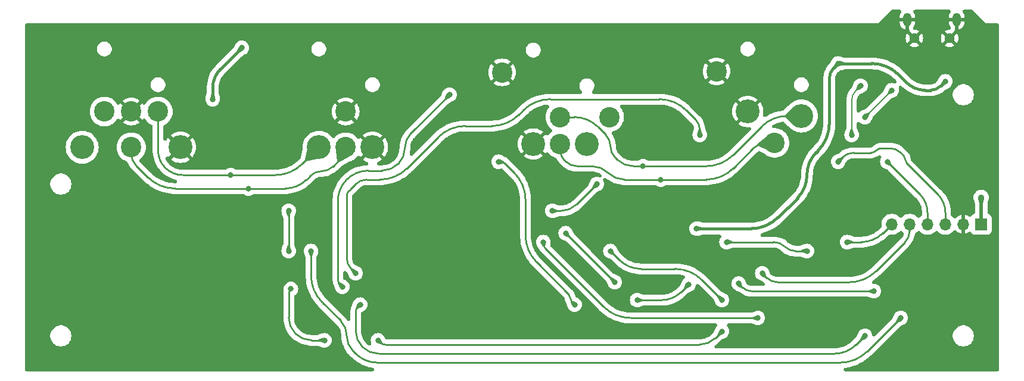
<source format=gbl>
%TF.GenerationSoftware,KiCad,Pcbnew,8.0.3*%
%TF.CreationDate,2024-06-22T14:51:58+02:00*%
%TF.ProjectId,dmx-box-rounded,646d782d-626f-4782-9d72-6f756e646564,rev?*%
%TF.SameCoordinates,Original*%
%TF.FileFunction,Copper,L2,Bot*%
%TF.FilePolarity,Positive*%
%FSLAX46Y46*%
G04 Gerber Fmt 4.6, Leading zero omitted, Abs format (unit mm)*
G04 Created by KiCad (PCBNEW 8.0.3) date 2024-06-22 14:51:58*
%MOMM*%
%LPD*%
G01*
G04 APERTURE LIST*
%TA.AperFunction,HeatsinkPad*%
%ADD10C,0.600000*%
%TD*%
%TA.AperFunction,ComponentPad*%
%ADD11C,2.900000*%
%TD*%
%TA.AperFunction,ComponentPad*%
%ADD12C,3.400000*%
%TD*%
%TA.AperFunction,ComponentPad*%
%ADD13O,1.700000X1.700000*%
%TD*%
%TA.AperFunction,ComponentPad*%
%ADD14R,1.700000X1.700000*%
%TD*%
%TA.AperFunction,ComponentPad*%
%ADD15O,1.200000X1.900000*%
%TD*%
%TA.AperFunction,ComponentPad*%
%ADD16C,1.450000*%
%TD*%
%TA.AperFunction,ViaPad*%
%ADD17C,0.800000*%
%TD*%
%TA.AperFunction,ViaPad*%
%ADD18C,0.900000*%
%TD*%
%TA.AperFunction,Conductor*%
%ADD19C,0.400000*%
%TD*%
%TA.AperFunction,Conductor*%
%ADD20C,0.200000*%
%TD*%
%TA.AperFunction,Conductor*%
%ADD21C,0.250000*%
%TD*%
%TA.AperFunction,Conductor*%
%ADD22C,0.500000*%
%TD*%
G04 APERTURE END LIST*
D10*
%TO.P,U3,39,GND*%
%TO.N,GND*%
X97255000Y-104130000D03*
X97255000Y-105530000D03*
X97955000Y-103430000D03*
X97955000Y-104830000D03*
X97955000Y-106230000D03*
X98655000Y-104130000D03*
X98655000Y-105530000D03*
X99355000Y-103430000D03*
X99355000Y-104830000D03*
X99355000Y-106230000D03*
X100055000Y-104130000D03*
X100055000Y-105530000D03*
%TD*%
D11*
%TO.P,J3,G*%
%TO.N,GND*%
X83670000Y-83675000D03*
%TO.P,J3,3*%
%TO.N,/IN+*%
X83670000Y-88755000D03*
D12*
%TO.P,J3,2*%
%TO.N,/IN-*%
X79860000Y-88755000D03*
%TO.P,J3,1*%
%TO.N,GND*%
X87480000Y-88755000D03*
%TD*%
D11*
%TO.P,J2,G*%
%TO.N,GND*%
X105900000Y-78100000D03*
D12*
%TO.P,J2,5,P5*%
%TO.N,unconnected-(J2-P5-Pad5)*%
X117960000Y-88270000D03*
D11*
%TO.P,J2,4,P3*%
%TO.N,unconnected-(J2-P3-Pad4)*%
X121130000Y-84455000D03*
%TO.P,J2,3,P3*%
%TO.N,/OUT+*%
X114150000Y-88270000D03*
%TO.P,J2,2,P2*%
%TO.N,/OUT-*%
X114150000Y-84455000D03*
D12*
%TO.P,J2,1,P1*%
%TO.N,GND*%
X110340000Y-88270000D03*
%TD*%
D13*
%TO.P,J6,6,Pin_6*%
%TO.N,RTS*%
X161290000Y-99695000D03*
%TO.P,J6,5,Pin_5*%
%TO.N,DTR*%
X163830000Y-99695000D03*
%TO.P,J6,4,Pin_4*%
%TO.N,RX*%
X166370000Y-99695000D03*
%TO.P,J6,3,Pin_3*%
%TO.N,TX*%
X168910000Y-99695000D03*
%TO.P,J6,2,Pin_2*%
%TO.N,GND*%
X171450000Y-99695000D03*
D14*
%TO.P,J6,1,Pin_1*%
%TO.N,+3.3V*%
X173990000Y-99695000D03*
%TD*%
D11*
%TO.P,J4,G*%
%TO.N,GND*%
X53190000Y-83675000D03*
D12*
%TO.P,J4,5,P5*%
%TO.N,unconnected-(J4-P5-Pad5)*%
X46210000Y-88755000D03*
D11*
%TO.P,J4,4,P3*%
%TO.N,unconnected-(J4-P3-Pad4)*%
X49380000Y-83675000D03*
%TO.P,J4,3,P3*%
%TO.N,/IN+*%
X53190000Y-88755000D03*
%TO.P,J4,2,P2*%
%TO.N,/IN-*%
X57000000Y-83675000D03*
D12*
%TO.P,J4,1,P1*%
%TO.N,GND*%
X60170000Y-88755000D03*
%TD*%
D15*
%TO.P,J5,6,Shield*%
%TO.N,GND*%
X163505000Y-70567000D03*
D16*
X164505000Y-73267000D03*
X169505000Y-73267000D03*
D15*
X170505000Y-70567000D03*
%TD*%
D11*
%TO.P,J1,G*%
%TO.N,GND*%
X136380000Y-77955000D03*
%TO.P,J1,3*%
%TO.N,/OUT+*%
X144630000Y-88125000D03*
D12*
%TO.P,J1,2*%
%TO.N,/OUT-*%
X148440000Y-84310000D03*
%TO.P,J1,1*%
%TO.N,GND*%
X140820000Y-83675000D03*
%TD*%
D17*
%TO.N,GND*%
X103505000Y-113665000D03*
X103505000Y-111125000D03*
X103505000Y-108585000D03*
X103505000Y-106045000D03*
X103505000Y-103505000D03*
X103505000Y-100965000D03*
X103505000Y-98425000D03*
X100965000Y-113665000D03*
X100965000Y-111125000D03*
X100965000Y-108585000D03*
X100965000Y-100965000D03*
X100965000Y-98425000D03*
X98425000Y-113665000D03*
X98425000Y-111125000D03*
X98425000Y-108585000D03*
X98425000Y-100965000D03*
X98425000Y-98425000D03*
X95885000Y-113665000D03*
X95885000Y-111125000D03*
X95885000Y-108585000D03*
X95885000Y-100965000D03*
X95885000Y-98425000D03*
X93345000Y-113665000D03*
X93345000Y-111125000D03*
X93345000Y-108585000D03*
X93345000Y-106045000D03*
X93345000Y-103505000D03*
X93345000Y-100965000D03*
X93345000Y-98425000D03*
X90805000Y-113665000D03*
X90805000Y-111125000D03*
X90805000Y-108585000D03*
X90805000Y-106045000D03*
X90805000Y-103505000D03*
X90805000Y-100965000D03*
X90805000Y-98425000D03*
%TO.N,+5V*%
X68897500Y-74612500D03*
X133528750Y-100330000D03*
X153670000Y-76835000D03*
X168910000Y-79375000D03*
X64770000Y-81915000D03*
D18*
%TO.N,GND*%
X130988750Y-99315000D03*
X157480000Y-93980000D03*
X122456250Y-99315000D03*
X173355000Y-72390000D03*
X160655000Y-72390000D03*
X168035000Y-84455000D03*
X156210000Y-106045000D03*
X63500000Y-106360000D03*
D17*
%TO.N,Net-(U3-IO2)*%
X105410000Y-90805000D03*
X116205000Y-111125000D03*
%TO.N,/OUT-*%
X125908750Y-91440000D03*
%TO.N,/OUT+*%
X128448750Y-93345000D03*
%TO.N,/IN-*%
X67310000Y-92710000D03*
%TO.N,/IN+*%
X69850000Y-94615000D03*
D18*
%TO.N,+3.3V*%
X173990000Y-95885000D03*
D17*
%TO.N,TX*%
X83185000Y-108585000D03*
X153670000Y-90805000D03*
X98425000Y-81280000D03*
%TO.N,RX*%
X133985000Y-86995000D03*
X160655000Y-90805000D03*
X85090000Y-106680000D03*
%TO.N,DTR*%
X142875000Y-106680000D03*
%TO.N,RTS*%
X154940000Y-102235000D03*
X137795000Y-102235000D03*
X149225000Y-103505000D03*
%TO.N,IO0*%
X121285000Y-103505000D03*
X137160000Y-110490000D03*
%TO.N,Net-(U3-IO18)*%
X162560000Y-113030000D03*
X78740000Y-103505000D03*
%TO.N,Net-(U3-IO14)*%
X119380000Y-93980000D03*
X113030000Y-97790000D03*
%TO.N,Net-(U3-IO19)*%
X75565000Y-103505000D03*
X75565000Y-97790000D03*
%TO.N,Net-(U3-IO21)*%
X80645000Y-116205000D03*
X88265000Y-116205000D03*
X137160000Y-114935000D03*
X75882500Y-108902500D03*
%TO.N,Net-(U3-IO22)*%
X85725000Y-111125000D03*
X157480000Y-115570000D03*
%TO.N,Net-(U3-IO27)*%
X111760000Y-102235000D03*
X142240000Y-113030000D03*
%TO.N,/DO*%
X114935000Y-100965000D03*
X121920000Y-107950000D03*
%TO.N,/RESET*%
X125095000Y-110490000D03*
X158750000Y-109220000D03*
X139517500Y-108132500D03*
X132397500Y-108267500D03*
%TO.N,/UD-*%
X161290000Y-80645000D03*
X157480000Y-84455000D03*
%TO.N,/UD+*%
X156845000Y-80010000D03*
X155575000Y-86995000D03*
%TD*%
D19*
%TO.N,+5V*%
X163342467Y-79522467D02*
G75*
G03*
X166052500Y-80644989I2710033J2710067D01*
G01*
X153035000Y-77470000D02*
G75*
G03*
X152400011Y-79003025I1533000J-1533000D01*
G01*
X149225000Y-92710000D02*
G75*
G02*
X147877966Y-95962043I-4599100J0D01*
G01*
X150572038Y-89457961D02*
G75*
G03*
X149225006Y-92710000I3252062J-3252039D01*
G01*
X162248792Y-78428792D02*
G75*
G03*
X158401036Y-76834989I-3847792J-3847808D01*
G01*
X145103792Y-98736207D02*
G75*
G02*
X141256036Y-100330010I-3847792J3847807D01*
G01*
X168275000Y-80010000D02*
G75*
G02*
X166741974Y-80644989I-1533000J1533000D01*
G01*
X65892532Y-77617467D02*
G75*
G03*
X64770010Y-80327500I2710068J-2710033D01*
G01*
X152400000Y-85384935D02*
G75*
G02*
X150812489Y-89217489I-5420100J35D01*
G01*
D20*
%TO.N,/UD+*%
X156210000Y-80645000D02*
G75*
G03*
X155575011Y-82178025I1533000J-1533000D01*
G01*
D21*
%TO.N,/RESET*%
X131286250Y-109378750D02*
G75*
G02*
X128603455Y-110489952I-2682750J2682850D01*
G01*
X140061250Y-108676250D02*
G75*
G03*
X141373978Y-109220009I1312750J1312750D01*
G01*
%TO.N,Net-(U3-IO27)*%
X120326207Y-111436207D02*
G75*
G03*
X124173963Y-113030011I3847793J3847807D01*
G01*
X111760000Y-102552500D02*
G75*
G03*
X111984509Y-103094503I766500J0D01*
G01*
%TO.N,Net-(U3-IO22)*%
X86042500Y-117157500D02*
G75*
G03*
X88342038Y-118109984I2299500J2299500D01*
G01*
X156210000Y-116840000D02*
G75*
G02*
X153143948Y-118110020I-3066100J3066100D01*
G01*
X85090000Y-114857961D02*
G75*
G03*
X86042489Y-117157511I3252000J-39D01*
G01*
X85407500Y-111442500D02*
G75*
G03*
X85090005Y-112209012I766500J-766500D01*
G01*
%TO.N,Net-(U3-IO21)*%
X75565000Y-112952961D02*
G75*
G03*
X76517489Y-115252511I3252000J-39D01*
G01*
X76517500Y-115252500D02*
G75*
G03*
X78817038Y-116204984I2299500J2299500D01*
G01*
X88582500Y-116522500D02*
G75*
G03*
X89349012Y-116839995I766500J766500D01*
G01*
X136207500Y-115887500D02*
G75*
G02*
X133907961Y-116839984I-2299500J2299500D01*
G01*
%TO.N,Net-(U3-IO14)*%
X116468025Y-96891974D02*
G75*
G02*
X114300000Y-97789985I-2168025J2168074D01*
G01*
%TO.N,Net-(U3-IO18)*%
X157803792Y-117786207D02*
G75*
G02*
X153956036Y-119380010I-3847792J3847807D01*
G01*
X83820000Y-115570000D02*
G75*
G03*
X84718015Y-117738035I3066100J0D01*
G01*
X85090000Y-118110000D02*
G75*
G03*
X88156051Y-119380020I3066100J3066100D01*
G01*
X78740000Y-106966036D02*
G75*
G03*
X80333800Y-110813784I5441600J36D01*
G01*
X82921974Y-113401974D02*
G75*
G02*
X83819986Y-115570000I-2168074J-2168026D01*
G01*
%TO.N,IO0*%
X122555000Y-104775000D02*
G75*
G03*
X125621051Y-106045020I3066100J3066100D01*
G01*
X134308792Y-107638792D02*
G75*
G03*
X130461036Y-106044989I-3847792J-3847808D01*
G01*
%TO.N,RTS*%
X146050000Y-102870000D02*
G75*
G03*
X144516974Y-102235011I-1533000J-1533000D01*
G01*
X160020000Y-100965000D02*
G75*
G02*
X156953948Y-102235020I-3066100J3066100D01*
G01*
X146050000Y-102870000D02*
G75*
G03*
X147583025Y-103504989I1533000J1533000D01*
G01*
%TO.N,DTR*%
X143510000Y-107315000D02*
G75*
G03*
X145043025Y-107949989I1533000J1533000D01*
G01*
X163830000Y-100647500D02*
G75*
G02*
X163156473Y-102273512I-2299500J0D01*
G01*
X159073792Y-106356207D02*
G75*
G02*
X155226036Y-107950010I-3847792J3847807D01*
G01*
%TO.N,RX*%
X92398792Y-91751207D02*
G75*
G02*
X88551036Y-93345010I-3847792J3847807D01*
G01*
X84493959Y-94604823D02*
G75*
G02*
X84469391Y-94615006I-24559J24523D01*
G01*
X84137499Y-94932499D02*
G75*
G03*
X83820004Y-95699012I766501J-766501D01*
G01*
X133423733Y-84846233D02*
G75*
G02*
X133985030Y-86201250I-1355033J-1355067D01*
G01*
X132086292Y-83508792D02*
G75*
G03*
X128238536Y-81914989I-3847792J-3847808D01*
G01*
X86651808Y-93345000D02*
G75*
G03*
X85118784Y-93980001I-8J-2168000D01*
G01*
X112743963Y-81915000D02*
G75*
G03*
X108896215Y-83508801I37J-5441600D01*
G01*
X165247467Y-95397467D02*
G75*
G02*
X166369989Y-98107500I-2710067J-2710033D01*
G01*
X108273792Y-84131207D02*
G75*
G02*
X104426036Y-85725010I-3847792J3847807D01*
G01*
X84469391Y-94615000D02*
G75*
G03*
X84444837Y-94625190I9J-34700D01*
G01*
X100678963Y-85725000D02*
G75*
G03*
X96831236Y-87318821I37J-5441500D01*
G01*
X83820000Y-104511974D02*
G75*
G03*
X84454992Y-106045008I2168000J-26D01*
G01*
%TO.N,TX*%
X92973025Y-86731974D02*
G75*
G03*
X92074984Y-88900000I2167975J-2168026D01*
G01*
X92075000Y-88900000D02*
G75*
G02*
X91176985Y-91068036I-3066100J0D01*
G01*
X163195000Y-90487500D02*
G75*
G03*
X163419509Y-91029503I766500J0D01*
G01*
X82550000Y-107500987D02*
G75*
G03*
X82867496Y-108267504I1084000J-13D01*
G01*
X162970493Y-89945493D02*
G75*
G02*
X163195004Y-90487500I-541993J-542007D01*
G01*
X159834012Y-88900000D02*
G75*
G03*
X159067496Y-89217496I-12J-1084000D01*
G01*
X155838025Y-89535000D02*
G75*
G03*
X154304992Y-90169992I-25J-2168000D01*
G01*
X86886051Y-92075000D02*
G75*
G03*
X83819985Y-93344985I-51J-4336000D01*
G01*
X91122500Y-91122500D02*
G75*
G02*
X88822961Y-92074984I-2299500J2299500D01*
G01*
X167787467Y-95397467D02*
G75*
G02*
X168909989Y-98107500I-2710067J-2710033D01*
G01*
X83820000Y-93345000D02*
G75*
G03*
X82550021Y-96411051I3066000J-3066000D01*
G01*
X159067500Y-89217500D02*
G75*
G02*
X158300987Y-89534995I-766500J766500D01*
G01*
X162560000Y-89535000D02*
G75*
G03*
X161026974Y-88900011I-1533000J-1533000D01*
G01*
%TO.N,/IN+*%
X53190000Y-89706250D02*
G75*
G03*
X53862614Y-91330156I2296500J-50D01*
G01*
X78062499Y-93387499D02*
G75*
G02*
X75099052Y-94615020I-2963499J2963499D01*
G01*
X80242500Y-92160000D02*
G75*
G03*
X78616488Y-92833527I0J-2299500D01*
G01*
X81868519Y-91486480D02*
G75*
G02*
X80242500Y-92160011I-1626019J1625980D01*
G01*
X55553707Y-93021207D02*
G75*
G03*
X59401463Y-94615011I3847793J3847807D01*
G01*
%TO.N,/IN-*%
X77498792Y-91116207D02*
G75*
G02*
X73651036Y-92710010I-3847792J3847807D01*
G01*
X58027500Y-91682500D02*
G75*
G03*
X60508104Y-92709998I2480600J2480600D01*
G01*
X57000000Y-89201895D02*
G75*
G03*
X58027499Y-91682501I3508100J-5D01*
G01*
%TO.N,/OUT+*%
X120967500Y-92392500D02*
G75*
G03*
X123267038Y-93344984I2299500J2299500D01*
G01*
X114860000Y-90730000D02*
G75*
G03*
X116574091Y-91440003I1714100J1714100D01*
G01*
X138753792Y-91751207D02*
G75*
G02*
X134906036Y-93345010I-3847792J3847807D01*
G01*
X114150000Y-89145000D02*
G75*
G03*
X114768726Y-90638710I2112400J0D01*
G01*
X143505000Y-88125000D02*
G75*
G03*
X141584502Y-88920493I0J-2716000D01*
G01*
X120967500Y-92392500D02*
G75*
G03*
X118667961Y-91440016I-2299500J-2299500D01*
G01*
%TO.N,/OUT-*%
X122237500Y-90487500D02*
G75*
G03*
X124537038Y-91439984I2299500J2299500D01*
G01*
X146365000Y-84310000D02*
G75*
G03*
X142822752Y-85777245I0J-5009500D01*
G01*
X121285000Y-88582500D02*
G75*
G03*
X121958527Y-90208511I2299500J0D01*
G01*
X120611480Y-86956480D02*
G75*
G02*
X121285011Y-88582500I-1625980J-1626020D01*
G01*
X138753792Y-89846207D02*
G75*
G02*
X134906036Y-91440010I-3847792J3847807D01*
G01*
X119510071Y-85855071D02*
G75*
G03*
X116130000Y-84454987I-3380071J-3380029D01*
G01*
%TO.N,Net-(U3-IO2)*%
X107632500Y-92392500D02*
G75*
G02*
X109220015Y-96225064I-3832600J-3832600D01*
G01*
X106269506Y-91029506D02*
G75*
G03*
X105727500Y-90804996I-542006J-541994D01*
G01*
X109220000Y-101251036D02*
G75*
G03*
X110813800Y-105098784I5441600J36D01*
G01*
X115570000Y-110172500D02*
G75*
G03*
X115794509Y-110714503I766500J0D01*
G01*
X115345493Y-109630493D02*
G75*
G02*
X115570004Y-110172500I-541993J-542007D01*
G01*
D19*
%TO.N,+5V*%
X153670000Y-76835000D02*
X158401036Y-76835000D01*
X133528750Y-100330000D02*
X141256036Y-100330000D01*
X153670000Y-76835000D02*
X153035000Y-77470000D01*
X64770000Y-81915000D02*
X64770000Y-80327500D01*
X68897500Y-74612500D02*
X65892532Y-77617467D01*
X150572038Y-89457961D02*
X150812500Y-89217500D01*
X147877961Y-95962038D02*
X145103792Y-98736207D01*
X163342467Y-79522467D02*
X162248792Y-78428792D01*
X168910000Y-79375000D02*
X168275000Y-80010000D01*
X166052500Y-80645000D02*
X166741974Y-80645000D01*
X152400000Y-79003025D02*
X152400000Y-85384935D01*
D21*
%TO.N,Net-(U3-IO2)*%
X105410000Y-90805000D02*
X105727500Y-90805000D01*
X116205000Y-111125000D02*
X115794506Y-110714506D01*
X110813792Y-105098792D02*
X115345493Y-109630493D01*
X109220000Y-96225064D02*
X109220000Y-101251036D01*
X107632500Y-92392500D02*
X106269506Y-91029506D01*
%TO.N,/OUT-*%
X146365000Y-84310000D02*
X148440000Y-84310000D01*
X124537038Y-91440000D02*
X134906036Y-91440000D01*
X120611480Y-86956480D02*
X119510071Y-85855071D01*
X116130000Y-84455000D02*
X114150000Y-84455000D01*
X142822753Y-85777246D02*
X138753792Y-89846207D01*
X122237500Y-90487500D02*
X121958519Y-90208519D01*
%TO.N,/OUT+*%
X123267038Y-93345000D02*
X134906036Y-93345000D01*
X138753792Y-91751207D02*
X141584504Y-88920495D01*
X143505000Y-88125000D02*
X144630000Y-88125000D01*
X116574091Y-91440000D02*
X118667961Y-91440000D01*
X114150000Y-89145000D02*
X114150000Y-88270000D01*
X114860000Y-90730000D02*
X114768718Y-90638718D01*
%TO.N,/IN-*%
X77498792Y-91116207D02*
X79860000Y-88755000D01*
X57000000Y-89201895D02*
X57000000Y-83675000D01*
X73651036Y-92710000D02*
X60508104Y-92710000D01*
%TO.N,/IN+*%
X53190000Y-89706250D02*
X53190000Y-88755000D01*
X75099052Y-94615000D02*
X59401463Y-94615000D01*
X81868519Y-91486480D02*
X83670000Y-89685000D01*
X78062499Y-93387499D02*
X78616480Y-92833519D01*
X53862635Y-91330135D02*
X55553707Y-93021207D01*
D22*
%TO.N,+3.3V*%
X173990000Y-95885000D02*
X173990000Y-99695000D01*
D21*
%TO.N,TX*%
X82867500Y-108267500D02*
X83185000Y-108585000D01*
X98425000Y-81280000D02*
X92973025Y-86731974D01*
X163419506Y-91029506D02*
X167787467Y-95397467D01*
X162970493Y-89945493D02*
X162560000Y-89535000D01*
X86886051Y-92075000D02*
X88822961Y-92075000D01*
X154305000Y-90170000D02*
X153670000Y-90805000D01*
X155838025Y-89535000D02*
X158300987Y-89535000D01*
X168910000Y-98107500D02*
X168910000Y-99695000D01*
X82550000Y-107500987D02*
X82550000Y-96411051D01*
X159834012Y-88900000D02*
X161026974Y-88900000D01*
X91176974Y-91068025D02*
X91122500Y-91122500D01*
%TO.N,RX*%
X84493959Y-94604823D02*
X85118783Y-93980000D01*
X104426036Y-85725000D02*
X100678963Y-85725000D01*
X84137499Y-94932499D02*
X84444823Y-94625176D01*
X128238536Y-81915000D02*
X112743963Y-81915000D01*
X165247467Y-95397467D02*
X160655000Y-90805000D01*
X166370000Y-98107500D02*
X166370000Y-99695000D01*
X84455000Y-106045000D02*
X85090000Y-106680000D01*
X108896206Y-83508792D02*
X108273792Y-84131207D01*
X88551036Y-93345000D02*
X86651808Y-93345000D01*
X83820000Y-95699012D02*
X83820000Y-104511974D01*
X133423733Y-84846233D02*
X132086292Y-83508792D01*
X92398792Y-91751207D02*
X96831207Y-87318792D01*
X133985000Y-86201250D02*
X133985000Y-86995000D01*
%TO.N,DTR*%
X163830000Y-100647500D02*
X163830000Y-99695000D01*
X145043025Y-107950000D02*
X155226036Y-107950000D01*
X143510000Y-107315000D02*
X142875000Y-106680000D01*
X163156480Y-102273519D02*
X159073792Y-106356207D01*
%TO.N,RTS*%
X154940000Y-102235000D02*
X156953948Y-102235000D01*
X144516974Y-102235000D02*
X137795000Y-102235000D01*
X149225000Y-103505000D02*
X147583025Y-103505000D01*
X160020000Y-100965000D02*
X161290000Y-99695000D01*
%TO.N,IO0*%
X125621051Y-106045000D02*
X130461036Y-106045000D01*
X121285000Y-103505000D02*
X122555000Y-104775000D01*
X134308792Y-107638792D02*
X137160000Y-110490000D01*
%TO.N,Net-(U3-IO18)*%
X157803792Y-117786207D02*
X162560000Y-113030000D01*
X84718025Y-117738025D02*
X85090000Y-118110000D01*
X80333792Y-110813792D02*
X82921974Y-113401974D01*
X78740000Y-106966036D02*
X78740000Y-103505000D01*
X153956036Y-119380000D02*
X88156051Y-119380000D01*
%TO.N,Net-(U3-IO14)*%
X113030000Y-97790000D02*
X114300000Y-97790000D01*
X119380000Y-93980000D02*
X116468025Y-96891974D01*
%TO.N,Net-(U3-IO19)*%
X75565000Y-97790000D02*
X75565000Y-103505000D01*
%TO.N,Net-(U3-IO21)*%
X75565000Y-112952961D02*
X75565000Y-109220000D01*
X88582500Y-116522500D02*
X88265000Y-116205000D01*
X89349012Y-116840000D02*
X133907961Y-116840000D01*
X80645000Y-116205000D02*
X78817038Y-116205000D01*
X136207500Y-115887500D02*
X137160000Y-114935000D01*
%TO.N,Net-(U3-IO22)*%
X85725000Y-111125000D02*
X85407500Y-111442500D01*
X157480000Y-115570000D02*
X156210000Y-116840000D01*
X85090000Y-114857961D02*
X85090000Y-112209012D01*
X88342038Y-118110000D02*
X153143948Y-118110000D01*
%TO.N,Net-(U3-IO27)*%
X142240000Y-113030000D02*
X124173963Y-113030000D01*
X111760000Y-102235000D02*
X111760000Y-102552500D01*
X120326207Y-111436207D02*
X111984506Y-103094506D01*
%TO.N,/DO*%
X114935000Y-100965000D02*
X121920000Y-107950000D01*
%TO.N,/RESET*%
X128603455Y-110490000D02*
X125095000Y-110490000D01*
X158750000Y-109220000D02*
X141373978Y-109220000D01*
X131286250Y-109378750D02*
X132397500Y-108267500D01*
X139517500Y-108132500D02*
X140061250Y-108676250D01*
D20*
%TO.N,/UD-*%
X161290000Y-80645000D02*
X157480000Y-84455000D01*
%TO.N,/UD+*%
X156845000Y-80010000D02*
X156210000Y-80645000D01*
X155575000Y-86995000D02*
X155575000Y-82178025D01*
%TD*%
%TA.AperFunction,Conductor*%
%TO.N,GND*%
G36*
X101600000Y-107315000D02*
G01*
X95885000Y-107315000D01*
X95885000Y-102235000D01*
X101600000Y-102235000D01*
X101600000Y-107315000D01*
G37*
%TD.AperFunction*%
%TD*%
%TA.AperFunction,Conductor*%
%TO.N,GND*%
G36*
X162496406Y-69189258D02*
G01*
X162578485Y-69244102D01*
X162633329Y-69326181D01*
X162652587Y-69423000D01*
X162633329Y-69519819D01*
X162604269Y-69571709D01*
X162557355Y-69636279D01*
X162478175Y-69791678D01*
X162424282Y-69957545D01*
X162397000Y-70129796D01*
X162397000Y-70313000D01*
X163205000Y-70313000D01*
X163205000Y-70821000D01*
X162397000Y-70821000D01*
X162397000Y-71004203D01*
X162424282Y-71176454D01*
X162478175Y-71342321D01*
X162557355Y-71497720D01*
X162659865Y-71638813D01*
X162783186Y-71762134D01*
X162924279Y-71864644D01*
X163079678Y-71943824D01*
X163245545Y-71997717D01*
X163250999Y-71998580D01*
X163251000Y-71998580D01*
X163251000Y-71077060D01*
X163264940Y-71101205D01*
X163320795Y-71157060D01*
X163389204Y-71196556D01*
X163465504Y-71217000D01*
X163544496Y-71217000D01*
X163620796Y-71196556D01*
X163689205Y-71157060D01*
X163745060Y-71101205D01*
X163759000Y-71077060D01*
X163759000Y-72003957D01*
X163807136Y-72065021D01*
X163833929Y-72160031D01*
X163833745Y-72201926D01*
X163830960Y-72233750D01*
X164441289Y-72844079D01*
X164340956Y-72870963D01*
X164244044Y-72926916D01*
X164164916Y-73006044D01*
X164108963Y-73102956D01*
X164082079Y-73203289D01*
X163471751Y-72592961D01*
X163471750Y-72592961D01*
X163433116Y-72648137D01*
X163433110Y-72648148D01*
X163341932Y-72843679D01*
X163286095Y-73052066D01*
X163286093Y-73052078D01*
X163267290Y-73266998D01*
X163267290Y-73267001D01*
X163286093Y-73481921D01*
X163286095Y-73481933D01*
X163341932Y-73690321D01*
X163433109Y-73885850D01*
X163471751Y-73941037D01*
X164082078Y-73330709D01*
X164108963Y-73431044D01*
X164164916Y-73527956D01*
X164244044Y-73607084D01*
X164340956Y-73663037D01*
X164441288Y-73689920D01*
X163830960Y-74300248D01*
X163886136Y-74338882D01*
X163886142Y-74338885D01*
X164081681Y-74430067D01*
X164290066Y-74485904D01*
X164290078Y-74485906D01*
X164504998Y-74504710D01*
X164505002Y-74504710D01*
X164719921Y-74485906D01*
X164719933Y-74485904D01*
X164928318Y-74430067D01*
X165123858Y-74338885D01*
X165123864Y-74338882D01*
X165179037Y-74300248D01*
X165179037Y-74300247D01*
X164568710Y-73689920D01*
X164669044Y-73663037D01*
X164765956Y-73607084D01*
X164845084Y-73527956D01*
X164901037Y-73431044D01*
X164927920Y-73330710D01*
X165538247Y-73941037D01*
X165538248Y-73941037D01*
X165576882Y-73885864D01*
X165576885Y-73885858D01*
X165668067Y-73690318D01*
X165723904Y-73481933D01*
X165723906Y-73481921D01*
X165742710Y-73267001D01*
X165742710Y-73266998D01*
X165723906Y-73052078D01*
X165723904Y-73052066D01*
X165668067Y-72843681D01*
X165576885Y-72648142D01*
X165576882Y-72648136D01*
X165538248Y-72592960D01*
X164927920Y-73203288D01*
X164901037Y-73102956D01*
X164845084Y-73006044D01*
X164765956Y-72926916D01*
X164669044Y-72870963D01*
X164568709Y-72844078D01*
X165179037Y-72233751D01*
X165123850Y-72195109D01*
X164928321Y-72103932D01*
X164719933Y-72048095D01*
X164719921Y-72048093D01*
X164538120Y-72032187D01*
X164443348Y-72004563D01*
X164366362Y-71942774D01*
X164318881Y-71856227D01*
X164308135Y-71758098D01*
X164335759Y-71663326D01*
X164355491Y-71631440D01*
X164452643Y-71497721D01*
X164531824Y-71342321D01*
X164585717Y-71176454D01*
X164612999Y-71004203D01*
X164613000Y-71004198D01*
X164613000Y-70821000D01*
X163805000Y-70821000D01*
X163805000Y-70313000D01*
X164613000Y-70313000D01*
X164613000Y-70129801D01*
X164612999Y-70129796D01*
X164585717Y-69957545D01*
X164531824Y-69791678D01*
X164452644Y-69636279D01*
X164405731Y-69571709D01*
X164364403Y-69482061D01*
X164360528Y-69383422D01*
X164394695Y-69290808D01*
X164461704Y-69218318D01*
X164551352Y-69176990D01*
X164610413Y-69170000D01*
X169399587Y-69170000D01*
X169496406Y-69189258D01*
X169578485Y-69244102D01*
X169633329Y-69326181D01*
X169652587Y-69423000D01*
X169633329Y-69519819D01*
X169604269Y-69571709D01*
X169557355Y-69636279D01*
X169478175Y-69791678D01*
X169424282Y-69957545D01*
X169397000Y-70129796D01*
X169397000Y-70313000D01*
X170205000Y-70313000D01*
X170205000Y-70821000D01*
X169397000Y-70821000D01*
X169397000Y-71004203D01*
X169424282Y-71176454D01*
X169478175Y-71342321D01*
X169557355Y-71497720D01*
X169654509Y-71631441D01*
X169695837Y-71721089D01*
X169699712Y-71819729D01*
X169665545Y-71912343D01*
X169598536Y-71984832D01*
X169508888Y-72026160D01*
X169471879Y-72032187D01*
X169290078Y-72048093D01*
X169290066Y-72048095D01*
X169081679Y-72103932D01*
X168886148Y-72195110D01*
X168886137Y-72195116D01*
X168830961Y-72233750D01*
X168830961Y-72233751D01*
X169441289Y-72844079D01*
X169340956Y-72870963D01*
X169244044Y-72926916D01*
X169164916Y-73006044D01*
X169108963Y-73102956D01*
X169082079Y-73203289D01*
X168471751Y-72592961D01*
X168471750Y-72592961D01*
X168433116Y-72648137D01*
X168433110Y-72648148D01*
X168341932Y-72843679D01*
X168286095Y-73052066D01*
X168286093Y-73052078D01*
X168267290Y-73266998D01*
X168267290Y-73267001D01*
X168286093Y-73481921D01*
X168286095Y-73481933D01*
X168341932Y-73690321D01*
X168433109Y-73885850D01*
X168471751Y-73941037D01*
X169082078Y-73330709D01*
X169108963Y-73431044D01*
X169164916Y-73527956D01*
X169244044Y-73607084D01*
X169340956Y-73663037D01*
X169441288Y-73689920D01*
X168830960Y-74300248D01*
X168886136Y-74338882D01*
X168886142Y-74338885D01*
X169081681Y-74430067D01*
X169290066Y-74485904D01*
X169290078Y-74485906D01*
X169504998Y-74504710D01*
X169505002Y-74504710D01*
X169719921Y-74485906D01*
X169719933Y-74485904D01*
X169928318Y-74430067D01*
X170123858Y-74338885D01*
X170123864Y-74338882D01*
X170179037Y-74300248D01*
X170179037Y-74300247D01*
X169568710Y-73689920D01*
X169669044Y-73663037D01*
X169765956Y-73607084D01*
X169845084Y-73527956D01*
X169901037Y-73431044D01*
X169927920Y-73330710D01*
X170538247Y-73941037D01*
X170538248Y-73941037D01*
X170576882Y-73885864D01*
X170576885Y-73885858D01*
X170668067Y-73690318D01*
X170723904Y-73481933D01*
X170723906Y-73481921D01*
X170742710Y-73267001D01*
X170742710Y-73266998D01*
X170723906Y-73052078D01*
X170723904Y-73052066D01*
X170668067Y-72843681D01*
X170576885Y-72648142D01*
X170576882Y-72648136D01*
X170538248Y-72592960D01*
X169927920Y-73203288D01*
X169901037Y-73102956D01*
X169845084Y-73006044D01*
X169765956Y-72926916D01*
X169669044Y-72870963D01*
X169568709Y-72844078D01*
X170179037Y-72233751D01*
X170176253Y-72201929D01*
X170186999Y-72103800D01*
X170234479Y-72017253D01*
X170251000Y-72000586D01*
X170251000Y-71077060D01*
X170264940Y-71101205D01*
X170320795Y-71157060D01*
X170389204Y-71196556D01*
X170465504Y-71217000D01*
X170544496Y-71217000D01*
X170620796Y-71196556D01*
X170689205Y-71157060D01*
X170745060Y-71101205D01*
X170759000Y-71077060D01*
X170759000Y-71998580D01*
X170764454Y-71997717D01*
X170930321Y-71943824D01*
X171085720Y-71864644D01*
X171226813Y-71762134D01*
X171350134Y-71638813D01*
X171452644Y-71497720D01*
X171531824Y-71342321D01*
X171585717Y-71176454D01*
X171612999Y-71004203D01*
X171613000Y-71004198D01*
X171613000Y-70821000D01*
X170805000Y-70821000D01*
X170805000Y-70313000D01*
X171613000Y-70313000D01*
X171613000Y-70129801D01*
X171612999Y-70129796D01*
X171585717Y-69957545D01*
X171531824Y-69791678D01*
X171452644Y-69636279D01*
X171405731Y-69571709D01*
X171364403Y-69482061D01*
X171360528Y-69383422D01*
X171394695Y-69290808D01*
X171461704Y-69218318D01*
X171551352Y-69176990D01*
X171610413Y-69170000D01*
X172613470Y-69170000D01*
X172710289Y-69189258D01*
X172792368Y-69244102D01*
X172794400Y-69246158D01*
X174625000Y-71120000D01*
X176277000Y-71120000D01*
X176373819Y-71139258D01*
X176455898Y-71194102D01*
X176510742Y-71276181D01*
X176530000Y-71373000D01*
X176530000Y-120352000D01*
X176510742Y-120448819D01*
X176455898Y-120530898D01*
X176373819Y-120585742D01*
X176277000Y-120605000D01*
X154706393Y-120605000D01*
X154609574Y-120585742D01*
X154527495Y-120530898D01*
X154472651Y-120448819D01*
X154453393Y-120352000D01*
X154472651Y-120255181D01*
X154527495Y-120173102D01*
X154609574Y-120118258D01*
X154670381Y-120101576D01*
X155057935Y-120045852D01*
X155490823Y-119951681D01*
X155915891Y-119826868D01*
X156330971Y-119672050D01*
X156733950Y-119488015D01*
X157122773Y-119275701D01*
X157495459Y-119036190D01*
X157850109Y-118770702D01*
X158184916Y-118480591D01*
X158341545Y-118323963D01*
X158341546Y-118323963D01*
X158398066Y-118267443D01*
X158398066Y-118267441D01*
X158418891Y-118246617D01*
X158418894Y-118246612D01*
X161213601Y-115451906D01*
X169949500Y-115451906D01*
X169949500Y-115688093D01*
X169986447Y-115921368D01*
X170059431Y-116145989D01*
X170059434Y-116145996D01*
X170166654Y-116356428D01*
X170166658Y-116356435D01*
X170305482Y-116547509D01*
X170472490Y-116714517D01*
X170567359Y-116783444D01*
X170663567Y-116853343D01*
X170874008Y-116960568D01*
X171098632Y-117033553D01*
X171331908Y-117070500D01*
X171331910Y-117070500D01*
X171568090Y-117070500D01*
X171568092Y-117070500D01*
X171801368Y-117033553D01*
X172025992Y-116960568D01*
X172236433Y-116853343D01*
X172427510Y-116714517D01*
X172594517Y-116547510D01*
X172733343Y-116356433D01*
X172840568Y-116145992D01*
X172913553Y-115921368D01*
X172950500Y-115688092D01*
X172950500Y-115451908D01*
X172913553Y-115218632D01*
X172840568Y-114994008D01*
X172733343Y-114783567D01*
X172683495Y-114714958D01*
X172594517Y-114592490D01*
X172427509Y-114425482D01*
X172236435Y-114286658D01*
X172236428Y-114286654D01*
X172025996Y-114179434D01*
X172025995Y-114179433D01*
X172025992Y-114179432D01*
X171801368Y-114106447D01*
X171787522Y-114104254D01*
X171568093Y-114069500D01*
X171568092Y-114069500D01*
X171331908Y-114069500D01*
X171331906Y-114069500D01*
X171098631Y-114106447D01*
X170874010Y-114179431D01*
X170874003Y-114179434D01*
X170663571Y-114286654D01*
X170663564Y-114286658D01*
X170472490Y-114425482D01*
X170305482Y-114592490D01*
X170166658Y-114783564D01*
X170166654Y-114783571D01*
X170059434Y-114994003D01*
X170059431Y-114994010D01*
X169986447Y-115218631D01*
X169949500Y-115451906D01*
X161213601Y-115451906D01*
X162407289Y-114258218D01*
X162482098Y-114206522D01*
X162966257Y-113987995D01*
X163036753Y-113950730D01*
X163036764Y-113950720D01*
X163039019Y-113949244D01*
X163058460Y-113937708D01*
X163065459Y-113933966D01*
X163138076Y-113895152D01*
X163295752Y-113765752D01*
X163425152Y-113608076D01*
X163521306Y-113428186D01*
X163580517Y-113232993D01*
X163600510Y-113030000D01*
X163580517Y-112827007D01*
X163521306Y-112631814D01*
X163425152Y-112451924D01*
X163295752Y-112294248D01*
X163138076Y-112164848D01*
X162958186Y-112068694D01*
X162958185Y-112068693D01*
X162958184Y-112068693D01*
X162762997Y-112009484D01*
X162762995Y-112009483D01*
X162762993Y-112009483D01*
X162560000Y-111989490D01*
X162357007Y-112009483D01*
X162357004Y-112009483D01*
X162357002Y-112009484D01*
X162161815Y-112068693D01*
X161981923Y-112164848D01*
X161824248Y-112294248D01*
X161694846Y-112451925D01*
X161613386Y-112604325D01*
X161606007Y-112617207D01*
X161602007Y-112623737D01*
X161602003Y-112623744D01*
X161383477Y-113107898D01*
X161331776Y-113182713D01*
X158936772Y-115577717D01*
X158854693Y-115632561D01*
X158757874Y-115651819D01*
X158661055Y-115632561D01*
X158578976Y-115577717D01*
X158524132Y-115495638D01*
X158506093Y-115423622D01*
X158500517Y-115367007D01*
X158441306Y-115171814D01*
X158345152Y-114991924D01*
X158215752Y-114834248D01*
X158058076Y-114704848D01*
X157878186Y-114608694D01*
X157878185Y-114608693D01*
X157878184Y-114608693D01*
X157682997Y-114549484D01*
X157682995Y-114549483D01*
X157682993Y-114549483D01*
X157480000Y-114529490D01*
X157277007Y-114549483D01*
X157277004Y-114549483D01*
X157277002Y-114549484D01*
X157081815Y-114608693D01*
X156901923Y-114704848D01*
X156744248Y-114834248D01*
X156614846Y-114991925D01*
X156533386Y-115144325D01*
X156526007Y-115157207D01*
X156522007Y-115163737D01*
X156522003Y-115163744D01*
X156303477Y-115647898D01*
X156251776Y-115722713D01*
X155728768Y-116245723D01*
X155728765Y-116245726D01*
X155676634Y-116297855D01*
X155667644Y-116306414D01*
X155421464Y-116529539D01*
X155402271Y-116545290D01*
X155140398Y-116739509D01*
X155119755Y-116753303D01*
X154840111Y-116920917D01*
X154818215Y-116932621D01*
X154523478Y-117072023D01*
X154500540Y-117081524D01*
X154254194Y-117169670D01*
X154230984Y-117177975D01*
X154193573Y-117191361D01*
X154169814Y-117198568D01*
X153853555Y-117277789D01*
X153829204Y-117282633D01*
X153506703Y-117330474D01*
X153481995Y-117332908D01*
X153150554Y-117349195D01*
X153138137Y-117349500D01*
X136333987Y-117349500D01*
X136237168Y-117330242D01*
X136155089Y-117275398D01*
X136100245Y-117193319D01*
X136080987Y-117096500D01*
X136100245Y-116999681D01*
X136155089Y-116917602D01*
X136188867Y-116889257D01*
X136352966Y-116774355D01*
X136621376Y-116549134D01*
X136745255Y-116425255D01*
X136801775Y-116368734D01*
X136890255Y-116280253D01*
X136924785Y-116245723D01*
X137007289Y-116163218D01*
X137082098Y-116111521D01*
X137566257Y-115892995D01*
X137636753Y-115855730D01*
X137636764Y-115855720D01*
X137639019Y-115854244D01*
X137658460Y-115842708D01*
X137677080Y-115832755D01*
X137738076Y-115800152D01*
X137895752Y-115670752D01*
X138025152Y-115513076D01*
X138121306Y-115333186D01*
X138180517Y-115137993D01*
X138200510Y-114935000D01*
X138180517Y-114732007D01*
X138121306Y-114536814D01*
X138025152Y-114356924D01*
X137901720Y-114206520D01*
X137899652Y-114204000D01*
X137853119Y-114116940D01*
X137843443Y-114018700D01*
X137872100Y-113924235D01*
X137934725Y-113847927D01*
X138021785Y-113801394D01*
X138095225Y-113790500D01*
X141263531Y-113790500D01*
X141352992Y-113806845D01*
X141849863Y-113994673D01*
X141926030Y-114018163D01*
X141926041Y-114018164D01*
X141928689Y-114018715D01*
X141950612Y-114024309D01*
X142037000Y-114050515D01*
X142037001Y-114050515D01*
X142037007Y-114050517D01*
X142240000Y-114070510D01*
X142442993Y-114050517D01*
X142638186Y-113991306D01*
X142818076Y-113895152D01*
X142975752Y-113765752D01*
X143105152Y-113608076D01*
X143201306Y-113428186D01*
X143260517Y-113232993D01*
X143280510Y-113030000D01*
X143260517Y-112827007D01*
X143201306Y-112631814D01*
X143105152Y-112451924D01*
X142975752Y-112294248D01*
X142818076Y-112164848D01*
X142638186Y-112068694D01*
X142638185Y-112068693D01*
X142638184Y-112068693D01*
X142442997Y-112009484D01*
X142442995Y-112009483D01*
X142442993Y-112009483D01*
X142240000Y-111989490D01*
X142239999Y-111989490D01*
X142037011Y-112009482D01*
X142037001Y-112009484D01*
X141871643Y-112059644D01*
X141857319Y-112063534D01*
X141849869Y-112065324D01*
X141849868Y-112065324D01*
X141352990Y-112253155D01*
X141263529Y-112269500D01*
X124179486Y-112269500D01*
X124168449Y-112269259D01*
X124147687Y-112268352D01*
X123777019Y-112252166D01*
X123755032Y-112250242D01*
X123372072Y-112199822D01*
X123350337Y-112195990D01*
X122973206Y-112112381D01*
X122951886Y-112106668D01*
X122583489Y-111990511D01*
X122562749Y-111982962D01*
X122205883Y-111835142D01*
X122185880Y-111825815D01*
X121843239Y-111647447D01*
X121824125Y-111636411D01*
X121782638Y-111609981D01*
X121498346Y-111428866D01*
X121480267Y-111416207D01*
X121173815Y-111181058D01*
X121156909Y-111166872D01*
X120930625Y-110959523D01*
X120867859Y-110902010D01*
X120859914Y-110894404D01*
X120807440Y-110841931D01*
X112805751Y-102840242D01*
X112750907Y-102758163D01*
X112731649Y-102661344D01*
X112737340Y-102607985D01*
X112753586Y-102532698D01*
X112754044Y-102530281D01*
X112760520Y-102503914D01*
X112772479Y-102464490D01*
X112780517Y-102437993D01*
X112800510Y-102235000D01*
X112780517Y-102032007D01*
X112721306Y-101836814D01*
X112625152Y-101656924D01*
X112495752Y-101499248D01*
X112338076Y-101369848D01*
X112158186Y-101273694D01*
X112158185Y-101273693D01*
X112158184Y-101273693D01*
X111962997Y-101214484D01*
X111962995Y-101214483D01*
X111962993Y-101214483D01*
X111760000Y-101194490D01*
X111557007Y-101214483D01*
X111557004Y-101214483D01*
X111557002Y-101214484D01*
X111361815Y-101273693D01*
X111181923Y-101369848D01*
X111024248Y-101499248D01*
X110894848Y-101656923D01*
X110798693Y-101836815D01*
X110739484Y-102032002D01*
X110739483Y-102032004D01*
X110739483Y-102032007D01*
X110719490Y-102235000D01*
X110739483Y-102437993D01*
X110739483Y-102437995D01*
X110739484Y-102437997D01*
X110798694Y-102633186D01*
X110798694Y-102633187D01*
X110836420Y-102703767D01*
X110844579Y-102720482D01*
X110849072Y-102730617D01*
X110849076Y-102730624D01*
X110860544Y-102749627D01*
X110867054Y-102761079D01*
X110894848Y-102813076D01*
X110894849Y-102813077D01*
X110898312Y-102817297D01*
X110919351Y-102847076D01*
X111236947Y-103373355D01*
X111241315Y-103380592D01*
X111243806Y-103384812D01*
X111254124Y-103402683D01*
X111254130Y-103402692D01*
X111266554Y-103418883D01*
X111267553Y-103420194D01*
X111324123Y-103494918D01*
X111332285Y-103504544D01*
X111375981Y-103561490D01*
X111411172Y-103596681D01*
X111411179Y-103596691D01*
X111446757Y-103632266D01*
X111446757Y-103632267D01*
X111463118Y-103648627D01*
X119731933Y-111917442D01*
X119788453Y-111973963D01*
X119907512Y-112093024D01*
X119908000Y-112093493D01*
X119945090Y-112130583D01*
X120279897Y-112420694D01*
X120321617Y-112451925D01*
X120634542Y-112686178D01*
X120634549Y-112686183D01*
X121007221Y-112925685D01*
X121007232Y-112925692D01*
X121396054Y-113138006D01*
X121396065Y-113138011D01*
X121799032Y-113322040D01*
X121799043Y-113322044D01*
X122214119Y-113476861D01*
X122639150Y-113601663D01*
X122639159Y-113601665D01*
X122639178Y-113601671D01*
X123072066Y-113695842D01*
X123510568Y-113758891D01*
X123510578Y-113758891D01*
X123510580Y-113758892D01*
X123952442Y-113790498D01*
X123952452Y-113790498D01*
X124083545Y-113790498D01*
X124083555Y-113790500D01*
X124099060Y-113790500D01*
X124173958Y-113790500D01*
X124253890Y-113790500D01*
X136224775Y-113790500D01*
X136321594Y-113809758D01*
X136403673Y-113864602D01*
X136458517Y-113946681D01*
X136477775Y-114043500D01*
X136458517Y-114140319D01*
X136420348Y-114204000D01*
X136294846Y-114356925D01*
X136213386Y-114509325D01*
X136206007Y-114522207D01*
X136202007Y-114528737D01*
X136202003Y-114528744D01*
X135983477Y-115012898D01*
X135931777Y-115087712D01*
X135726269Y-115293222D01*
X135726265Y-115293226D01*
X135674760Y-115344729D01*
X135664451Y-115354475D01*
X135472005Y-115526456D01*
X135449827Y-115544142D01*
X135245126Y-115689384D01*
X135221109Y-115704475D01*
X135001439Y-115825881D01*
X134975877Y-115838191D01*
X134743997Y-115934238D01*
X134717216Y-115943609D01*
X134476040Y-116013088D01*
X134448380Y-116019401D01*
X134200936Y-116061441D01*
X134172742Y-116064617D01*
X133914773Y-116079101D01*
X133900590Y-116079499D01*
X133815555Y-116079499D01*
X133815535Y-116079500D01*
X89513832Y-116079500D01*
X89417013Y-116060242D01*
X89334934Y-116005398D01*
X89283674Y-115931554D01*
X89266074Y-115892995D01*
X89221905Y-115796226D01*
X89184931Y-115726841D01*
X89184929Y-115726838D01*
X89184132Y-115725630D01*
X89172196Y-115705581D01*
X89133165Y-115632561D01*
X89130152Y-115626924D01*
X89000752Y-115469248D01*
X88843076Y-115339848D01*
X88663186Y-115243694D01*
X88663185Y-115243693D01*
X88663184Y-115243693D01*
X88467997Y-115184484D01*
X88467995Y-115184483D01*
X88467993Y-115184483D01*
X88265000Y-115164490D01*
X88062007Y-115184483D01*
X88062004Y-115184483D01*
X88062002Y-115184484D01*
X87866815Y-115243693D01*
X87686923Y-115339848D01*
X87529248Y-115469248D01*
X87399848Y-115626923D01*
X87303693Y-115806815D01*
X87244484Y-116002002D01*
X87244483Y-116002004D01*
X87244483Y-116002007D01*
X87224490Y-116205000D01*
X87244483Y-116407993D01*
X87244483Y-116407995D01*
X87244484Y-116407997D01*
X87307302Y-116615080D01*
X87304798Y-116615839D01*
X87320230Y-116693461D01*
X87300961Y-116790278D01*
X87246109Y-116872351D01*
X87164024Y-116927186D01*
X87067203Y-116946434D01*
X86970386Y-116927165D01*
X86920830Y-116899773D01*
X86800164Y-116814156D01*
X86777986Y-116796470D01*
X86590949Y-116629324D01*
X86570887Y-116609262D01*
X86498262Y-116527995D01*
X86403538Y-116421999D01*
X86385865Y-116399839D01*
X86240606Y-116195113D01*
X86225528Y-116171116D01*
X86104117Y-115951437D01*
X86091808Y-115925877D01*
X86078188Y-115892995D01*
X85995757Y-115693985D01*
X85986394Y-115667228D01*
X85916910Y-115426035D01*
X85910598Y-115398380D01*
X85907153Y-115378105D01*
X85868557Y-115150931D01*
X85865382Y-115122742D01*
X85850898Y-114864773D01*
X85850500Y-114850587D01*
X85850500Y-114822176D01*
X85850501Y-114778038D01*
X85850500Y-114778033D01*
X85850500Y-112373831D01*
X85869758Y-112277012D01*
X85924602Y-112194933D01*
X85998448Y-112143672D01*
X86133773Y-112081905D01*
X86203158Y-112044931D01*
X86203171Y-112044920D01*
X86204343Y-112044148D01*
X86224422Y-112032193D01*
X86303072Y-111990154D01*
X86303071Y-111990154D01*
X86303076Y-111990152D01*
X86460752Y-111860752D01*
X86590152Y-111703076D01*
X86686306Y-111523186D01*
X86745517Y-111327993D01*
X86765510Y-111125000D01*
X86745517Y-110922007D01*
X86686306Y-110726814D01*
X86590152Y-110546924D01*
X86460752Y-110389248D01*
X86303076Y-110259848D01*
X86123186Y-110163694D01*
X86123185Y-110163693D01*
X86123184Y-110163693D01*
X85927997Y-110104484D01*
X85927995Y-110104483D01*
X85927993Y-110104483D01*
X85725000Y-110084490D01*
X85522007Y-110104483D01*
X85522004Y-110104483D01*
X85522002Y-110104484D01*
X85326815Y-110163693D01*
X85146923Y-110259848D01*
X84989248Y-110389248D01*
X84859848Y-110546923D01*
X84763694Y-110726814D01*
X84761380Y-110732398D01*
X84753092Y-110754468D01*
X84752018Y-110756845D01*
X84504609Y-111411731D01*
X84504608Y-111411732D01*
X84499007Y-111429942D01*
X84490933Y-111452370D01*
X84423637Y-111614841D01*
X84361056Y-111848402D01*
X84329498Y-112088124D01*
X84329500Y-112188272D01*
X84329500Y-113202623D01*
X84310242Y-113299442D01*
X84255398Y-113381521D01*
X84173319Y-113436365D01*
X84076500Y-113455623D01*
X83979681Y-113436365D01*
X83897602Y-113381521D01*
X83869254Y-113347737D01*
X83792650Y-113238334D01*
X83792645Y-113238328D01*
X83787278Y-113231932D01*
X83577870Y-112982363D01*
X83577866Y-112982358D01*
X83394392Y-112798881D01*
X83394369Y-112798860D01*
X80899945Y-110304436D01*
X80875444Y-110279934D01*
X80867815Y-110271964D01*
X80686195Y-110073760D01*
X80603121Y-109983100D01*
X80588936Y-109966196D01*
X80580921Y-109955751D01*
X80353782Y-109659736D01*
X80341124Y-109641658D01*
X80133574Y-109315869D01*
X80122539Y-109296755D01*
X79944177Y-108954127D01*
X79934849Y-108934123D01*
X79907564Y-108868251D01*
X79787027Y-108577253D01*
X79779480Y-108556517D01*
X79663318Y-108188106D01*
X79657608Y-108166794D01*
X79654549Y-108152997D01*
X79573998Y-107789663D01*
X79570167Y-107767928D01*
X79563837Y-107719846D01*
X79519746Y-107384961D01*
X79517823Y-107362979D01*
X79516850Y-107340703D01*
X79500741Y-106971779D01*
X79500500Y-106960742D01*
X79500500Y-104481471D01*
X79516844Y-104392011D01*
X79525107Y-104370152D01*
X79704673Y-103895135D01*
X79728163Y-103818969D01*
X79728164Y-103818956D01*
X79728719Y-103816294D01*
X79734309Y-103794388D01*
X79760515Y-103707999D01*
X79760514Y-103707999D01*
X79760517Y-103707993D01*
X79780510Y-103505000D01*
X79760517Y-103302007D01*
X79701306Y-103106814D01*
X79605152Y-102926924D01*
X79475752Y-102769248D01*
X79318076Y-102639848D01*
X79138186Y-102543694D01*
X79138185Y-102543693D01*
X79138184Y-102543693D01*
X78942997Y-102484484D01*
X78942995Y-102484483D01*
X78942993Y-102484483D01*
X78740000Y-102464490D01*
X78537007Y-102484483D01*
X78537004Y-102484483D01*
X78537002Y-102484484D01*
X78341815Y-102543693D01*
X78161923Y-102639848D01*
X78004248Y-102769248D01*
X77874848Y-102926923D01*
X77778693Y-103106815D01*
X77719484Y-103302002D01*
X77719483Y-103302004D01*
X77719483Y-103302007D01*
X77709080Y-103407632D01*
X77699490Y-103505000D01*
X77719482Y-103707988D01*
X77719483Y-103707995D01*
X77769643Y-103873351D01*
X77773535Y-103887683D01*
X77775326Y-103895136D01*
X77775326Y-103895138D01*
X77864110Y-104130001D01*
X77954892Y-104370152D01*
X77963155Y-104392009D01*
X77979500Y-104481470D01*
X77979500Y-106861235D01*
X77979489Y-106861290D01*
X77979491Y-107187557D01*
X78011096Y-107629416D01*
X78011097Y-107629428D01*
X78011098Y-107629431D01*
X78028003Y-107747002D01*
X78074148Y-108067936D01*
X78168316Y-108500813D01*
X78168326Y-108500850D01*
X78293123Y-108925862D01*
X78293135Y-108925900D01*
X78447941Y-109340950D01*
X78447945Y-109340958D01*
X78447950Y-109340971D01*
X78631985Y-109743949D01*
X78844299Y-110132772D01*
X78844302Y-110132777D01*
X78844305Y-110132782D01*
X79083802Y-110505446D01*
X79083814Y-110505463D01*
X79349284Y-110860093D01*
X79349291Y-110860101D01*
X79349297Y-110860109D01*
X79639409Y-111194916D01*
X79639413Y-111194920D01*
X79732095Y-111287602D01*
X79732112Y-111287621D01*
X79760450Y-111315959D01*
X79760451Y-111315961D01*
X79866974Y-111422484D01*
X79866980Y-111422489D01*
X82355957Y-113911466D01*
X82379194Y-113934704D01*
X82388941Y-113945014D01*
X82547021Y-114121909D01*
X82564710Y-114144091D01*
X82697885Y-114331787D01*
X82712976Y-114355805D01*
X82751485Y-114425482D01*
X82824295Y-114557223D01*
X82836605Y-114582786D01*
X82924669Y-114795397D01*
X82934039Y-114822176D01*
X82997745Y-115043308D01*
X83004059Y-115070968D01*
X83042608Y-115297856D01*
X83045784Y-115326047D01*
X83059102Y-115563182D01*
X83059500Y-115577369D01*
X83059500Y-115662648D01*
X83059514Y-115662923D01*
X83059514Y-115737076D01*
X83088634Y-116069925D01*
X83088638Y-116069957D01*
X83146655Y-116398989D01*
X83146658Y-116399006D01*
X83233134Y-116721741D01*
X83233135Y-116721745D01*
X83347420Y-117035748D01*
X83488633Y-117338584D01*
X83488636Y-117338590D01*
X83655699Y-117627955D01*
X83847341Y-117901654D01*
X83847353Y-117901670D01*
X84062127Y-118157634D01*
X84116328Y-118211835D01*
X84116345Y-118211854D01*
X84144678Y-118240187D01*
X84144679Y-118240189D01*
X84251202Y-118346712D01*
X84251208Y-118346717D01*
X84495725Y-118591234D01*
X84552245Y-118647755D01*
X84670820Y-118766332D01*
X84671752Y-118767233D01*
X84693853Y-118789334D01*
X84693859Y-118789339D01*
X84693864Y-118789344D01*
X84998383Y-119049428D01*
X85145184Y-119156085D01*
X85322384Y-119284829D01*
X85663854Y-119494084D01*
X85663859Y-119494086D01*
X85663868Y-119494092D01*
X86013129Y-119672050D01*
X86020689Y-119675902D01*
X86390689Y-119829164D01*
X86771573Y-119952924D01*
X87004805Y-120008919D01*
X87160984Y-120046416D01*
X87160985Y-120046416D01*
X87160993Y-120046418D01*
X87512627Y-120102115D01*
X87605241Y-120136283D01*
X87677730Y-120203292D01*
X87719057Y-120292941D01*
X87722932Y-120391580D01*
X87688764Y-120484194D01*
X87621755Y-120556683D01*
X87532106Y-120598010D01*
X87473047Y-120605000D01*
X38353000Y-120605000D01*
X38256181Y-120585742D01*
X38174102Y-120530898D01*
X38119258Y-120448819D01*
X38100000Y-120352000D01*
X38100000Y-115451906D01*
X41679500Y-115451906D01*
X41679500Y-115688093D01*
X41716447Y-115921368D01*
X41789431Y-116145989D01*
X41789434Y-116145996D01*
X41896654Y-116356428D01*
X41896658Y-116356435D01*
X42035482Y-116547509D01*
X42202490Y-116714517D01*
X42297359Y-116783444D01*
X42393567Y-116853343D01*
X42604008Y-116960568D01*
X42828632Y-117033553D01*
X43061908Y-117070500D01*
X43061910Y-117070500D01*
X43298090Y-117070500D01*
X43298092Y-117070500D01*
X43531368Y-117033553D01*
X43755992Y-116960568D01*
X43966433Y-116853343D01*
X44157510Y-116714517D01*
X44324517Y-116547510D01*
X44463343Y-116356433D01*
X44570568Y-116145992D01*
X44643553Y-115921368D01*
X44680500Y-115688092D01*
X44680500Y-115451908D01*
X44643553Y-115218632D01*
X44570568Y-114994008D01*
X44463343Y-114783567D01*
X44413495Y-114714958D01*
X44324517Y-114592490D01*
X44157509Y-114425482D01*
X43966435Y-114286658D01*
X43966428Y-114286654D01*
X43755996Y-114179434D01*
X43755995Y-114179433D01*
X43755992Y-114179432D01*
X43531368Y-114106447D01*
X43517522Y-114104254D01*
X43298093Y-114069500D01*
X43298092Y-114069500D01*
X43061908Y-114069500D01*
X43061906Y-114069500D01*
X42828631Y-114106447D01*
X42604010Y-114179431D01*
X42604003Y-114179434D01*
X42393571Y-114286654D01*
X42393564Y-114286658D01*
X42202490Y-114425482D01*
X42035482Y-114592490D01*
X41896658Y-114783564D01*
X41896654Y-114783571D01*
X41789434Y-114994003D01*
X41789431Y-114994010D01*
X41716447Y-115218631D01*
X41679500Y-115451906D01*
X38100000Y-115451906D01*
X38100000Y-109145096D01*
X74804500Y-109145096D01*
X74804500Y-113040046D01*
X74804514Y-113040351D01*
X74804514Y-113128163D01*
X74835047Y-113477184D01*
X74835047Y-113477189D01*
X74895889Y-113822261D01*
X74986570Y-114160697D01*
X75106403Y-114489942D01*
X75106413Y-114489965D01*
X75254477Y-114807495D01*
X75254484Y-114807508D01*
X75429674Y-115110949D01*
X75560547Y-115297856D01*
X75621158Y-115384418D01*
X75630645Y-115397966D01*
X75852738Y-115662648D01*
X75855868Y-115666378D01*
X75905632Y-115716142D01*
X75905674Y-115716205D01*
X75979734Y-115790265D01*
X75979734Y-115790266D01*
X76103613Y-115914146D01*
X76372024Y-116139368D01*
X76659042Y-116340339D01*
X76962485Y-116515530D01*
X77280041Y-116663608D01*
X77280054Y-116663613D01*
X77280057Y-116663614D01*
X77419916Y-116714517D01*
X77609296Y-116783444D01*
X77870165Y-116853341D01*
X77947734Y-116874125D01*
X77947735Y-116874125D01*
X77947742Y-116874127D01*
X78292803Y-116934968D01*
X78641855Y-116965502D01*
X78817047Y-116965500D01*
X79668531Y-116965500D01*
X79757992Y-116981845D01*
X80254863Y-117169673D01*
X80331030Y-117193163D01*
X80331041Y-117193164D01*
X80333689Y-117193715D01*
X80355612Y-117199309D01*
X80442000Y-117225515D01*
X80442001Y-117225515D01*
X80442007Y-117225517D01*
X80645000Y-117245510D01*
X80847993Y-117225517D01*
X81043186Y-117166306D01*
X81223076Y-117070152D01*
X81380752Y-116940752D01*
X81510152Y-116783076D01*
X81606306Y-116603186D01*
X81665517Y-116407993D01*
X81685510Y-116205000D01*
X81665517Y-116002007D01*
X81606306Y-115806814D01*
X81510152Y-115626924D01*
X81380752Y-115469248D01*
X81223076Y-115339848D01*
X81043186Y-115243694D01*
X81043185Y-115243693D01*
X81043184Y-115243693D01*
X80847997Y-115184484D01*
X80847995Y-115184483D01*
X80847993Y-115184483D01*
X80645000Y-115164490D01*
X80644999Y-115164490D01*
X80442011Y-115184482D01*
X80442001Y-115184484D01*
X80276643Y-115234644D01*
X80262319Y-115238534D01*
X80254869Y-115240324D01*
X80254868Y-115240324D01*
X79757990Y-115428155D01*
X79668529Y-115444500D01*
X78909464Y-115444500D01*
X78909444Y-115444499D01*
X78824122Y-115444499D01*
X78809939Y-115444101D01*
X78552254Y-115429633D01*
X78524061Y-115426457D01*
X78276619Y-115384418D01*
X78248957Y-115378105D01*
X78007774Y-115308623D01*
X77980994Y-115299252D01*
X77846861Y-115243693D01*
X77749108Y-115203202D01*
X77723560Y-115190899D01*
X77503877Y-115069486D01*
X77479869Y-115054402D01*
X77275164Y-114909156D01*
X77252986Y-114891470D01*
X77065949Y-114724324D01*
X77045887Y-114704262D01*
X76925596Y-114569657D01*
X76878538Y-114516999D01*
X76860865Y-114494839D01*
X76715606Y-114290113D01*
X76700528Y-114266116D01*
X76579117Y-114046437D01*
X76566808Y-114020877D01*
X76566000Y-114018926D01*
X76470757Y-113788985D01*
X76461394Y-113762228D01*
X76391910Y-113521035D01*
X76385598Y-113493380D01*
X76382846Y-113477184D01*
X76343557Y-113245931D01*
X76340382Y-113217742D01*
X76335905Y-113138011D01*
X76325898Y-112959773D01*
X76325500Y-112945587D01*
X76325500Y-112917184D01*
X76325501Y-112873038D01*
X76325500Y-112873033D01*
X76325500Y-109991494D01*
X76344758Y-109894675D01*
X76399602Y-109812596D01*
X76450456Y-109774880D01*
X76450241Y-109774558D01*
X76456799Y-109770175D01*
X76459237Y-109768368D01*
X76459519Y-109768216D01*
X76460576Y-109767652D01*
X76618252Y-109638252D01*
X76747652Y-109480576D01*
X76843806Y-109300686D01*
X76903017Y-109105493D01*
X76923010Y-108902500D01*
X76903017Y-108699507D01*
X76843806Y-108504314D01*
X76747652Y-108324424D01*
X76618252Y-108166748D01*
X76460576Y-108037348D01*
X76280686Y-107941194D01*
X76280685Y-107941193D01*
X76280684Y-107941193D01*
X76085497Y-107881984D01*
X76085495Y-107881983D01*
X76085493Y-107881983D01*
X75882500Y-107861990D01*
X75679507Y-107881983D01*
X75679504Y-107881983D01*
X75679502Y-107881984D01*
X75484315Y-107941193D01*
X75304423Y-108037348D01*
X75146748Y-108166748D01*
X75017348Y-108324423D01*
X74921193Y-108504315D01*
X74861984Y-108699502D01*
X74861983Y-108699504D01*
X74861983Y-108699507D01*
X74847597Y-108845576D01*
X74841990Y-108902502D01*
X74842145Y-108904076D01*
X74841990Y-108905649D01*
X74841990Y-108914927D01*
X74841076Y-108914927D01*
X74834117Y-108985577D01*
X74836150Y-108985982D01*
X74833726Y-108998167D01*
X74833725Y-108998170D01*
X74812378Y-109105493D01*
X74804500Y-109145096D01*
X38100000Y-109145096D01*
X38100000Y-97790000D01*
X74524490Y-97790000D01*
X74544482Y-97992988D01*
X74544483Y-97992995D01*
X74594643Y-98158351D01*
X74598535Y-98172683D01*
X74600326Y-98180136D01*
X74600326Y-98180138D01*
X74701254Y-98447127D01*
X74779892Y-98655152D01*
X74788155Y-98677009D01*
X74804500Y-98766470D01*
X74804500Y-102528528D01*
X74788155Y-102617989D01*
X74600336Y-103114834D01*
X74600328Y-103114859D01*
X74600326Y-103114865D01*
X74576835Y-103191032D01*
X74576835Y-103191033D01*
X74576270Y-103193748D01*
X74570686Y-103215624D01*
X74544484Y-103302001D01*
X74544482Y-103302011D01*
X74531877Y-103429999D01*
X74524490Y-103505000D01*
X74544483Y-103707993D01*
X74544483Y-103707995D01*
X74544484Y-103707997D01*
X74601252Y-103895138D01*
X74603694Y-103903186D01*
X74699848Y-104083076D01*
X74829248Y-104240752D01*
X74986924Y-104370152D01*
X75166814Y-104466306D01*
X75362007Y-104525517D01*
X75565000Y-104545510D01*
X75767993Y-104525517D01*
X75963186Y-104466306D01*
X76143076Y-104370152D01*
X76300752Y-104240752D01*
X76430152Y-104083076D01*
X76526306Y-103903186D01*
X76585517Y-103707993D01*
X76605510Y-103505000D01*
X76585517Y-103302007D01*
X76535349Y-103136625D01*
X76531453Y-103122276D01*
X76529673Y-103114864D01*
X76380589Y-102720482D01*
X76341844Y-102617987D01*
X76325500Y-102528527D01*
X76325500Y-98766471D01*
X76341844Y-98677011D01*
X76350107Y-98655152D01*
X76529673Y-98180135D01*
X76553163Y-98103969D01*
X76553164Y-98103956D01*
X76553719Y-98101294D01*
X76559309Y-98079388D01*
X76585515Y-97992999D01*
X76585514Y-97992999D01*
X76585517Y-97992993D01*
X76605510Y-97790000D01*
X76585517Y-97587007D01*
X76526306Y-97391814D01*
X76430152Y-97211924D01*
X76300752Y-97054248D01*
X76143076Y-96924848D01*
X75963186Y-96828694D01*
X75963185Y-96828693D01*
X75963184Y-96828693D01*
X75767997Y-96769484D01*
X75767995Y-96769483D01*
X75767993Y-96769483D01*
X75565000Y-96749490D01*
X75362007Y-96769483D01*
X75362004Y-96769483D01*
X75362002Y-96769484D01*
X75166815Y-96828693D01*
X74986923Y-96924848D01*
X74829248Y-97054248D01*
X74699848Y-97211923D01*
X74603693Y-97391815D01*
X74544484Y-97587002D01*
X74544483Y-97587004D01*
X74544483Y-97587007D01*
X74527185Y-97762642D01*
X74524490Y-97790000D01*
X38100000Y-97790000D01*
X38100000Y-93861906D01*
X41679500Y-93861906D01*
X41679500Y-94098093D01*
X41716447Y-94331368D01*
X41789431Y-94555989D01*
X41789434Y-94555996D01*
X41896654Y-94766428D01*
X41896658Y-94766435D01*
X42035482Y-94957509D01*
X42202490Y-95124517D01*
X42300248Y-95195543D01*
X42393567Y-95263343D01*
X42604008Y-95370568D01*
X42828632Y-95443553D01*
X43061908Y-95480500D01*
X43061910Y-95480500D01*
X43298090Y-95480500D01*
X43298092Y-95480500D01*
X43531368Y-95443553D01*
X43755992Y-95370568D01*
X43966433Y-95263343D01*
X44157510Y-95124517D01*
X44324517Y-94957510D01*
X44463343Y-94766433D01*
X44570568Y-94555992D01*
X44643553Y-94331368D01*
X44680500Y-94098092D01*
X44680500Y-93861908D01*
X44643553Y-93628632D01*
X44570568Y-93404008D01*
X44463343Y-93193567D01*
X44426979Y-93143517D01*
X44324517Y-93002490D01*
X44157509Y-92835482D01*
X43966435Y-92696658D01*
X43966428Y-92696654D01*
X43755996Y-92589434D01*
X43755995Y-92589433D01*
X43755992Y-92589432D01*
X43685282Y-92566457D01*
X43531368Y-92516447D01*
X43298093Y-92479500D01*
X43298092Y-92479500D01*
X43061908Y-92479500D01*
X43061906Y-92479500D01*
X42828631Y-92516447D01*
X42604010Y-92589431D01*
X42604003Y-92589434D01*
X42393571Y-92696654D01*
X42393564Y-92696658D01*
X42202490Y-92835482D01*
X42035482Y-93002490D01*
X41896658Y-93193564D01*
X41896654Y-93193571D01*
X41789434Y-93404003D01*
X41789431Y-93404010D01*
X41716447Y-93628631D01*
X41679500Y-93861906D01*
X38100000Y-93861906D01*
X38100000Y-88754994D01*
X43869489Y-88754994D01*
X43869489Y-88755005D01*
X43889510Y-89060487D01*
X43889511Y-89060496D01*
X43889512Y-89060498D01*
X43904121Y-89133942D01*
X43949241Y-89360775D01*
X44047649Y-89650674D01*
X44183055Y-89925251D01*
X44183057Y-89925254D01*
X44183058Y-89925256D01*
X44352221Y-90178425D01*
X44353151Y-90179817D01*
X44416994Y-90252615D01*
X44555009Y-90409991D01*
X44785187Y-90611852D01*
X45039744Y-90781942D01*
X45039747Y-90781943D01*
X45039748Y-90781944D01*
X45314325Y-90917350D01*
X45604225Y-91015758D01*
X45604226Y-91015758D01*
X45604231Y-91015760D01*
X45904502Y-91075488D01*
X45904512Y-91075488D01*
X45904514Y-91075489D01*
X45904511Y-91075489D01*
X46209994Y-91095511D01*
X46210000Y-91095511D01*
X46210006Y-91095511D01*
X46515487Y-91075489D01*
X46515489Y-91075488D01*
X46515498Y-91075488D01*
X46815769Y-91015760D01*
X46818415Y-91014862D01*
X46917005Y-90981395D01*
X47105675Y-90917350D01*
X47380256Y-90781942D01*
X47634813Y-90611852D01*
X47864991Y-90409991D01*
X48066852Y-90179813D01*
X48236942Y-89925256D01*
X48372350Y-89650675D01*
X48470760Y-89360769D01*
X48530488Y-89060498D01*
X48530489Y-89060487D01*
X48550511Y-88755005D01*
X48550511Y-88754994D01*
X48530489Y-88449512D01*
X48530488Y-88449509D01*
X48530488Y-88449502D01*
X48470760Y-88149231D01*
X48462535Y-88125002D01*
X48372350Y-87859325D01*
X48236942Y-87584745D01*
X48141892Y-87442493D01*
X48066852Y-87330187D01*
X47864991Y-87100009D01*
X47634817Y-86898151D01*
X47634810Y-86898146D01*
X47380256Y-86728058D01*
X47380254Y-86728057D01*
X47380251Y-86728055D01*
X47105674Y-86592649D01*
X46815774Y-86494241D01*
X46815775Y-86494241D01*
X46705721Y-86472350D01*
X46515498Y-86434512D01*
X46515493Y-86434511D01*
X46515485Y-86434510D01*
X46515488Y-86434510D01*
X46210006Y-86414489D01*
X46209994Y-86414489D01*
X45904512Y-86434510D01*
X45604224Y-86494241D01*
X45314325Y-86592649D01*
X45039745Y-86728057D01*
X44785189Y-86898146D01*
X44785182Y-86898152D01*
X44555009Y-87100009D01*
X44353152Y-87330182D01*
X44353146Y-87330189D01*
X44183057Y-87584745D01*
X44047649Y-87859325D01*
X43949241Y-88149224D01*
X43889510Y-88449512D01*
X43869489Y-88754994D01*
X38100000Y-88754994D01*
X38100000Y-83674997D01*
X47289627Y-83674997D01*
X47289627Y-83675002D01*
X47309097Y-83959643D01*
X47309097Y-83959645D01*
X47367142Y-84238969D01*
X47367145Y-84238979D01*
X47462685Y-84507805D01*
X47593939Y-84761115D01*
X47593949Y-84761131D01*
X47758470Y-84994203D01*
X47758478Y-84994214D01*
X47953206Y-85202717D01*
X47953209Y-85202720D01*
X48174523Y-85382772D01*
X48174525Y-85382773D01*
X48174526Y-85382774D01*
X48174529Y-85382776D01*
X48359911Y-85495509D01*
X48418292Y-85531011D01*
X48441591Y-85541131D01*
X48664609Y-85638002D01*
X48679977Y-85644677D01*
X48954701Y-85721651D01*
X49237348Y-85760500D01*
X49237354Y-85760500D01*
X49522645Y-85760500D01*
X49522652Y-85760500D01*
X49805299Y-85721651D01*
X50080023Y-85644677D01*
X50095391Y-85638002D01*
X50163239Y-85608531D01*
X50341708Y-85531011D01*
X50585477Y-85382772D01*
X50806791Y-85202720D01*
X51001526Y-84994209D01*
X51155211Y-84776485D01*
X51226775Y-84708497D01*
X51318914Y-84673068D01*
X51417597Y-84675596D01*
X51507802Y-84715695D01*
X51564440Y-84770773D01*
X51637465Y-84868323D01*
X52624191Y-83881596D01*
X52630889Y-83906591D01*
X52709881Y-84043408D01*
X52821592Y-84155119D01*
X52958409Y-84234111D01*
X52983401Y-84240807D01*
X51996674Y-85227534D01*
X52128717Y-85326379D01*
X52128716Y-85326379D01*
X52374537Y-85460608D01*
X52636958Y-85558486D01*
X52636969Y-85558490D01*
X52910637Y-85618021D01*
X53189995Y-85638002D01*
X53190005Y-85638002D01*
X53469362Y-85618021D01*
X53743030Y-85558490D01*
X53743041Y-85558486D01*
X54005462Y-85460608D01*
X54251281Y-85326380D01*
X54251286Y-85326377D01*
X54383324Y-85227534D01*
X53396597Y-84240807D01*
X53421591Y-84234111D01*
X53558408Y-84155119D01*
X53670119Y-84043408D01*
X53749111Y-83906591D01*
X53755807Y-83881597D01*
X54742533Y-84868323D01*
X54815560Y-84770772D01*
X54888999Y-84704805D01*
X54982091Y-84671964D01*
X55080665Y-84677248D01*
X55169714Y-84719852D01*
X55224790Y-84776489D01*
X55378470Y-84994203D01*
X55378478Y-84994214D01*
X55573206Y-85202717D01*
X55573209Y-85202720D01*
X55794523Y-85382772D01*
X55794525Y-85382773D01*
X55794526Y-85382774D01*
X55794529Y-85382776D01*
X55979911Y-85495509D01*
X56038292Y-85531011D01*
X56087293Y-85552295D01*
X56168425Y-85608531D01*
X56221860Y-85691534D01*
X56239500Y-85784350D01*
X56239500Y-89284649D01*
X56239501Y-89284682D01*
X56239501Y-89388271D01*
X56271986Y-89759577D01*
X56271987Y-89759587D01*
X56336714Y-90126676D01*
X56433183Y-90486703D01*
X56433187Y-90486715D01*
X56560670Y-90836973D01*
X56718197Y-91174791D01*
X56718203Y-91174803D01*
X56903932Y-91496495D01*
X56904570Y-91497600D01*
X56993823Y-91625067D01*
X57118367Y-91802935D01*
X57292815Y-92010832D01*
X57357961Y-92088470D01*
X57415643Y-92146152D01*
X57415646Y-92146157D01*
X57489744Y-92220255D01*
X57489744Y-92220256D01*
X57621528Y-92352041D01*
X57904441Y-92589432D01*
X57907071Y-92591639D01*
X57907072Y-92591640D01*
X58146563Y-92759333D01*
X58212399Y-92805432D01*
X58360675Y-92891039D01*
X58502516Y-92972931D01*
X58535204Y-92991803D01*
X58873023Y-93149331D01*
X58994553Y-93193564D01*
X59223278Y-93276813D01*
X59223280Y-93276813D01*
X59223287Y-93276816D01*
X59522993Y-93357121D01*
X59611527Y-93400781D01*
X59676615Y-93474999D01*
X59708346Y-93568476D01*
X59701891Y-93666980D01*
X59658230Y-93755516D01*
X59584012Y-93820604D01*
X59490535Y-93852335D01*
X59457511Y-93854500D01*
X59406986Y-93854500D01*
X59395949Y-93854259D01*
X59375187Y-93853352D01*
X59004519Y-93837166D01*
X58982532Y-93835242D01*
X58599572Y-93784822D01*
X58577837Y-93780990D01*
X58200706Y-93697381D01*
X58179386Y-93691668D01*
X57810989Y-93575511D01*
X57790249Y-93567962D01*
X57433383Y-93420142D01*
X57413380Y-93410815D01*
X57242059Y-93321631D01*
X57070737Y-93232446D01*
X57051625Y-93221411D01*
X56950311Y-93156867D01*
X56725846Y-93013866D01*
X56707767Y-93001207D01*
X56401315Y-92766058D01*
X56384409Y-92751872D01*
X56147920Y-92535172D01*
X56095359Y-92487010D01*
X56087414Y-92479404D01*
X56034940Y-92426931D01*
X54415685Y-90807676D01*
X54414670Y-90806661D01*
X54359827Y-90724583D01*
X54340569Y-90627764D01*
X54359827Y-90530945D01*
X54414671Y-90448866D01*
X54433904Y-90431509D01*
X54616791Y-90282720D01*
X54811526Y-90074209D01*
X54976055Y-89841124D01*
X54976254Y-89840741D01*
X55020549Y-89755255D01*
X55107314Y-89587807D01*
X55202856Y-89318976D01*
X55255203Y-89067071D01*
X55260902Y-89039645D01*
X55260902Y-89039643D01*
X55260903Y-89039639D01*
X55277769Y-88793070D01*
X55280373Y-88755002D01*
X55280373Y-88754997D01*
X55271880Y-88630843D01*
X55260903Y-88470361D01*
X55256568Y-88449502D01*
X55219266Y-88269994D01*
X55202856Y-88191024D01*
X55107314Y-87922193D01*
X55057775Y-87826587D01*
X54976060Y-87668884D01*
X54976050Y-87668868D01*
X54884163Y-87538694D01*
X54811526Y-87435791D01*
X54811523Y-87435787D01*
X54811521Y-87435785D01*
X54616793Y-87227282D01*
X54616792Y-87227281D01*
X54616791Y-87227280D01*
X54395477Y-87047228D01*
X54395475Y-87047227D01*
X54395473Y-87047225D01*
X54395470Y-87047223D01*
X54151712Y-86898991D01*
X54151709Y-86898989D01*
X53890027Y-86785324D01*
X53615300Y-86708349D01*
X53574920Y-86702799D01*
X53332652Y-86669500D01*
X53047348Y-86669500D01*
X52838249Y-86698240D01*
X52764699Y-86708349D01*
X52489973Y-86785324D01*
X52489971Y-86785324D01*
X52228290Y-86898989D01*
X52228287Y-86898991D01*
X51984529Y-87047223D01*
X51984526Y-87047225D01*
X51763207Y-87227281D01*
X51763206Y-87227282D01*
X51568478Y-87435785D01*
X51568470Y-87435796D01*
X51403949Y-87668868D01*
X51403939Y-87668884D01*
X51272685Y-87922194D01*
X51177145Y-88191020D01*
X51177142Y-88191030D01*
X51119097Y-88470354D01*
X51119097Y-88470356D01*
X51099627Y-88754997D01*
X51099627Y-88755002D01*
X51119097Y-89039643D01*
X51119097Y-89039645D01*
X51177142Y-89318969D01*
X51177145Y-89318979D01*
X51272685Y-89587805D01*
X51403939Y-89841115D01*
X51403949Y-89841131D01*
X51515727Y-89999483D01*
X51567366Y-90072640D01*
X51568470Y-90074203D01*
X51568478Y-90074214D01*
X51750724Y-90269352D01*
X51763209Y-90282720D01*
X51984523Y-90462772D01*
X51984525Y-90462773D01*
X51984526Y-90462774D01*
X51984529Y-90462776D01*
X52220052Y-90606000D01*
X52228292Y-90611011D01*
X52489977Y-90724677D01*
X52489978Y-90724677D01*
X52489980Y-90724678D01*
X52495427Y-90726204D01*
X52583463Y-90770864D01*
X52647706Y-90845814D01*
X52660925Y-90873006D01*
X52668878Y-90892207D01*
X52719681Y-91014862D01*
X52719685Y-91014869D01*
X52791455Y-91149146D01*
X52861266Y-91279758D01*
X53028136Y-91529503D01*
X53211765Y-91753260D01*
X53218683Y-91761690D01*
X53266958Y-91809966D01*
X53266978Y-91809987D01*
X53289288Y-91832297D01*
X53289290Y-91832300D01*
X53392355Y-91935366D01*
X53392373Y-91935382D01*
X54959433Y-93502442D01*
X55015953Y-93558963D01*
X55135012Y-93678024D01*
X55135500Y-93678493D01*
X55172590Y-93715583D01*
X55341459Y-93861908D01*
X55497618Y-93997221D01*
X55507397Y-94005694D01*
X55828472Y-94246048D01*
X55862042Y-94271178D01*
X55862049Y-94271183D01*
X56234721Y-94510685D01*
X56234732Y-94510692D01*
X56623554Y-94723006D01*
X57026532Y-94907040D01*
X57080320Y-94927102D01*
X57441619Y-95061861D01*
X57866650Y-95186663D01*
X57866659Y-95186665D01*
X57866678Y-95186671D01*
X58299566Y-95280842D01*
X58738068Y-95343891D01*
X58738078Y-95343891D01*
X58738080Y-95343892D01*
X59179942Y-95375498D01*
X59179952Y-95375498D01*
X59311045Y-95375498D01*
X59311055Y-95375500D01*
X59326560Y-95375500D01*
X59401458Y-95375500D01*
X59481390Y-95375500D01*
X69053880Y-95375500D01*
X69150699Y-95394758D01*
X69214380Y-95432927D01*
X69271924Y-95480152D01*
X69451814Y-95576306D01*
X69647007Y-95635517D01*
X69850000Y-95655510D01*
X70052993Y-95635517D01*
X70248186Y-95576306D01*
X70428076Y-95480152D01*
X70485619Y-95432927D01*
X70572679Y-95386394D01*
X70646120Y-95375500D01*
X74994246Y-95375500D01*
X74994356Y-95375521D01*
X75099061Y-95375519D01*
X75099061Y-95375520D01*
X75293604Y-95375517D01*
X75681490Y-95344986D01*
X76065784Y-95284116D01*
X76444118Y-95193282D01*
X76814159Y-95073045D01*
X77173626Y-94924147D01*
X77520303Y-94747504D01*
X77852052Y-94544206D01*
X78166828Y-94315507D01*
X78462691Y-94062816D01*
X78536317Y-93989189D01*
X78536324Y-93989183D01*
X78547286Y-93978220D01*
X78547289Y-93978219D01*
X79083298Y-93442209D01*
X79083312Y-93442198D01*
X79114695Y-93410815D01*
X79136229Y-93389280D01*
X79148380Y-93377127D01*
X79160432Y-93365838D01*
X79293128Y-93249464D01*
X79319382Y-93229319D01*
X79427811Y-93156868D01*
X79459200Y-93135894D01*
X79487856Y-93119350D01*
X79536783Y-93095221D01*
X79638673Y-93044973D01*
X79669226Y-93032317D01*
X79828470Y-92978259D01*
X79860423Y-92969697D01*
X80025359Y-92936889D01*
X80058166Y-92932571D01*
X80233910Y-92921051D01*
X80250457Y-92920510D01*
X80392822Y-92920510D01*
X80392831Y-92920510D01*
X80692045Y-92891039D01*
X80986930Y-92832382D01*
X81274645Y-92745103D01*
X81552419Y-92630043D01*
X81817578Y-92488310D01*
X82067568Y-92321269D01*
X82299981Y-92130529D01*
X82406280Y-92024228D01*
X82431778Y-91998730D01*
X82948600Y-91481907D01*
X83006612Y-91438555D01*
X84240083Y-90767701D01*
X84292697Y-90746341D01*
X84370023Y-90724677D01*
X84631708Y-90611011D01*
X84875477Y-90462772D01*
X85096791Y-90282720D01*
X85291526Y-90074209D01*
X85291986Y-90073556D01*
X85292294Y-90073264D01*
X85296978Y-90067507D01*
X85297718Y-90068109D01*
X85363544Y-90005562D01*
X85455680Y-89970125D01*
X85554363Y-89972644D01*
X85644571Y-90012736D01*
X85709052Y-90078885D01*
X85724515Y-90102028D01*
X85724516Y-90102029D01*
X85747523Y-90128264D01*
X86762495Y-89113292D01*
X86771049Y-89133942D01*
X86858599Y-89264970D01*
X86970030Y-89376401D01*
X87101058Y-89463951D01*
X87121705Y-89472503D01*
X86106733Y-90487474D01*
X86132977Y-90510488D01*
X86373631Y-90671287D01*
X86633220Y-90799302D01*
X86710704Y-90825604D01*
X86796195Y-90874962D01*
X86856289Y-90953278D01*
X86881839Y-91048630D01*
X86868955Y-91146501D01*
X86819597Y-91231992D01*
X86741281Y-91292086D01*
X86649229Y-91317398D01*
X86286575Y-91345936D01*
X86286562Y-91345937D01*
X86286562Y-91345938D01*
X85891003Y-91408584D01*
X85890999Y-91408584D01*
X85890992Y-91408586D01*
X85890987Y-91408587D01*
X85501579Y-91502073D01*
X85120714Y-91625820D01*
X85120685Y-91625830D01*
X84750690Y-91779084D01*
X84393849Y-91960902D01*
X84052395Y-92170143D01*
X84052364Y-92170164D01*
X83728371Y-92405558D01*
X83728367Y-92405561D01*
X83423840Y-92665652D01*
X83423835Y-92665656D01*
X83356362Y-92733129D01*
X83356265Y-92733193D01*
X83140640Y-92948820D01*
X83140636Y-92948825D01*
X82880544Y-93253353D01*
X82880537Y-93253362D01*
X82645139Y-93577359D01*
X82435878Y-93918847D01*
X82254064Y-94275681D01*
X82100809Y-94645677D01*
X82100799Y-94645706D01*
X81977052Y-95026573D01*
X81883565Y-95415987D01*
X81883560Y-95416015D01*
X81820915Y-95811554D01*
X81820914Y-95811563D01*
X81789498Y-96210808D01*
X81789498Y-96210814D01*
X81789500Y-96378800D01*
X81789500Y-107586741D01*
X81789504Y-107586834D01*
X81789504Y-107621878D01*
X81821061Y-107861595D01*
X81883641Y-108095153D01*
X81883644Y-108095161D01*
X81952621Y-108261690D01*
X81962052Y-108290715D01*
X81962264Y-108290650D01*
X81964602Y-108298253D01*
X82022774Y-108452230D01*
X82212006Y-108953121D01*
X82215217Y-108961446D01*
X82217138Y-108966324D01*
X82217028Y-108966367D01*
X82219547Y-108973174D01*
X82223691Y-108983178D01*
X82223694Y-108983186D01*
X82245035Y-109023113D01*
X82249339Y-109031542D01*
X82259213Y-109051811D01*
X82263302Y-109058402D01*
X82271444Y-109072521D01*
X82319846Y-109163074D01*
X82340490Y-109188229D01*
X82449248Y-109320752D01*
X82606924Y-109450152D01*
X82786814Y-109546306D01*
X82982007Y-109605517D01*
X83185000Y-109625510D01*
X83387993Y-109605517D01*
X83583186Y-109546306D01*
X83763076Y-109450152D01*
X83920752Y-109320752D01*
X84050152Y-109163076D01*
X84146306Y-108983186D01*
X84205517Y-108787993D01*
X84225510Y-108585000D01*
X84205517Y-108382007D01*
X84146306Y-108186814D01*
X84050152Y-108006924D01*
X83920752Y-107849248D01*
X83763076Y-107719848D01*
X83763074Y-107719847D01*
X83763073Y-107719846D01*
X83763072Y-107719845D01*
X83615799Y-107641125D01*
X83601999Y-107633181D01*
X83593771Y-107628092D01*
X83458446Y-107566325D01*
X83378365Y-107508603D01*
X83326470Y-107424629D01*
X83310500Y-107336167D01*
X83310500Y-106572748D01*
X83329758Y-106475929D01*
X83384602Y-106393850D01*
X83466681Y-106339006D01*
X83563500Y-106319748D01*
X83660319Y-106339006D01*
X83742398Y-106393850D01*
X83759062Y-106412235D01*
X83812214Y-106477002D01*
X83815515Y-106481024D01*
X83849856Y-106515364D01*
X83849860Y-106515369D01*
X83861775Y-106527284D01*
X83873295Y-106543954D01*
X83881469Y-106553925D01*
X83881471Y-106553928D01*
X83880592Y-106554513D01*
X83913476Y-106602100D01*
X83962818Y-106711419D01*
X84067887Y-106944204D01*
X84067888Y-106944206D01*
X84115905Y-107050590D01*
X84132007Y-107086263D01*
X84132008Y-107086266D01*
X84158411Y-107136212D01*
X84169269Y-107156753D01*
X84169272Y-107156757D01*
X84170753Y-107159016D01*
X84182295Y-107178466D01*
X84224848Y-107258076D01*
X84354248Y-107415752D01*
X84511924Y-107545152D01*
X84691814Y-107641306D01*
X84887007Y-107700517D01*
X85090000Y-107720510D01*
X85292993Y-107700517D01*
X85488186Y-107641306D01*
X85668076Y-107545152D01*
X85825752Y-107415752D01*
X85908436Y-107315000D01*
X95885000Y-107315000D01*
X101600000Y-107315000D01*
X101600000Y-102235000D01*
X95885000Y-102235000D01*
X95885000Y-107315000D01*
X85908436Y-107315000D01*
X85955152Y-107258076D01*
X86051306Y-107078186D01*
X86110517Y-106882993D01*
X86130510Y-106680000D01*
X86110517Y-106477007D01*
X86051306Y-106281814D01*
X85955152Y-106101924D01*
X85825752Y-105944248D01*
X85668076Y-105814848D01*
X85654240Y-105807452D01*
X85515665Y-105733381D01*
X85502770Y-105725994D01*
X85496257Y-105722004D01*
X85189567Y-105583577D01*
X85024588Y-105509112D01*
X84944265Y-105451728D01*
X84938456Y-105445328D01*
X84882296Y-105381290D01*
X84862149Y-105355035D01*
X84836139Y-105316108D01*
X84778279Y-105229514D01*
X84761749Y-105200883D01*
X84694974Y-105065476D01*
X84682316Y-105034913D01*
X84633797Y-104891976D01*
X84625232Y-104860011D01*
X84595783Y-104711954D01*
X84591466Y-104679167D01*
X84581040Y-104520067D01*
X84580500Y-104503528D01*
X84580500Y-104472873D01*
X84580501Y-104432051D01*
X84580500Y-104432046D01*
X84580500Y-95778939D01*
X84580501Y-95778935D01*
X84580500Y-95715581D01*
X84582664Y-95682566D01*
X84586225Y-95655510D01*
X84587174Y-95648299D01*
X84604265Y-95584508D01*
X84611097Y-95568013D01*
X84644111Y-95510832D01*
X84665144Y-95483421D01*
X84686947Y-95458560D01*
X84731774Y-95413733D01*
X84795383Y-95350123D01*
X84801615Y-95343891D01*
X84868019Y-95277487D01*
X84898089Y-95251792D01*
X84933826Y-95225798D01*
X84942005Y-95220093D01*
X84978749Y-95195543D01*
X84980345Y-95193945D01*
X84981181Y-95193174D01*
X84987821Y-95186524D01*
X84987827Y-95186521D01*
X85031275Y-95143016D01*
X85650699Y-94523593D01*
X85662753Y-94512304D01*
X85782508Y-94407280D01*
X85808738Y-94387153D01*
X85934265Y-94303277D01*
X85962905Y-94286742D01*
X86098309Y-94219967D01*
X86128869Y-94207310D01*
X86271817Y-94158786D01*
X86303762Y-94150225D01*
X86451831Y-94120773D01*
X86484634Y-94116455D01*
X86643520Y-94106041D01*
X86660066Y-94105500D01*
X86731737Y-94105500D01*
X88446236Y-94105500D01*
X88446291Y-94105510D01*
X88551041Y-94105509D01*
X88551041Y-94105510D01*
X88772526Y-94105508D01*
X88772558Y-94105508D01*
X89214418Y-94073903D01*
X89214417Y-94073903D01*
X89214432Y-94073902D01*
X89652935Y-94010852D01*
X90085823Y-93916681D01*
X90510891Y-93791868D01*
X90925971Y-93637050D01*
X91328950Y-93453015D01*
X91717773Y-93240701D01*
X92090459Y-93001190D01*
X92445109Y-92735702D01*
X92779916Y-92445591D01*
X92936545Y-92288963D01*
X92936546Y-92288963D01*
X92993066Y-92232443D01*
X92993066Y-92232441D01*
X93013891Y-92211617D01*
X93013894Y-92211612D01*
X94420506Y-90805000D01*
X104369490Y-90805000D01*
X104389483Y-91007993D01*
X104389483Y-91007995D01*
X104389484Y-91007997D01*
X104442220Y-91181846D01*
X104448694Y-91203186D01*
X104544848Y-91383076D01*
X104674248Y-91540752D01*
X104831924Y-91670152D01*
X105011814Y-91766306D01*
X105207007Y-91825517D01*
X105410000Y-91845510D01*
X105612993Y-91825517D01*
X105678349Y-91805690D01*
X105700034Y-91800795D01*
X105699920Y-91800264D01*
X105707694Y-91798586D01*
X105707698Y-91798586D01*
X105782982Y-91782340D01*
X105881681Y-91780744D01*
X105973481Y-91817040D01*
X106015242Y-91850751D01*
X107038227Y-92873736D01*
X107090847Y-92926357D01*
X107098478Y-92934329D01*
X107336029Y-93193571D01*
X107361904Y-93221808D01*
X107376088Y-93238711D01*
X107561495Y-93480339D01*
X107610098Y-93543679D01*
X107622758Y-93561759D01*
X107829309Y-93885978D01*
X107840344Y-93905092D01*
X108017836Y-94246048D01*
X108027164Y-94266051D01*
X108174271Y-94621194D01*
X108181820Y-94641935D01*
X108297412Y-95008544D01*
X108303125Y-95029862D01*
X108386331Y-95405168D01*
X108390163Y-95426905D01*
X108440337Y-95808005D01*
X108442261Y-95829991D01*
X108459259Y-96219229D01*
X108459500Y-96230267D01*
X108459500Y-101146235D01*
X108459489Y-101146290D01*
X108459491Y-101472557D01*
X108491096Y-101914416D01*
X108491097Y-101914428D01*
X108491098Y-101914431D01*
X108497280Y-101957425D01*
X108554148Y-102352936D01*
X108648316Y-102785813D01*
X108648326Y-102785850D01*
X108773123Y-103210862D01*
X108773135Y-103210900D01*
X108927941Y-103625950D01*
X108927945Y-103625958D01*
X108927950Y-103625971D01*
X109111985Y-104028949D01*
X109324299Y-104417772D01*
X109324302Y-104417777D01*
X109324305Y-104417782D01*
X109563802Y-104790446D01*
X109563810Y-104790458D01*
X109593411Y-104830000D01*
X109829284Y-105145093D01*
X109829291Y-105145101D01*
X109829297Y-105145109D01*
X110119409Y-105479916D01*
X110119413Y-105479920D01*
X110212095Y-105572602D01*
X110212112Y-105572621D01*
X110240450Y-105600959D01*
X110240451Y-105600961D01*
X110346974Y-105707484D01*
X110346980Y-105707489D01*
X114735395Y-110095904D01*
X114790239Y-110177983D01*
X114807440Y-110264427D01*
X114808957Y-110264328D01*
X114809499Y-110272600D01*
X114827865Y-110412100D01*
X114835626Y-110471047D01*
X114887435Y-110664399D01*
X114964039Y-110849334D01*
X114964042Y-110849339D01*
X114964044Y-110849344D01*
X115049788Y-110997854D01*
X115068764Y-111038757D01*
X115228571Y-111483236D01*
X115233808Y-111497284D01*
X115234007Y-111497800D01*
X115234833Y-111499703D01*
X115241598Y-111518128D01*
X115243694Y-111523188D01*
X115268118Y-111568882D01*
X115272793Y-111578074D01*
X115279394Y-111591735D01*
X115282160Y-111596210D01*
X115290087Y-111609981D01*
X115339846Y-111703074D01*
X115339848Y-111703076D01*
X115469248Y-111860752D01*
X115626924Y-111990152D01*
X115806814Y-112086306D01*
X116002007Y-112145517D01*
X116205000Y-112165510D01*
X116407993Y-112145517D01*
X116603186Y-112086306D01*
X116783076Y-111990152D01*
X116940752Y-111860752D01*
X117070152Y-111703076D01*
X117166306Y-111523186D01*
X117225517Y-111327993D01*
X117245510Y-111125000D01*
X117225517Y-110922007D01*
X117166306Y-110726814D01*
X117070152Y-110546924D01*
X116940752Y-110389248D01*
X116783076Y-110259848D01*
X116746907Y-110240515D01*
X116603185Y-110163693D01*
X116579809Y-110156602D01*
X116546218Y-110143740D01*
X116542143Y-110141837D01*
X116542136Y-110141834D01*
X116483145Y-110122859D01*
X116396874Y-110074878D01*
X116335532Y-109997535D01*
X116309783Y-109915037D01*
X116307102Y-109894675D01*
X116304374Y-109873953D01*
X116300632Y-109859989D01*
X116265668Y-109729500D01*
X116252565Y-109680600D01*
X116175960Y-109495665D01*
X116175956Y-109495659D01*
X116175956Y-109495657D01*
X116075876Y-109322317D01*
X116075872Y-109322310D01*
X115977933Y-109194676D01*
X115970874Y-109180362D01*
X115863030Y-109072521D01*
X115842320Y-109051811D01*
X111396767Y-104606258D01*
X111355445Y-104564935D01*
X111347814Y-104556963D01*
X111254495Y-104455123D01*
X111083121Y-104268100D01*
X111068936Y-104251196D01*
X111061208Y-104241125D01*
X110833782Y-103944736D01*
X110821124Y-103926658D01*
X110801038Y-103895130D01*
X110752519Y-103818969D01*
X110613574Y-103600869D01*
X110602539Y-103581755D01*
X110424177Y-103239127D01*
X110414849Y-103219123D01*
X110411427Y-103210862D01*
X110267027Y-102862253D01*
X110259480Y-102841517D01*
X110256298Y-102831426D01*
X110143318Y-102473106D01*
X110137608Y-102451794D01*
X110135594Y-102442711D01*
X110053998Y-102074663D01*
X110050167Y-102052928D01*
X109999747Y-101669966D01*
X109997823Y-101647979D01*
X109997664Y-101644349D01*
X109980741Y-101256779D01*
X109980500Y-101245742D01*
X109980500Y-100965000D01*
X113894490Y-100965000D01*
X113914483Y-101167993D01*
X113914483Y-101167995D01*
X113914484Y-101167997D01*
X113962100Y-101324968D01*
X113973694Y-101363186D01*
X114069848Y-101543076D01*
X114199248Y-101700752D01*
X114356924Y-101830152D01*
X114509346Y-101911624D01*
X114522232Y-101919007D01*
X114528742Y-101922995D01*
X115012898Y-102141521D01*
X115087712Y-102193221D01*
X120691775Y-107797284D01*
X120743476Y-107872100D01*
X120780665Y-107954494D01*
X120897887Y-108214204D01*
X120897888Y-108214206D01*
X120949988Y-108329636D01*
X120962007Y-108356263D01*
X120962008Y-108356266D01*
X120990680Y-108410505D01*
X120999269Y-108426753D01*
X120999272Y-108426757D01*
X121000753Y-108429016D01*
X121012295Y-108448466D01*
X121054848Y-108528076D01*
X121184248Y-108685752D01*
X121341924Y-108815152D01*
X121521814Y-108911306D01*
X121717007Y-108970517D01*
X121920000Y-108990510D01*
X122122993Y-108970517D01*
X122318186Y-108911306D01*
X122498076Y-108815152D01*
X122655752Y-108685752D01*
X122785152Y-108528076D01*
X122881306Y-108348186D01*
X122940517Y-108152993D01*
X122960510Y-107950000D01*
X122940517Y-107747007D01*
X122881306Y-107551814D01*
X122785152Y-107371924D01*
X122655752Y-107214248D01*
X122498076Y-107084848D01*
X122461789Y-107065452D01*
X122345665Y-107003381D01*
X122332770Y-106995994D01*
X122326256Y-106992003D01*
X121842101Y-106773477D01*
X121767285Y-106721776D01*
X118550509Y-103505000D01*
X120244490Y-103505000D01*
X120264483Y-103707993D01*
X120264483Y-103707995D01*
X120264484Y-103707997D01*
X120321252Y-103895138D01*
X120323694Y-103903186D01*
X120419848Y-104083076D01*
X120549248Y-104240752D01*
X120706924Y-104370152D01*
X120859346Y-104451624D01*
X120872232Y-104459007D01*
X120878742Y-104462995D01*
X121362898Y-104681521D01*
X121437712Y-104733221D01*
X121960725Y-105256234D01*
X122017245Y-105312755D01*
X122135820Y-105431332D01*
X122136752Y-105432233D01*
X122158853Y-105454334D01*
X122158859Y-105454339D01*
X122158864Y-105454344D01*
X122463383Y-105714428D01*
X122601195Y-105814554D01*
X122787384Y-105949829D01*
X123128854Y-106159084D01*
X123128859Y-106159086D01*
X123128868Y-106159092D01*
X123444172Y-106319748D01*
X123485689Y-106340902D01*
X123855689Y-106494164D01*
X124236573Y-106617924D01*
X124469805Y-106673919D01*
X124625984Y-106711416D01*
X124625985Y-106711416D01*
X124625993Y-106711418D01*
X125021548Y-106774072D01*
X125369951Y-106801495D01*
X125420797Y-106805498D01*
X125420799Y-106805498D01*
X125530632Y-106805498D01*
X125530644Y-106805500D01*
X125621042Y-106805500D01*
X125700974Y-106805501D01*
X125700979Y-106805500D01*
X130455513Y-106805500D01*
X130466550Y-106805741D01*
X130857983Y-106822833D01*
X130879958Y-106824756D01*
X131262926Y-106875177D01*
X131284661Y-106879009D01*
X131373237Y-106898646D01*
X131661802Y-106962620D01*
X131683103Y-106968328D01*
X131718097Y-106979362D01*
X131804641Y-107026842D01*
X131866429Y-107103830D01*
X131894052Y-107198602D01*
X131883305Y-107296731D01*
X131835824Y-107383277D01*
X131802516Y-107416223D01*
X131661748Y-107531747D01*
X131532346Y-107689425D01*
X131450886Y-107841825D01*
X131443507Y-107854707D01*
X131439507Y-107861237D01*
X131439503Y-107861244D01*
X131220977Y-108345398D01*
X131169276Y-108420213D01*
X130774342Y-108815149D01*
X130774334Y-108815157D01*
X130752895Y-108836594D01*
X130743907Y-108845151D01*
X130537129Y-109032558D01*
X130517943Y-109048302D01*
X130416160Y-109123788D01*
X130298795Y-109210828D01*
X130278152Y-109224620D01*
X130044123Y-109364887D01*
X130022226Y-109376591D01*
X129775584Y-109493239D01*
X129752646Y-109502740D01*
X129495753Y-109594654D01*
X129471994Y-109601861D01*
X129338961Y-109635182D01*
X129207326Y-109668152D01*
X129182978Y-109672995D01*
X128913094Y-109713024D01*
X128888386Y-109715457D01*
X128608691Y-109729194D01*
X128596280Y-109729499D01*
X128511049Y-109729499D01*
X128511029Y-109729500D01*
X126071471Y-109729500D01*
X125982010Y-109713155D01*
X125495345Y-109529185D01*
X125495273Y-109529159D01*
X125485145Y-109525330D01*
X125485131Y-109525325D01*
X125485127Y-109525324D01*
X125452296Y-109515198D01*
X125408968Y-109501835D01*
X125406249Y-109501269D01*
X125384374Y-109495685D01*
X125364743Y-109489731D01*
X125297995Y-109469483D01*
X125297988Y-109469482D01*
X125095000Y-109449490D01*
X124892007Y-109469483D01*
X124892004Y-109469483D01*
X124892002Y-109469484D01*
X124696815Y-109528693D01*
X124516923Y-109624848D01*
X124359248Y-109754248D01*
X124229848Y-109911923D01*
X124133693Y-110091815D01*
X124074484Y-110287002D01*
X124074483Y-110287004D01*
X124074483Y-110287007D01*
X124054490Y-110490000D01*
X124074483Y-110692993D01*
X124074483Y-110692995D01*
X124074484Y-110692997D01*
X124119662Y-110841931D01*
X124133694Y-110888186D01*
X124229848Y-111068076D01*
X124359248Y-111225752D01*
X124516924Y-111355152D01*
X124696814Y-111451306D01*
X124892007Y-111510517D01*
X125095000Y-111530510D01*
X125297993Y-111510517D01*
X125463384Y-111460345D01*
X125477708Y-111456456D01*
X125485136Y-111454673D01*
X125982008Y-111266845D01*
X126071469Y-111250500D01*
X128690534Y-111250500D01*
X128691483Y-111250452D01*
X128802300Y-111250454D01*
X129198496Y-111215797D01*
X129590163Y-111146741D01*
X129974322Y-111043811D01*
X130348048Y-110907793D01*
X130708497Y-110739719D01*
X131052926Y-110540871D01*
X131378714Y-110312760D01*
X131618302Y-110111729D01*
X131683379Y-110057125D01*
X131749012Y-109991494D01*
X131756616Y-109983890D01*
X131756628Y-109983880D01*
X131771038Y-109969469D01*
X131771040Y-109969469D01*
X131804311Y-109936198D01*
X131823995Y-109916515D01*
X131880516Y-109859995D01*
X131880517Y-109859993D01*
X131894926Y-109845584D01*
X131894937Y-109845570D01*
X132244789Y-109495718D01*
X132319598Y-109444022D01*
X132803757Y-109225495D01*
X132874253Y-109188230D01*
X132874264Y-109188220D01*
X132876519Y-109186744D01*
X132895960Y-109175208D01*
X132918657Y-109163076D01*
X132975576Y-109132652D01*
X133133252Y-109003252D01*
X133262652Y-108845576D01*
X133358806Y-108665686D01*
X133418017Y-108470493D01*
X133423593Y-108413877D01*
X133452248Y-108319416D01*
X133514872Y-108243107D01*
X133601932Y-108196573D01*
X133700172Y-108186897D01*
X133794637Y-108215553D01*
X133854272Y-108259781D01*
X135931775Y-110337284D01*
X135983476Y-110412100D01*
X136025614Y-110505458D01*
X136137887Y-110754204D01*
X136137888Y-110754206D01*
X136180829Y-110849344D01*
X136202007Y-110896263D01*
X136202008Y-110896266D01*
X136234033Y-110956847D01*
X136239269Y-110966753D01*
X136239272Y-110966757D01*
X136240753Y-110969016D01*
X136252295Y-110988466D01*
X136294848Y-111068076D01*
X136424248Y-111225752D01*
X136581924Y-111355152D01*
X136761814Y-111451306D01*
X136957007Y-111510517D01*
X137160000Y-111530510D01*
X137362993Y-111510517D01*
X137558186Y-111451306D01*
X137738076Y-111355152D01*
X137895752Y-111225752D01*
X138025152Y-111068076D01*
X138121306Y-110888186D01*
X138180517Y-110692993D01*
X138200510Y-110490000D01*
X138180517Y-110287007D01*
X138121306Y-110091814D01*
X138025152Y-109911924D01*
X137895752Y-109754248D01*
X137738076Y-109624848D01*
X137681588Y-109594654D01*
X137585665Y-109543381D01*
X137572770Y-109535994D01*
X137566256Y-109532003D01*
X137082101Y-109313477D01*
X137007285Y-109261776D01*
X135878009Y-108132500D01*
X138476990Y-108132500D01*
X138496983Y-108335493D01*
X138496983Y-108335495D01*
X138496984Y-108335497D01*
X138537935Y-108470496D01*
X138556194Y-108530686D01*
X138652348Y-108710576D01*
X138781748Y-108868252D01*
X138939424Y-108997652D01*
X139079493Y-109072521D01*
X139116581Y-109092345D01*
X139117818Y-109093041D01*
X139119969Y-109094164D01*
X139120554Y-109094417D01*
X139120564Y-109094423D01*
X139585200Y-109295521D01*
X139642446Y-109329901D01*
X139759179Y-109422993D01*
X139857084Y-109501070D01*
X139857225Y-109501182D01*
X140106103Y-109657564D01*
X140370925Y-109785097D01*
X140648361Y-109882178D01*
X140648367Y-109882179D01*
X140648369Y-109882180D01*
X140648368Y-109882180D01*
X140934911Y-109947584D01*
X140934914Y-109947584D01*
X140934921Y-109947586D01*
X141227004Y-109980499D01*
X141278674Y-109980499D01*
X141278686Y-109980500D01*
X141373969Y-109980500D01*
X141453901Y-109980501D01*
X141453906Y-109980500D01*
X157773531Y-109980500D01*
X157862992Y-109996845D01*
X157918218Y-110017721D01*
X158359863Y-110184673D01*
X158436030Y-110208163D01*
X158436041Y-110208164D01*
X158438689Y-110208715D01*
X158460612Y-110214309D01*
X158547000Y-110240515D01*
X158547001Y-110240515D01*
X158547007Y-110240517D01*
X158750000Y-110260510D01*
X158952993Y-110240517D01*
X159148186Y-110181306D01*
X159328076Y-110085152D01*
X159485752Y-109955752D01*
X159615152Y-109798076D01*
X159711306Y-109618186D01*
X159770517Y-109422993D01*
X159790510Y-109220000D01*
X159770517Y-109017007D01*
X159711306Y-108821814D01*
X159615152Y-108641924D01*
X159485752Y-108484248D01*
X159328076Y-108354848D01*
X159148186Y-108258694D01*
X159148185Y-108258693D01*
X159148184Y-108258693D01*
X158952997Y-108199484D01*
X158952995Y-108199483D01*
X158952993Y-108199483D01*
X158750000Y-108179490D01*
X158749997Y-108179490D01*
X158749996Y-108179490D01*
X158737571Y-108179490D01*
X158737571Y-108176421D01*
X158661118Y-108168890D01*
X158574059Y-108122354D01*
X158511436Y-108046045D01*
X158482783Y-107951579D01*
X158492461Y-107853339D01*
X158538997Y-107766280D01*
X158597783Y-107713949D01*
X158635943Y-107689425D01*
X158765459Y-107606190D01*
X159120109Y-107340702D01*
X159454916Y-107050591D01*
X159611545Y-106893963D01*
X159611546Y-106893963D01*
X159668066Y-106837443D01*
X159668066Y-106837441D01*
X159688891Y-106816617D01*
X159688894Y-106816612D01*
X163747199Y-102758309D01*
X163747200Y-102758306D01*
X163756221Y-102749286D01*
X163756351Y-102749143D01*
X163773034Y-102732460D01*
X163800521Y-102704974D01*
X163991261Y-102472562D01*
X164158302Y-102222573D01*
X164300034Y-101957415D01*
X164415094Y-101679641D01*
X164502372Y-101391927D01*
X164561029Y-101097044D01*
X164561029Y-101097037D01*
X164562240Y-101090953D01*
X164563168Y-101091137D01*
X164594255Y-101004228D01*
X164655874Y-100934623D01*
X164839550Y-100791663D01*
X164913862Y-100710939D01*
X164993604Y-100652750D01*
X165089545Y-100629507D01*
X165187077Y-100644748D01*
X165271352Y-100696153D01*
X165286138Y-100710939D01*
X165337194Y-100766401D01*
X165360450Y-100791663D01*
X165360453Y-100791665D01*
X165360456Y-100791668D01*
X165554721Y-100942871D01*
X165554725Y-100942874D01*
X165627673Y-100982351D01*
X165771236Y-101060043D01*
X166004082Y-101139979D01*
X166004086Y-101139979D01*
X166004087Y-101139980D01*
X166246905Y-101180500D01*
X166246908Y-101180500D01*
X166493094Y-101180500D01*
X166735912Y-101139980D01*
X166735911Y-101139980D01*
X166735918Y-101139979D01*
X166968764Y-101060043D01*
X167185276Y-100942873D01*
X167379550Y-100791663D01*
X167453862Y-100710939D01*
X167533604Y-100652750D01*
X167629545Y-100629507D01*
X167727077Y-100644748D01*
X167811352Y-100696153D01*
X167826138Y-100710939D01*
X167877194Y-100766401D01*
X167900450Y-100791663D01*
X167900453Y-100791665D01*
X167900456Y-100791668D01*
X168094721Y-100942871D01*
X168094725Y-100942874D01*
X168167673Y-100982351D01*
X168311236Y-101060043D01*
X168544082Y-101139979D01*
X168544086Y-101139979D01*
X168544087Y-101139980D01*
X168786905Y-101180500D01*
X168786908Y-101180500D01*
X169033094Y-101180500D01*
X169275912Y-101139980D01*
X169275911Y-101139980D01*
X169275918Y-101139979D01*
X169508764Y-101060043D01*
X169725276Y-100942873D01*
X169919550Y-100791663D01*
X170080512Y-100616811D01*
X170160254Y-100558623D01*
X170256195Y-100535380D01*
X170353727Y-100550621D01*
X170438002Y-100602026D01*
X170452789Y-100616813D01*
X170527095Y-100697532D01*
X170527106Y-100697542D01*
X170704694Y-100835764D01*
X170902627Y-100942881D01*
X170902629Y-100942882D01*
X171115494Y-101015958D01*
X171115492Y-101015958D01*
X171195999Y-101029392D01*
X171196000Y-101029392D01*
X171196000Y-100125702D01*
X171257007Y-100160925D01*
X171384174Y-100195000D01*
X171515826Y-100195000D01*
X171642993Y-100160925D01*
X171704000Y-100125702D01*
X171704000Y-101029392D01*
X171784506Y-101015958D01*
X171997370Y-100942882D01*
X171997372Y-100942881D01*
X172195299Y-100835768D01*
X172227542Y-100810672D01*
X172315774Y-100766401D01*
X172414231Y-100759264D01*
X172507925Y-100790349D01*
X172582592Y-100854922D01*
X172600706Y-100881529D01*
X172633865Y-100937598D01*
X172747402Y-101051135D01*
X172885607Y-101132869D01*
X172885614Y-101132871D01*
X172885617Y-101132872D01*
X173039793Y-101177665D01*
X173048298Y-101178334D01*
X173075819Y-101180500D01*
X174904180Y-101180499D01*
X174940204Y-101177665D01*
X175094393Y-101132869D01*
X175232598Y-101051135D01*
X175346135Y-100937598D01*
X175427869Y-100799393D01*
X175453567Y-100710939D01*
X175472665Y-100645206D01*
X175474899Y-100616812D01*
X175475500Y-100609181D01*
X175475499Y-98780820D01*
X175472665Y-98744796D01*
X175427869Y-98590607D01*
X175346135Y-98452402D01*
X175232598Y-98338865D01*
X175094393Y-98257131D01*
X175094392Y-98257130D01*
X175094391Y-98257130D01*
X175094387Y-98257129D01*
X175057913Y-98246532D01*
X174970312Y-98201026D01*
X174906793Y-98125460D01*
X174877028Y-98031339D01*
X174875500Y-98003578D01*
X174875500Y-96907412D01*
X174881816Y-96851233D01*
X174900433Y-96769484D01*
X175028067Y-96209040D01*
X175029944Y-96199582D01*
X175034759Y-96179605D01*
X175061588Y-96085315D01*
X175080150Y-95885000D01*
X175061588Y-95684685D01*
X175006535Y-95491192D01*
X174916864Y-95311110D01*
X174916862Y-95311108D01*
X174916861Y-95311105D01*
X174795634Y-95150574D01*
X174787343Y-95143016D01*
X174710589Y-95073045D01*
X174646968Y-95015046D01*
X174625124Y-95001521D01*
X174475922Y-94909138D01*
X174475920Y-94909137D01*
X174475913Y-94909134D01*
X174288335Y-94836466D01*
X174288333Y-94836465D01*
X174110352Y-94803195D01*
X174090586Y-94799500D01*
X173889414Y-94799500D01*
X173869648Y-94803195D01*
X173691666Y-94836465D01*
X173691664Y-94836466D01*
X173504086Y-94909134D01*
X173504079Y-94909137D01*
X173333031Y-95015046D01*
X173184365Y-95150574D01*
X173063138Y-95311105D01*
X173063136Y-95311109D01*
X172973464Y-95491192D01*
X172918413Y-95684680D01*
X172918412Y-95684685D01*
X172899850Y-95885000D01*
X172918412Y-96085315D01*
X172918412Y-96085318D01*
X172918413Y-96085319D01*
X172945667Y-96181108D01*
X172950162Y-96201289D01*
X172950167Y-96201288D01*
X172951931Y-96209032D01*
X172951932Y-96209041D01*
X173093051Y-96828694D01*
X173098184Y-96851234D01*
X173104500Y-96907413D01*
X173104500Y-98003578D01*
X173085242Y-98100397D01*
X173030398Y-98182476D01*
X172948319Y-98237320D01*
X172922087Y-98246532D01*
X172885612Y-98257129D01*
X172885608Y-98257130D01*
X172747401Y-98338865D01*
X172633864Y-98452402D01*
X172600709Y-98508465D01*
X172534848Y-98581998D01*
X172445860Y-98624729D01*
X172347293Y-98630153D01*
X172254154Y-98597444D01*
X172227545Y-98579329D01*
X172195302Y-98554233D01*
X171997372Y-98447118D01*
X171997370Y-98447117D01*
X171784507Y-98374041D01*
X171704000Y-98360606D01*
X171704000Y-99264297D01*
X171642993Y-99229075D01*
X171515826Y-99195000D01*
X171384174Y-99195000D01*
X171257007Y-99229075D01*
X171196000Y-99264297D01*
X171196000Y-98360606D01*
X171115492Y-98374041D01*
X170902629Y-98447117D01*
X170902627Y-98447118D01*
X170704694Y-98554235D01*
X170527106Y-98692457D01*
X170527094Y-98692468D01*
X170452788Y-98773187D01*
X170373046Y-98831376D01*
X170277105Y-98854619D01*
X170179573Y-98839378D01*
X170095298Y-98787973D01*
X170080512Y-98773188D01*
X170074328Y-98766470D01*
X169919550Y-98598337D01*
X169919545Y-98598333D01*
X169919543Y-98598331D01*
X169768104Y-98480461D01*
X169703529Y-98405796D01*
X169672443Y-98312103D01*
X169670500Y-98280809D01*
X169670500Y-98020433D01*
X169670489Y-98020205D01*
X169670489Y-97906973D01*
X169670489Y-97906963D01*
X169635534Y-97507415D01*
X169565888Y-97112434D01*
X169462084Y-96725026D01*
X169328841Y-96358943D01*
X169324911Y-96348145D01*
X169324904Y-96348130D01*
X169155409Y-95984643D01*
X169129525Y-95939810D01*
X168954875Y-95637302D01*
X168819211Y-95443553D01*
X168724829Y-95308760D01*
X168517656Y-95061858D01*
X168467028Y-95001521D01*
X168423016Y-94957509D01*
X168392606Y-94927098D01*
X168392603Y-94927094D01*
X168301971Y-94836462D01*
X168259883Y-94794372D01*
X168259860Y-94794351D01*
X164029604Y-90564095D01*
X163974760Y-90482016D01*
X163957565Y-90395571D01*
X163956043Y-90395671D01*
X163955502Y-90387428D01*
X163955502Y-90387413D01*
X163929374Y-90188953D01*
X163927589Y-90182293D01*
X163897299Y-90069248D01*
X163877565Y-89995600D01*
X163800960Y-89810665D01*
X163800956Y-89810659D01*
X163800956Y-89810657D01*
X163700876Y-89637317D01*
X163700872Y-89637310D01*
X163602933Y-89509676D01*
X163595874Y-89495362D01*
X163467339Y-89366830D01*
X163171864Y-89071355D01*
X163171835Y-89071312D01*
X163097761Y-88997238D01*
X163097762Y-88997238D01*
X162996031Y-88895506D01*
X162961504Y-88867171D01*
X162879218Y-88799641D01*
X162773604Y-88712966D01*
X162534356Y-88553107D01*
X162280591Y-88417468D01*
X162174009Y-88373321D01*
X162014757Y-88307357D01*
X161739401Y-88223830D01*
X161739388Y-88223827D01*
X161457198Y-88167700D01*
X161457192Y-88167699D01*
X161457190Y-88167699D01*
X161269594Y-88149224D01*
X161170837Y-88139498D01*
X161170835Y-88139498D01*
X161074921Y-88139499D01*
X161026964Y-88139500D01*
X159748705Y-88139500D01*
X159748609Y-88139504D01*
X159713119Y-88139504D01*
X159473403Y-88171061D01*
X159239841Y-88233642D01*
X159016463Y-88326167D01*
X159016455Y-88326171D01*
X158807058Y-88447064D01*
X158615234Y-88594257D01*
X158615231Y-88594259D01*
X158550680Y-88658809D01*
X158550679Y-88658808D01*
X158550672Y-88658818D01*
X158541462Y-88668027D01*
X158516595Y-88689834D01*
X158489175Y-88710875D01*
X158431969Y-88743903D01*
X158415496Y-88750726D01*
X158351697Y-88767819D01*
X158343300Y-88768924D01*
X158317385Y-88772336D01*
X158284370Y-88774499D01*
X158208581Y-88774499D01*
X158208561Y-88774500D01*
X155752170Y-88774500D01*
X155751964Y-88774509D01*
X155694156Y-88774509D01*
X155443901Y-88799155D01*
X155407810Y-88802710D01*
X155407808Y-88802710D01*
X155407801Y-88802711D01*
X155125613Y-88858838D01*
X155125601Y-88858841D01*
X154850249Y-88942367D01*
X154717777Y-88997238D01*
X154605326Y-89043816D01*
X154584411Y-89052479D01*
X154330653Y-89188113D01*
X154330636Y-89188123D01*
X154091405Y-89347972D01*
X153868977Y-89530513D01*
X153822718Y-89576772D01*
X153747905Y-89628471D01*
X153263750Y-89846999D01*
X153263730Y-89847009D01*
X153193195Y-89884298D01*
X153190939Y-89885778D01*
X153171513Y-89897305D01*
X153091927Y-89939846D01*
X153091920Y-89939850D01*
X152934248Y-90069248D01*
X152804848Y-90226923D01*
X152708693Y-90406815D01*
X152649484Y-90602002D01*
X152649483Y-90602004D01*
X152649483Y-90602007D01*
X152629490Y-90805000D01*
X152649483Y-91007993D01*
X152649483Y-91007995D01*
X152649484Y-91007997D01*
X152702220Y-91181846D01*
X152708694Y-91203186D01*
X152804848Y-91383076D01*
X152934248Y-91540752D01*
X153091924Y-91670152D01*
X153271814Y-91766306D01*
X153467007Y-91825517D01*
X153670000Y-91845510D01*
X153872993Y-91825517D01*
X154068186Y-91766306D01*
X154248076Y-91670152D01*
X154405752Y-91540752D01*
X154535152Y-91383076D01*
X154616638Y-91230625D01*
X154624005Y-91217768D01*
X154627995Y-91211257D01*
X154840884Y-90739588D01*
X154898266Y-90659267D01*
X154904633Y-90653488D01*
X154968718Y-90597287D01*
X154994952Y-90577157D01*
X155120475Y-90493286D01*
X155149131Y-90476743D01*
X155284509Y-90409983D01*
X155315082Y-90397319D01*
X155419667Y-90361817D01*
X155458030Y-90348794D01*
X155489979Y-90340233D01*
X155638044Y-90310783D01*
X155670829Y-90306466D01*
X155829932Y-90296040D01*
X155846466Y-90295500D01*
X155917948Y-90295501D01*
X155917953Y-90295500D01*
X158300978Y-90295500D01*
X158375890Y-90295500D01*
X158389404Y-90295500D01*
X158389486Y-90295495D01*
X158421874Y-90295496D01*
X158661599Y-90263938D01*
X158895153Y-90201359D01*
X159118541Y-90108830D01*
X159327940Y-89987935D01*
X159398251Y-89933983D01*
X159486785Y-89890323D01*
X159585289Y-89883866D01*
X159678766Y-89915597D01*
X159752985Y-89980685D01*
X159796646Y-90069220D01*
X159803103Y-90167724D01*
X159775393Y-90253965D01*
X159693694Y-90406812D01*
X159693694Y-90406813D01*
X159634484Y-90602002D01*
X159634483Y-90602004D01*
X159634483Y-90602007D01*
X159614490Y-90805000D01*
X159634483Y-91007993D01*
X159634483Y-91007995D01*
X159634484Y-91007997D01*
X159687220Y-91181846D01*
X159693694Y-91203186D01*
X159789848Y-91383076D01*
X159919248Y-91540752D01*
X160076924Y-91670152D01*
X160229346Y-91751624D01*
X160242232Y-91759007D01*
X160246611Y-91761690D01*
X160248742Y-91762995D01*
X160732898Y-91981521D01*
X160807712Y-92033221D01*
X164705306Y-95930815D01*
X164713870Y-95939810D01*
X164903822Y-96149392D01*
X164919572Y-96168584D01*
X165084351Y-96390765D01*
X165098145Y-96411409D01*
X165227322Y-96626931D01*
X165240359Y-96648681D01*
X165252055Y-96670563D01*
X165325251Y-96825323D01*
X165370328Y-96920632D01*
X165379829Y-96943569D01*
X165473020Y-97204022D01*
X165480227Y-97227781D01*
X165547440Y-97496111D01*
X165552284Y-97520463D01*
X165592873Y-97794095D01*
X165595306Y-97818803D01*
X165609195Y-98101524D01*
X165609500Y-98113938D01*
X165609500Y-98280809D01*
X165590242Y-98377628D01*
X165535398Y-98459707D01*
X165511896Y-98480461D01*
X165360456Y-98598331D01*
X165360443Y-98598343D01*
X165286137Y-98679061D01*
X165206394Y-98737249D01*
X165110454Y-98760492D01*
X165012922Y-98745250D01*
X164928647Y-98693845D01*
X164913863Y-98679061D01*
X164839556Y-98598343D01*
X164839543Y-98598331D01*
X164645278Y-98447128D01*
X164645274Y-98447125D01*
X164481322Y-98358399D01*
X164428764Y-98329957D01*
X164195918Y-98250021D01*
X164195917Y-98250020D01*
X164195912Y-98250019D01*
X163953095Y-98209500D01*
X163953092Y-98209500D01*
X163706908Y-98209500D01*
X163706905Y-98209500D01*
X163464087Y-98250019D01*
X163231241Y-98329955D01*
X163231238Y-98329956D01*
X163231236Y-98329957D01*
X163231232Y-98329958D01*
X163231230Y-98329960D01*
X163014725Y-98447125D01*
X163014721Y-98447128D01*
X162820456Y-98598331D01*
X162820443Y-98598343D01*
X162746137Y-98679061D01*
X162666394Y-98737249D01*
X162570454Y-98760492D01*
X162472922Y-98745250D01*
X162388647Y-98693845D01*
X162373863Y-98679061D01*
X162299556Y-98598343D01*
X162299543Y-98598331D01*
X162105278Y-98447128D01*
X162105274Y-98447125D01*
X161941322Y-98358399D01*
X161888764Y-98329957D01*
X161655918Y-98250021D01*
X161655917Y-98250020D01*
X161655912Y-98250019D01*
X161413095Y-98209500D01*
X161413092Y-98209500D01*
X161166908Y-98209500D01*
X161166905Y-98209500D01*
X160924087Y-98250019D01*
X160691241Y-98329955D01*
X160691238Y-98329956D01*
X160691236Y-98329957D01*
X160691232Y-98329958D01*
X160691230Y-98329960D01*
X160474725Y-98447125D01*
X160474721Y-98447128D01*
X160280456Y-98598331D01*
X160280450Y-98598337D01*
X160113712Y-98779462D01*
X159979065Y-98985555D01*
X159880172Y-99211007D01*
X159846633Y-99343454D01*
X159819739Y-99449657D01*
X159819739Y-99449659D01*
X159819738Y-99449664D01*
X159799409Y-99695000D01*
X159820603Y-99950771D01*
X159819332Y-99950876D01*
X159816607Y-100038611D01*
X159776016Y-100128596D01*
X159749019Y-100160470D01*
X159538769Y-100370722D01*
X159538765Y-100370726D01*
X159486634Y-100422855D01*
X159477644Y-100431414D01*
X159231464Y-100654539D01*
X159212271Y-100670290D01*
X158950398Y-100864509D01*
X158929755Y-100878303D01*
X158650111Y-101045917D01*
X158628215Y-101057621D01*
X158333478Y-101197023D01*
X158310540Y-101206524D01*
X158003573Y-101316361D01*
X157979814Y-101323568D01*
X157663555Y-101402789D01*
X157639204Y-101407633D01*
X157316703Y-101455474D01*
X157291995Y-101457908D01*
X156960554Y-101474195D01*
X156948137Y-101474500D01*
X155916471Y-101474500D01*
X155827010Y-101458155D01*
X155340345Y-101274185D01*
X155340273Y-101274159D01*
X155330145Y-101270330D01*
X155330131Y-101270325D01*
X155330127Y-101270324D01*
X155286209Y-101256779D01*
X155253968Y-101246835D01*
X155251249Y-101246269D01*
X155229374Y-101240685D01*
X155199280Y-101231557D01*
X155142995Y-101214483D01*
X155142988Y-101214482D01*
X154940000Y-101194490D01*
X154737007Y-101214483D01*
X154737004Y-101214483D01*
X154737002Y-101214484D01*
X154541815Y-101273693D01*
X154361923Y-101369848D01*
X154204248Y-101499248D01*
X154074848Y-101656923D01*
X153978693Y-101836815D01*
X153919484Y-102032002D01*
X153919483Y-102032004D01*
X153919483Y-102032007D01*
X153899490Y-102235000D01*
X153919483Y-102437993D01*
X153919483Y-102437995D01*
X153919484Y-102437997D01*
X153973749Y-102616887D01*
X153978694Y-102633186D01*
X154074848Y-102813076D01*
X154204248Y-102970752D01*
X154361924Y-103100152D01*
X154541814Y-103196306D01*
X154737007Y-103255517D01*
X154940000Y-103275510D01*
X155142993Y-103255517D01*
X155308384Y-103205345D01*
X155322708Y-103201456D01*
X155330136Y-103199673D01*
X155827008Y-103011845D01*
X155916469Y-102995500D01*
X156849141Y-102995500D01*
X156849246Y-102995520D01*
X156953956Y-102995519D01*
X156953956Y-102995520D01*
X157154198Y-102995518D01*
X157154201Y-102995518D01*
X157179623Y-102993516D01*
X157553453Y-102964092D01*
X157949010Y-102901438D01*
X158338431Y-102807943D01*
X158719317Y-102684183D01*
X159089319Y-102530921D01*
X159446155Y-102349102D01*
X159787627Y-102139846D01*
X160111628Y-101904445D01*
X160416161Y-101644348D01*
X160557755Y-101502755D01*
X160614275Y-101446234D01*
X160828953Y-101231554D01*
X160911029Y-101176713D01*
X161007848Y-101157455D01*
X161049485Y-101160905D01*
X161143112Y-101176529D01*
X161166907Y-101180500D01*
X161166908Y-101180500D01*
X161413094Y-101180500D01*
X161655912Y-101139980D01*
X161655911Y-101139980D01*
X161655918Y-101139979D01*
X161888764Y-101060043D01*
X162105276Y-100942873D01*
X162299550Y-100791663D01*
X162373862Y-100710939D01*
X162453604Y-100652750D01*
X162549545Y-100629507D01*
X162647077Y-100644748D01*
X162731352Y-100696153D01*
X162746138Y-100710939D01*
X162797194Y-100766401D01*
X162820450Y-100791663D01*
X162902184Y-100855279D01*
X162966758Y-100929943D01*
X162997845Y-101023636D01*
X162990711Y-101122093D01*
X162986361Y-101136257D01*
X162957676Y-101220758D01*
X162945011Y-101251332D01*
X162870642Y-101402135D01*
X162854094Y-101430797D01*
X162760675Y-101570605D01*
X162740529Y-101596859D01*
X162624071Y-101729652D01*
X162612753Y-101741736D01*
X162557261Y-101797227D01*
X162557254Y-101797234D01*
X158592561Y-105761929D01*
X158592558Y-105761932D01*
X158539934Y-105814554D01*
X158531963Y-105822184D01*
X158243102Y-106086876D01*
X158226195Y-106101063D01*
X157919739Y-106336215D01*
X157901659Y-106348875D01*
X157575879Y-106556420D01*
X157556765Y-106567456D01*
X157214118Y-106745827D01*
X157194114Y-106755154D01*
X156837253Y-106902971D01*
X156816513Y-106910520D01*
X156448119Y-107026675D01*
X156426801Y-107032387D01*
X156049662Y-107116000D01*
X156027925Y-107119833D01*
X155644966Y-107170252D01*
X155622980Y-107172176D01*
X155251085Y-107188415D01*
X155231778Y-107189259D01*
X155220742Y-107189500D01*
X145135451Y-107189500D01*
X145135431Y-107189499D01*
X145051289Y-107189499D01*
X145034745Y-107188957D01*
X144875848Y-107178544D01*
X144843036Y-107174225D01*
X144694986Y-107144777D01*
X144663021Y-107136212D01*
X144520086Y-107087694D01*
X144489509Y-107075029D01*
X144354128Y-107008267D01*
X144325468Y-106991720D01*
X144199957Y-106907857D01*
X144173700Y-106887710D01*
X144109679Y-106831565D01*
X144049585Y-106753249D01*
X144045895Y-106745432D01*
X143832998Y-106273748D01*
X143827098Y-106262587D01*
X143795730Y-106203246D01*
X143795726Y-106203241D01*
X143795722Y-106203233D01*
X143794232Y-106200959D01*
X143782706Y-106181535D01*
X143755159Y-106130000D01*
X143740152Y-106101924D01*
X143610752Y-105944248D01*
X143453076Y-105814848D01*
X143273186Y-105718694D01*
X143273185Y-105718693D01*
X143273184Y-105718693D01*
X143077997Y-105659484D01*
X143077995Y-105659483D01*
X143077993Y-105659483D01*
X142875000Y-105639490D01*
X142672007Y-105659483D01*
X142672004Y-105659483D01*
X142672002Y-105659484D01*
X142476815Y-105718693D01*
X142296923Y-105814848D01*
X142139248Y-105944248D01*
X142009848Y-106101923D01*
X141913693Y-106281815D01*
X141854484Y-106477002D01*
X141854483Y-106477004D01*
X141854483Y-106477007D01*
X141834490Y-106680000D01*
X141854483Y-106882993D01*
X141854483Y-106882995D01*
X141854484Y-106882997D01*
X141909830Y-107065450D01*
X141913694Y-107078186D01*
X142009848Y-107258076D01*
X142139248Y-107415752D01*
X142296924Y-107545152D01*
X142449346Y-107626624D01*
X142462232Y-107634007D01*
X142467721Y-107637370D01*
X142468742Y-107637995D01*
X142952871Y-107856509D01*
X143027685Y-107908210D01*
X143060668Y-107941193D01*
X143073969Y-107954494D01*
X143142734Y-108010928D01*
X143205359Y-108087237D01*
X143234015Y-108181702D01*
X143224339Y-108279942D01*
X143177805Y-108367001D01*
X143101496Y-108429626D01*
X143007031Y-108458282D01*
X142982233Y-108459500D01*
X141383930Y-108459500D01*
X141364077Y-108458720D01*
X141358512Y-108458282D01*
X141332758Y-108456254D01*
X141222384Y-108447567D01*
X141183176Y-108441356D01*
X141054674Y-108410505D01*
X141016918Y-108398237D01*
X140894814Y-108347659D01*
X140859446Y-108329638D01*
X140758927Y-108268039D01*
X140686441Y-108201033D01*
X140658726Y-108152328D01*
X140479948Y-107736845D01*
X140479943Y-107736835D01*
X140479072Y-107734811D01*
X140476262Y-107729554D01*
X140474168Y-107725551D01*
X140471249Y-107719848D01*
X140465149Y-107707928D01*
X140441062Y-107660861D01*
X140437193Y-107654815D01*
X140427176Y-107637723D01*
X140382652Y-107554424D01*
X140253252Y-107396748D01*
X140095576Y-107267348D01*
X139915686Y-107171194D01*
X139915685Y-107171193D01*
X139915684Y-107171193D01*
X139720497Y-107111984D01*
X139720495Y-107111983D01*
X139720493Y-107111983D01*
X139517500Y-107091990D01*
X139314507Y-107111983D01*
X139314504Y-107111983D01*
X139314502Y-107111984D01*
X139119315Y-107171193D01*
X138939423Y-107267348D01*
X138781748Y-107396748D01*
X138652348Y-107554423D01*
X138556193Y-107734315D01*
X138496984Y-107929502D01*
X138496983Y-107929504D01*
X138496983Y-107929507D01*
X138476990Y-108132500D01*
X135878009Y-108132500D01*
X134917489Y-107171980D01*
X134917487Y-107171977D01*
X134810962Y-107065452D01*
X134810959Y-107065450D01*
X134784605Y-107039096D01*
X134784439Y-107038946D01*
X134689913Y-106944420D01*
X134689909Y-106944416D01*
X134469290Y-106753249D01*
X134355107Y-106654309D01*
X134306502Y-106617924D01*
X134123626Y-106481024D01*
X134000456Y-106388820D01*
X134000449Y-106388815D01*
X133627777Y-106149313D01*
X133627772Y-106149310D01*
X133627767Y-106149307D01*
X133238945Y-105936994D01*
X132835967Y-105752959D01*
X132835954Y-105752954D01*
X132835955Y-105752954D01*
X132420887Y-105598141D01*
X132420859Y-105598132D01*
X131995848Y-105473336D01*
X131995811Y-105473326D01*
X131562934Y-105379158D01*
X131124417Y-105316106D01*
X130682542Y-105284501D01*
X130682543Y-105284501D01*
X130535943Y-105284500D01*
X130535942Y-105284500D01*
X130535941Y-105284500D01*
X125627270Y-105284500D01*
X125614853Y-105284195D01*
X125283006Y-105267888D01*
X125258298Y-105265454D01*
X124935798Y-105217613D01*
X124911452Y-105212770D01*
X124595180Y-105133546D01*
X124571435Y-105126343D01*
X124264459Y-105016502D01*
X124241522Y-105007001D01*
X123946798Y-104867606D01*
X123924900Y-104855901D01*
X123645249Y-104688282D01*
X123624607Y-104674489D01*
X123362744Y-104480278D01*
X123343551Y-104464527D01*
X123097066Y-104241125D01*
X123088075Y-104232565D01*
X123036234Y-104180725D01*
X122513221Y-103657712D01*
X122461520Y-103582896D01*
X122461005Y-103581755D01*
X122287031Y-103196306D01*
X122242998Y-103098748D01*
X122231613Y-103077211D01*
X122205730Y-103028246D01*
X122205726Y-103028241D01*
X122205722Y-103028233D01*
X122204232Y-103025959D01*
X122192706Y-103006535D01*
X122169176Y-102962516D01*
X122150152Y-102926924D01*
X122020752Y-102769248D01*
X121863076Y-102639848D01*
X121683186Y-102543694D01*
X121683185Y-102543693D01*
X121683184Y-102543693D01*
X121487997Y-102484484D01*
X121487995Y-102484483D01*
X121487993Y-102484483D01*
X121285000Y-102464490D01*
X121082007Y-102484483D01*
X121082004Y-102484483D01*
X121082002Y-102484484D01*
X120886815Y-102543693D01*
X120706923Y-102639848D01*
X120549248Y-102769248D01*
X120419848Y-102926923D01*
X120323693Y-103106815D01*
X120264484Y-103302002D01*
X120264483Y-103302004D01*
X120264483Y-103302007D01*
X120244490Y-103505000D01*
X118550509Y-103505000D01*
X116163221Y-101117712D01*
X116111520Y-101042896D01*
X116111387Y-101042602D01*
X115940002Y-100662888D01*
X115892998Y-100558748D01*
X115888702Y-100550621D01*
X115855730Y-100488246D01*
X115855726Y-100488241D01*
X115855722Y-100488233D01*
X115854232Y-100485959D01*
X115842706Y-100466535D01*
X115809516Y-100404443D01*
X115800152Y-100386924D01*
X115753436Y-100330000D01*
X132488240Y-100330000D01*
X132508233Y-100532993D01*
X132508233Y-100532995D01*
X132508234Y-100532997D01*
X132556281Y-100691389D01*
X132567444Y-100728186D01*
X132663598Y-100908076D01*
X132792998Y-101065752D01*
X132950674Y-101195152D01*
X133130564Y-101291306D01*
X133325757Y-101350517D01*
X133528750Y-101370510D01*
X133731743Y-101350517D01*
X133815969Y-101324966D01*
X133846315Y-101318418D01*
X133846248Y-101318074D01*
X133854037Y-101316547D01*
X133854053Y-101316545D01*
X134398828Y-101173766D01*
X134462970Y-101165500D01*
X136798225Y-101165500D01*
X136895044Y-101184758D01*
X136977123Y-101239602D01*
X137031967Y-101321681D01*
X137051225Y-101418500D01*
X137031967Y-101515319D01*
X136993798Y-101579000D01*
X136929848Y-101656923D01*
X136833693Y-101836815D01*
X136774484Y-102032002D01*
X136774483Y-102032004D01*
X136774483Y-102032007D01*
X136754490Y-102235000D01*
X136774483Y-102437993D01*
X136774483Y-102437995D01*
X136774484Y-102437997D01*
X136828749Y-102616887D01*
X136833694Y-102633186D01*
X136929848Y-102813076D01*
X137059248Y-102970752D01*
X137216924Y-103100152D01*
X137396814Y-103196306D01*
X137592007Y-103255517D01*
X137795000Y-103275510D01*
X137997993Y-103255517D01*
X138163384Y-103205345D01*
X138177708Y-103201456D01*
X138185136Y-103199673D01*
X138682008Y-103011845D01*
X138771469Y-102995500D01*
X144437046Y-102995500D01*
X144437051Y-102995501D01*
X144508709Y-102995500D01*
X144525223Y-102996040D01*
X144684177Y-103006457D01*
X144716956Y-103010773D01*
X144865016Y-103040221D01*
X144896976Y-103048785D01*
X145039921Y-103097308D01*
X145070488Y-103109968D01*
X145205881Y-103176736D01*
X145234532Y-103193278D01*
X145360041Y-103277141D01*
X145386294Y-103297286D01*
X145505781Y-103402072D01*
X145517866Y-103413390D01*
X145613969Y-103509494D01*
X145836396Y-103692034D01*
X145836399Y-103692036D01*
X146075630Y-103851885D01*
X146075638Y-103851890D01*
X146075643Y-103851893D01*
X146329408Y-103987532D01*
X146595246Y-104097644D01*
X146870597Y-104181168D01*
X147012679Y-104209428D01*
X147152802Y-104237300D01*
X147152805Y-104237300D01*
X147152809Y-104237301D01*
X147439164Y-104265502D01*
X147583033Y-104265500D01*
X147583035Y-104265500D01*
X148248531Y-104265500D01*
X148337992Y-104281845D01*
X148834863Y-104469673D01*
X148911030Y-104493163D01*
X148911041Y-104493164D01*
X148913689Y-104493715D01*
X148935612Y-104499309D01*
X149022000Y-104525515D01*
X149022001Y-104525515D01*
X149022007Y-104525517D01*
X149225000Y-104545510D01*
X149427993Y-104525517D01*
X149623186Y-104466306D01*
X149803076Y-104370152D01*
X149960752Y-104240752D01*
X150090152Y-104083076D01*
X150186306Y-103903186D01*
X150245517Y-103707993D01*
X150265510Y-103505000D01*
X150245517Y-103302007D01*
X150186306Y-103106814D01*
X150090152Y-102926924D01*
X149960752Y-102769248D01*
X149803076Y-102639848D01*
X149623186Y-102543694D01*
X149623185Y-102543693D01*
X149623184Y-102543693D01*
X149427997Y-102484484D01*
X149427995Y-102484483D01*
X149427993Y-102484483D01*
X149225000Y-102464490D01*
X149224999Y-102464490D01*
X149022011Y-102484482D01*
X149022001Y-102484484D01*
X148856643Y-102534644D01*
X148842319Y-102538534D01*
X148834869Y-102540324D01*
X148834868Y-102540324D01*
X148337990Y-102728155D01*
X148248529Y-102744500D01*
X147675451Y-102744500D01*
X147675431Y-102744499D01*
X147591289Y-102744499D01*
X147574745Y-102743957D01*
X147415848Y-102733544D01*
X147383036Y-102729225D01*
X147234986Y-102699777D01*
X147203021Y-102691212D01*
X147060086Y-102642694D01*
X147029509Y-102630029D01*
X146894128Y-102563267D01*
X146865468Y-102546720D01*
X146739957Y-102462857D01*
X146713701Y-102442711D01*
X146594216Y-102337926D01*
X146582131Y-102326607D01*
X146486030Y-102230505D01*
X146400773Y-102160537D01*
X146263604Y-102047966D01*
X146024356Y-101888107D01*
X145770591Y-101752468D01*
X145645736Y-101700752D01*
X145504757Y-101642357D01*
X145229401Y-101558830D01*
X145229388Y-101558827D01*
X144947198Y-101502700D01*
X144947192Y-101502699D01*
X144947190Y-101502699D01*
X144798707Y-101488076D01*
X144660837Y-101474498D01*
X144660835Y-101474498D01*
X144564921Y-101474499D01*
X144516964Y-101474500D01*
X142863697Y-101474500D01*
X142766878Y-101455242D01*
X142684799Y-101400398D01*
X142629955Y-101318319D01*
X142610697Y-101221500D01*
X142629955Y-101124681D01*
X142684799Y-101042602D01*
X142766878Y-100987758D01*
X142805082Y-100975796D01*
X142805010Y-100975514D01*
X142809354Y-100974404D01*
X142809384Y-100974398D01*
X142916716Y-100942882D01*
X143239582Y-100848079D01*
X143239586Y-100848077D01*
X143239591Y-100848076D01*
X143659691Y-100691385D01*
X144067543Y-100505125D01*
X144461067Y-100290243D01*
X144838260Y-100047836D01*
X145197199Y-99779138D01*
X145536055Y-99485518D01*
X145618216Y-99403355D01*
X145618226Y-99403348D01*
X145636390Y-99385183D01*
X145636392Y-99385183D01*
X148385826Y-96635746D01*
X148385831Y-96635743D01*
X148394644Y-96626931D01*
X148394677Y-96626908D01*
X148468755Y-96552828D01*
X148468756Y-96552829D01*
X148619741Y-96401843D01*
X148619746Y-96401836D01*
X148619751Y-96401832D01*
X148897069Y-96077131D01*
X148897070Y-96077129D01*
X148897086Y-96077111D01*
X149148099Y-95731620D01*
X149371231Y-95367499D01*
X149565107Y-94986994D01*
X149728531Y-94592451D01*
X149831457Y-94275679D01*
X149860495Y-94186309D01*
X149866109Y-94162928D01*
X149960189Y-93771051D01*
X150026994Y-93349259D01*
X150059788Y-92932571D01*
X150060500Y-92923527D01*
X150060500Y-92715515D01*
X150060741Y-92704480D01*
X150065054Y-92605694D01*
X150074340Y-92393005D01*
X150076260Y-92371057D01*
X150116238Y-92067389D01*
X150120064Y-92045690D01*
X150186354Y-91746673D01*
X150192056Y-91725393D01*
X150284153Y-91433301D01*
X150291690Y-91412592D01*
X150408897Y-91129627D01*
X150418208Y-91109660D01*
X150559628Y-90837991D01*
X150570655Y-90818895D01*
X150735201Y-90560608D01*
X150747850Y-90542541D01*
X150934300Y-90299554D01*
X150948456Y-90282685D01*
X151159013Y-90052899D01*
X151166602Y-90044971D01*
X151372218Y-89839357D01*
X151403288Y-89808288D01*
X151403287Y-89808287D01*
X151477338Y-89734239D01*
X151477389Y-89734164D01*
X151507708Y-89703845D01*
X151561257Y-89650297D01*
X151853872Y-89312602D01*
X152037674Y-89067071D01*
X152121638Y-88954909D01*
X152121644Y-88954900D01*
X152121643Y-88954900D01*
X152121650Y-88954892D01*
X152363228Y-88578991D01*
X152577374Y-88186814D01*
X152762998Y-87780359D01*
X152919152Y-87361698D01*
X153045041Y-86932964D01*
X153140025Y-86496341D01*
X153203619Y-86054054D01*
X153206022Y-86020462D01*
X153235498Y-85608368D01*
X153235498Y-85538879D01*
X153235498Y-85487620D01*
X153235500Y-85487612D01*
X153235500Y-79090834D01*
X153235501Y-79090830D01*
X153235500Y-79011287D01*
X153236039Y-78994776D01*
X153245814Y-78845615D01*
X153250132Y-78812826D01*
X153253295Y-78796924D01*
X153277666Y-78674394D01*
X153286226Y-78642446D01*
X153331602Y-78508768D01*
X153344264Y-78478204D01*
X153406683Y-78351630D01*
X153423229Y-78322971D01*
X153501642Y-78205615D01*
X153521782Y-78179366D01*
X153596788Y-78093837D01*
X153659301Y-78042247D01*
X154040509Y-77819364D01*
X154104059Y-77793040D01*
X154540078Y-77678766D01*
X154604220Y-77670500D01*
X158395512Y-77670500D01*
X158406548Y-77670740D01*
X158791441Y-77687548D01*
X158813426Y-77689472D01*
X158940117Y-77706151D01*
X159189906Y-77739038D01*
X159211633Y-77742869D01*
X159582389Y-77825064D01*
X159603698Y-77830774D01*
X159965869Y-77944968D01*
X159986579Y-77952506D01*
X160337426Y-78097832D01*
X160357413Y-78107152D01*
X160694268Y-78282508D01*
X160713364Y-78293534D01*
X160901976Y-78413693D01*
X161033635Y-78497569D01*
X161051714Y-78510228D01*
X161089740Y-78539406D01*
X161352987Y-78741403D01*
X161369880Y-78755578D01*
X161639911Y-79003015D01*
X161654099Y-79016016D01*
X161662073Y-79023649D01*
X161883952Y-79245528D01*
X161938796Y-79327607D01*
X161958054Y-79424426D01*
X161938796Y-79521245D01*
X161883952Y-79603324D01*
X161801873Y-79658168D01*
X161705054Y-79677426D01*
X161631613Y-79666532D01*
X161492998Y-79624484D01*
X161492999Y-79624484D01*
X161492994Y-79624483D01*
X161492993Y-79624483D01*
X161290000Y-79604490D01*
X161087007Y-79624483D01*
X161087004Y-79624483D01*
X161087002Y-79624484D01*
X160891815Y-79683693D01*
X160711923Y-79779848D01*
X160554248Y-79909248D01*
X160424848Y-80066923D01*
X160328693Y-80246814D01*
X160324262Y-80257511D01*
X160324038Y-80258141D01*
X160124437Y-80742884D01*
X160069766Y-80825078D01*
X157660451Y-83234393D01*
X157578371Y-83289237D01*
X157384945Y-83368884D01*
X157093138Y-83489040D01*
X157092489Y-83489272D01*
X157081808Y-83493696D01*
X157057386Y-83506749D01*
X157050756Y-83510168D01*
X157012831Y-83529021D01*
X157003331Y-83534970D01*
X156988335Y-83543659D01*
X156901924Y-83589848D01*
X156901923Y-83589849D01*
X156901920Y-83589850D01*
X156744247Y-83719248D01*
X156742398Y-83721098D01*
X156740222Y-83722551D01*
X156734640Y-83727133D01*
X156734188Y-83726583D01*
X156660319Y-83775942D01*
X156563500Y-83795200D01*
X156466681Y-83775942D01*
X156384602Y-83721098D01*
X156329758Y-83639019D01*
X156310500Y-83542200D01*
X156310500Y-82260891D01*
X156310501Y-82260887D01*
X156310500Y-82186303D01*
X156311041Y-82169762D01*
X156317812Y-82066428D01*
X156321669Y-82007567D01*
X156325986Y-81974780D01*
X156356074Y-81823508D01*
X156364634Y-81791560D01*
X156414211Y-81645507D01*
X156426875Y-81614937D01*
X156428829Y-81610975D01*
X156495088Y-81476613D01*
X156511621Y-81447977D01*
X156597313Y-81319729D01*
X156617446Y-81293491D01*
X156666954Y-81237037D01*
X156745269Y-81176944D01*
X156760820Y-81169917D01*
X157177558Y-80998319D01*
X157231822Y-80975975D01*
X157232470Y-80975744D01*
X157243179Y-80971309D01*
X157243182Y-80971306D01*
X157243186Y-80971306D01*
X157267625Y-80958242D01*
X157274236Y-80954834D01*
X157312115Y-80936007D01*
X157312115Y-80936006D01*
X157312121Y-80936004D01*
X157312126Y-80935999D01*
X157321617Y-80930057D01*
X157336615Y-80921366D01*
X157423076Y-80875152D01*
X157580752Y-80745752D01*
X157710152Y-80588076D01*
X157806306Y-80408186D01*
X157865517Y-80212993D01*
X157885510Y-80010000D01*
X157865517Y-79807007D01*
X157806306Y-79611814D01*
X157710152Y-79431924D01*
X157580752Y-79274248D01*
X157423076Y-79144848D01*
X157243186Y-79048694D01*
X157243185Y-79048693D01*
X157243184Y-79048693D01*
X157047997Y-78989484D01*
X157047995Y-78989483D01*
X157047993Y-78989483D01*
X156845000Y-78969490D01*
X156642007Y-78989483D01*
X156642004Y-78989483D01*
X156642002Y-78989484D01*
X156446815Y-79048693D01*
X156266923Y-79144848D01*
X156109248Y-79274248D01*
X155979848Y-79431923D01*
X155883693Y-79611814D01*
X155879262Y-79622511D01*
X155879038Y-79623141D01*
X155679447Y-80107858D01*
X155624775Y-80190052D01*
X155624407Y-80190422D01*
X155589048Y-80225782D01*
X155408069Y-80446307D01*
X155249574Y-80683514D01*
X155115097Y-80935106D01*
X155115092Y-80935117D01*
X155005922Y-81198678D01*
X154924185Y-81468141D01*
X154923112Y-81471678D01*
X154920861Y-81482997D01*
X154867458Y-81751477D01*
X154839498Y-82035384D01*
X154839498Y-82035393D01*
X154839500Y-82142994D01*
X154839500Y-86004296D01*
X154820242Y-86101115D01*
X154820038Y-86101604D01*
X154618401Y-86585533D01*
X154618120Y-86586125D01*
X154613691Y-86596819D01*
X154605673Y-86623251D01*
X154603396Y-86630376D01*
X154589906Y-86670529D01*
X154587388Y-86681483D01*
X154582926Y-86698240D01*
X154554484Y-86792001D01*
X154554484Y-86792003D01*
X154554483Y-86792007D01*
X154534490Y-86995000D01*
X154554483Y-87197993D01*
X154554483Y-87197995D01*
X154554484Y-87197997D01*
X154610219Y-87381733D01*
X154613694Y-87393186D01*
X154709848Y-87573076D01*
X154839248Y-87730752D01*
X154996924Y-87860152D01*
X155176814Y-87956306D01*
X155372007Y-88015517D01*
X155575000Y-88035510D01*
X155777993Y-88015517D01*
X155973186Y-87956306D01*
X156153076Y-87860152D01*
X156310752Y-87730752D01*
X156440152Y-87573076D01*
X156536306Y-87393186D01*
X156595517Y-87197993D01*
X156615510Y-86995000D01*
X156595517Y-86792007D01*
X156536306Y-86596814D01*
X156536302Y-86596807D01*
X156531870Y-86586106D01*
X156531581Y-86585496D01*
X156329961Y-86101605D01*
X156310501Y-86004827D01*
X156310500Y-86004298D01*
X156310500Y-85367800D01*
X156329758Y-85270981D01*
X156384602Y-85188902D01*
X156466681Y-85134058D01*
X156563500Y-85114800D01*
X156660319Y-85134058D01*
X156734188Y-85183416D01*
X156734640Y-85182867D01*
X156740222Y-85187448D01*
X156742398Y-85188902D01*
X156744247Y-85190751D01*
X156744248Y-85190752D01*
X156901924Y-85320152D01*
X157081814Y-85416306D01*
X157277007Y-85475517D01*
X157480000Y-85495510D01*
X157682993Y-85475517D01*
X157878186Y-85416306D01*
X158058076Y-85320152D01*
X158215752Y-85190752D01*
X158345152Y-85033076D01*
X158441306Y-84853186D01*
X158441308Y-84853178D01*
X158445738Y-84842483D01*
X158445967Y-84841840D01*
X158461137Y-84805000D01*
X158576051Y-84525923D01*
X158645561Y-84357114D01*
X158700230Y-84274922D01*
X161109549Y-81865603D01*
X161191625Y-81810762D01*
X161676127Y-81611261D01*
X161676129Y-81611259D01*
X161676821Y-81610975D01*
X161677476Y-81610741D01*
X161688179Y-81606309D01*
X161688182Y-81606306D01*
X161688186Y-81606306D01*
X161712625Y-81593242D01*
X161719236Y-81589834D01*
X161757115Y-81571007D01*
X161757115Y-81571006D01*
X161757121Y-81571004D01*
X161757126Y-81570999D01*
X161766617Y-81565057D01*
X161781615Y-81556366D01*
X161868076Y-81510152D01*
X162025752Y-81380752D01*
X162155152Y-81223076D01*
X162251306Y-81043186D01*
X162310517Y-80847993D01*
X162330510Y-80645000D01*
X162310517Y-80442007D01*
X162268472Y-80303405D01*
X162258797Y-80205167D01*
X162287453Y-80110702D01*
X162350077Y-80034393D01*
X162437137Y-79987859D01*
X162535377Y-79978183D01*
X162629842Y-80006839D01*
X162689477Y-80051067D01*
X162751676Y-80113265D01*
X162751676Y-80113266D01*
X162828463Y-80190052D01*
X162895796Y-80257385D01*
X163208047Y-80519392D01*
X163208055Y-80519398D01*
X163541961Y-80753199D01*
X163894963Y-80957002D01*
X163894967Y-80957004D01*
X163894974Y-80957008D01*
X164264407Y-81129276D01*
X164446091Y-81195403D01*
X164647440Y-81268688D01*
X164647462Y-81268695D01*
X165041179Y-81374190D01*
X165041182Y-81374190D01*
X165041184Y-81374191D01*
X165078394Y-81380752D01*
X165442595Y-81444970D01*
X165442605Y-81444971D01*
X165442615Y-81444973D01*
X165848688Y-81480500D01*
X165848697Y-81480500D01*
X166837361Y-81480500D01*
X166837564Y-81480489D01*
X166889518Y-81480490D01*
X167183206Y-81451568D01*
X167472644Y-81393998D01*
X167755046Y-81308334D01*
X168027691Y-81195403D01*
X168090360Y-81161906D01*
X169949500Y-81161906D01*
X169949500Y-81398093D01*
X169986447Y-81631368D01*
X170059431Y-81855989D01*
X170059434Y-81855996D01*
X170166654Y-82066428D01*
X170166658Y-82066435D01*
X170305482Y-82257509D01*
X170305483Y-82257510D01*
X170472490Y-82424517D01*
X170663567Y-82563343D01*
X170874008Y-82670568D01*
X171098632Y-82743553D01*
X171331908Y-82780500D01*
X171331910Y-82780500D01*
X171568090Y-82780500D01*
X171568092Y-82780500D01*
X171801368Y-82743553D01*
X172025992Y-82670568D01*
X172236433Y-82563343D01*
X172427510Y-82424517D01*
X172594517Y-82257510D01*
X172733343Y-82066433D01*
X172840568Y-81855992D01*
X172913553Y-81631368D01*
X172950500Y-81398092D01*
X172950500Y-81161908D01*
X172913553Y-80928632D01*
X172840568Y-80704008D01*
X172733343Y-80493567D01*
X172699006Y-80446307D01*
X172594517Y-80302490D01*
X172427509Y-80135482D01*
X172236435Y-79996658D01*
X172236428Y-79996654D01*
X172025996Y-79889434D01*
X172025995Y-79889433D01*
X172025992Y-79889432D01*
X171801368Y-79816447D01*
X171757437Y-79809489D01*
X171568093Y-79779500D01*
X171568092Y-79779500D01*
X171331908Y-79779500D01*
X171331906Y-79779500D01*
X171098631Y-79816447D01*
X170874010Y-79889431D01*
X170874003Y-79889434D01*
X170663571Y-79996654D01*
X170663564Y-79996658D01*
X170472490Y-80135482D01*
X170305482Y-80302490D01*
X170166658Y-80493564D01*
X170166654Y-80493571D01*
X170059434Y-80704003D01*
X170059431Y-80704010D01*
X169986447Y-80928631D01*
X169949500Y-81161906D01*
X168090360Y-81161906D01*
X168287954Y-81056291D01*
X168533329Y-80892338D01*
X168761451Y-80705124D01*
X168789419Y-80677154D01*
X168789433Y-80677143D01*
X168807600Y-80658976D01*
X168840192Y-80626382D01*
X168891392Y-80586872D01*
X169377568Y-80302617D01*
X169403773Y-80286000D01*
X169419970Y-80276554D01*
X169488076Y-80240152D01*
X169645752Y-80110752D01*
X169775152Y-79953076D01*
X169871306Y-79773186D01*
X169930517Y-79577993D01*
X169950510Y-79375000D01*
X169930517Y-79172007D01*
X169871306Y-78976814D01*
X169775152Y-78796924D01*
X169645752Y-78639248D01*
X169488076Y-78509848D01*
X169308186Y-78413694D01*
X169308185Y-78413693D01*
X169308184Y-78413693D01*
X169112997Y-78354484D01*
X169112995Y-78354483D01*
X169112993Y-78354483D01*
X168910000Y-78334490D01*
X168707007Y-78354483D01*
X168707004Y-78354483D01*
X168707002Y-78354484D01*
X168511815Y-78413693D01*
X168331923Y-78509848D01*
X168174248Y-78639248D01*
X168044847Y-78796925D01*
X168003360Y-78874541D01*
X167986524Y-78900647D01*
X167986813Y-78900842D01*
X167982375Y-78907441D01*
X167702769Y-79385666D01*
X167651175Y-79448184D01*
X167565633Y-79523202D01*
X167539378Y-79543348D01*
X167422029Y-79621758D01*
X167393366Y-79638306D01*
X167266785Y-79700727D01*
X167236212Y-79713391D01*
X167102563Y-79758758D01*
X167070596Y-79767323D01*
X166932173Y-79794856D01*
X166899364Y-79799175D01*
X166848290Y-79802522D01*
X166750078Y-79808958D01*
X166733535Y-79809499D01*
X166641686Y-79809499D01*
X166641666Y-79809500D01*
X166058706Y-79809500D01*
X166046292Y-79809195D01*
X165771155Y-79795678D01*
X165746446Y-79793245D01*
X165480087Y-79753734D01*
X165455737Y-79748890D01*
X165194552Y-79683468D01*
X165170798Y-79676262D01*
X164917269Y-79585549D01*
X164894333Y-79576049D01*
X164650923Y-79460926D01*
X164629025Y-79449221D01*
X164398070Y-79310792D01*
X164377428Y-79297000D01*
X164238579Y-79194024D01*
X164161149Y-79136598D01*
X164141964Y-79120854D01*
X164108837Y-79090830D01*
X163938004Y-78935997D01*
X163929010Y-78927434D01*
X162772433Y-77770857D01*
X162772256Y-77770697D01*
X162681048Y-77679489D01*
X162681043Y-77679485D01*
X162680213Y-77678766D01*
X162342199Y-77385876D01*
X162342196Y-77385873D01*
X162342192Y-77385870D01*
X161983254Y-77117172D01*
X161983251Y-77117170D01*
X161983250Y-77117169D01*
X161606072Y-76874771D01*
X161606067Y-76874768D01*
X161606062Y-76874765D01*
X161212538Y-76659884D01*
X161212531Y-76659881D01*
X161212526Y-76659878D01*
X160804686Y-76473623D01*
X160804675Y-76473619D01*
X160384588Y-76316934D01*
X160384560Y-76316925D01*
X159954408Y-76190619D01*
X159954371Y-76190609D01*
X159516259Y-76095302D01*
X159350780Y-76071509D01*
X159072453Y-76031490D01*
X159072446Y-76031489D01*
X159072436Y-76031488D01*
X159072440Y-76031488D01*
X158625221Y-75999501D01*
X158625222Y-75999501D01*
X158483330Y-75999500D01*
X158483329Y-75999500D01*
X158483328Y-75999500D01*
X154604221Y-75999500D01*
X154540079Y-75991234D01*
X153995305Y-75848454D01*
X153965050Y-75841680D01*
X153946891Y-75836900D01*
X153905585Y-75824370D01*
X153872993Y-75814483D01*
X153670000Y-75794490D01*
X153467007Y-75814483D01*
X153467004Y-75814483D01*
X153467002Y-75814484D01*
X153271815Y-75873693D01*
X153091923Y-75969848D01*
X152934248Y-76099248D01*
X152804847Y-76256925D01*
X152763360Y-76334541D01*
X152746524Y-76360647D01*
X152746813Y-76360842D01*
X152742379Y-76367435D01*
X152458145Y-76853574D01*
X152418637Y-76904771D01*
X152339869Y-76983540D01*
X152339867Y-76983542D01*
X152152652Y-77211666D01*
X151988696Y-77457046D01*
X151988695Y-77457047D01*
X151849588Y-77717300D01*
X151736657Y-77989945D01*
X151736656Y-77989947D01*
X151650991Y-78272354D01*
X151593422Y-78561785D01*
X151593421Y-78561787D01*
X151564499Y-78855472D01*
X151564499Y-78855482D01*
X151564500Y-78931676D01*
X151564500Y-85379412D01*
X151564259Y-85390450D01*
X151547533Y-85773468D01*
X151545609Y-85795454D01*
X151496289Y-86170067D01*
X151492456Y-86191804D01*
X151410665Y-86560725D01*
X151404953Y-86582043D01*
X151291331Y-86942403D01*
X151283782Y-86963144D01*
X151139178Y-87312246D01*
X151129850Y-87332249D01*
X150955377Y-87667406D01*
X150944342Y-87686520D01*
X150741315Y-88005209D01*
X150728655Y-88023289D01*
X150498627Y-88323065D01*
X150484440Y-88339972D01*
X150225206Y-88622876D01*
X150217580Y-88630843D01*
X150190669Y-88657756D01*
X150190661Y-88657764D01*
X150055353Y-88793070D01*
X150055325Y-88793088D01*
X149830248Y-89018167D01*
X149552930Y-89342868D01*
X149552903Y-89342902D01*
X149301920Y-89688351D01*
X149301888Y-89688399D01*
X149078776Y-90052488D01*
X149078769Y-90052500D01*
X149078769Y-90052501D01*
X148884893Y-90433006D01*
X148811163Y-90611008D01*
X148721466Y-90827555D01*
X148589504Y-91233690D01*
X148489812Y-91648941D01*
X148489809Y-91648956D01*
X148423006Y-92070740D01*
X148389500Y-92496472D01*
X148389500Y-92704483D01*
X148389259Y-92715519D01*
X148375660Y-93026975D01*
X148373737Y-93048962D01*
X148333764Y-93352591D01*
X148329931Y-93374327D01*
X148263650Y-93673305D01*
X148257937Y-93694625D01*
X148165851Y-93986683D01*
X148158303Y-94007422D01*
X148041110Y-94290353D01*
X148031782Y-94310357D01*
X147890380Y-94581990D01*
X147879344Y-94601104D01*
X147714798Y-94859391D01*
X147702138Y-94877472D01*
X147515719Y-95120418D01*
X147501533Y-95137325D01*
X147291007Y-95367075D01*
X147283379Y-95375043D01*
X147254727Y-95403697D01*
X147254721Y-95403703D01*
X144537054Y-98121369D01*
X144537050Y-98121373D01*
X144516899Y-98141523D01*
X144508929Y-98149152D01*
X144224893Y-98409423D01*
X144207985Y-98423611D01*
X143906720Y-98654779D01*
X143888641Y-98667438D01*
X143568379Y-98871468D01*
X143549265Y-98882504D01*
X143212422Y-99057854D01*
X143192419Y-99067181D01*
X143050521Y-99125957D01*
X142841596Y-99212497D01*
X142820862Y-99220044D01*
X142458706Y-99334232D01*
X142437387Y-99339945D01*
X142066640Y-99422139D01*
X142044905Y-99425971D01*
X141668430Y-99475537D01*
X141646443Y-99477461D01*
X141283088Y-99493328D01*
X141261777Y-99494259D01*
X141250741Y-99494500D01*
X134462971Y-99494500D01*
X134398829Y-99486234D01*
X133854055Y-99343454D01*
X133823800Y-99336680D01*
X133805641Y-99331900D01*
X133731746Y-99309484D01*
X133731743Y-99309483D01*
X133528750Y-99289490D01*
X133325757Y-99309483D01*
X133325754Y-99309483D01*
X133325752Y-99309484D01*
X133130565Y-99368693D01*
X132950673Y-99464848D01*
X132792998Y-99594248D01*
X132663598Y-99751923D01*
X132567443Y-99931815D01*
X132508234Y-100127002D01*
X132508233Y-100127004D01*
X132508233Y-100127007D01*
X132488240Y-100330000D01*
X115753436Y-100330000D01*
X115670752Y-100229248D01*
X115513076Y-100099848D01*
X115333186Y-100003694D01*
X115333185Y-100003693D01*
X115333184Y-100003693D01*
X115137997Y-99944484D01*
X115137995Y-99944483D01*
X115137993Y-99944483D01*
X114935000Y-99924490D01*
X114732007Y-99944483D01*
X114732004Y-99944483D01*
X114732002Y-99944484D01*
X114536815Y-100003693D01*
X114356923Y-100099848D01*
X114199248Y-100229248D01*
X114069848Y-100386923D01*
X113973693Y-100566815D01*
X113914484Y-100762002D01*
X113914483Y-100762004D01*
X113914483Y-100762007D01*
X113894490Y-100965000D01*
X109980500Y-100965000D01*
X109980500Y-96329868D01*
X109980513Y-96329797D01*
X109980513Y-96225059D01*
X109980514Y-96225059D01*
X109980513Y-96004320D01*
X109980513Y-96004309D01*
X109949017Y-95563979D01*
X109949016Y-95563978D01*
X109949016Y-95563966D01*
X109886184Y-95126981D01*
X109792339Y-94695592D01*
X109701289Y-94385509D01*
X109667964Y-94272017D01*
X109667962Y-94272013D01*
X109667958Y-94271997D01*
X109513676Y-93858354D01*
X109510927Y-93852335D01*
X109369967Y-93543679D01*
X109330278Y-93456772D01*
X109186559Y-93193571D01*
X109118700Y-93069297D01*
X108949122Y-92805430D01*
X108880017Y-92697901D01*
X108615448Y-92344479D01*
X108326341Y-92010832D01*
X108289790Y-91974281D01*
X108289783Y-91974271D01*
X108142512Y-91827003D01*
X108113734Y-91798225D01*
X106823679Y-90508170D01*
X106807267Y-90491757D01*
X106771691Y-90456179D01*
X106771681Y-90456172D01*
X106746270Y-90430761D01*
X106746222Y-90430717D01*
X106736493Y-90420988D01*
X106736490Y-90420986D01*
X106734531Y-90419483D01*
X106577686Y-90299129D01*
X106559864Y-90288839D01*
X106555765Y-90286420D01*
X106022070Y-89964348D01*
X105992299Y-89943313D01*
X105988076Y-89939848D01*
X105936074Y-89912051D01*
X105924637Y-89905550D01*
X105905623Y-89894076D01*
X105904087Y-89893225D01*
X105864250Y-89871148D01*
X105864245Y-89871145D01*
X105862720Y-89870372D01*
X105862628Y-89870337D01*
X105862242Y-89870191D01*
X105859969Y-89869159D01*
X105856502Y-89867631D01*
X105856518Y-89867592D01*
X105832472Y-89856675D01*
X105808185Y-89843693D01*
X105612997Y-89784484D01*
X105612995Y-89784483D01*
X105612993Y-89784483D01*
X105410000Y-89764490D01*
X105207007Y-89784483D01*
X105207004Y-89784483D01*
X105207002Y-89784484D01*
X105011815Y-89843693D01*
X104831923Y-89939848D01*
X104674248Y-90069248D01*
X104544848Y-90226923D01*
X104448693Y-90406815D01*
X104389484Y-90602002D01*
X104389483Y-90602004D01*
X104389483Y-90602007D01*
X104369490Y-90805000D01*
X94420506Y-90805000D01*
X97291616Y-87933891D01*
X97291626Y-87933884D01*
X97312447Y-87913062D01*
X97312448Y-87913062D01*
X97365081Y-87860427D01*
X97373033Y-87852816D01*
X97386625Y-87840361D01*
X97661911Y-87588102D01*
X97678800Y-87573931D01*
X97985267Y-87338765D01*
X98003328Y-87326118D01*
X98329138Y-87118549D01*
X98348219Y-87107532D01*
X98690891Y-86929144D01*
X98710855Y-86919835D01*
X99067755Y-86771998D01*
X99088476Y-86764456D01*
X99456915Y-86648285D01*
X99478193Y-86642584D01*
X99855334Y-86558970D01*
X99877048Y-86555141D01*
X100260039Y-86504717D01*
X100282013Y-86502794D01*
X100672533Y-86485740D01*
X100683571Y-86485500D01*
X104321236Y-86485500D01*
X104321291Y-86485510D01*
X104426041Y-86485509D01*
X104426041Y-86485510D01*
X104647526Y-86485508D01*
X104647558Y-86485508D01*
X105089418Y-86453903D01*
X105089417Y-86453903D01*
X105089432Y-86453902D01*
X105527935Y-86390852D01*
X105960823Y-86296681D01*
X106385891Y-86171868D01*
X106800971Y-86017050D01*
X107203950Y-85833015D01*
X107592773Y-85620701D01*
X107965459Y-85381190D01*
X108320109Y-85115702D01*
X108654916Y-84825591D01*
X108740405Y-84740101D01*
X108740420Y-84740089D01*
X109241529Y-84238979D01*
X109405036Y-84075471D01*
X109430079Y-84050428D01*
X109438013Y-84042833D01*
X109726912Y-83778107D01*
X109743782Y-83763950D01*
X110050268Y-83528776D01*
X110068332Y-83516127D01*
X110394134Y-83308569D01*
X110413235Y-83297541D01*
X110755877Y-83119172D01*
X110775858Y-83109854D01*
X111132761Y-82962019D01*
X111153475Y-82954480D01*
X111521892Y-82838317D01*
X111543187Y-82832611D01*
X111920343Y-82748996D01*
X111942059Y-82745167D01*
X112325037Y-82694744D01*
X112346966Y-82692823D01*
X112348937Y-82692737D01*
X112446504Y-82707735D01*
X112530907Y-82758930D01*
X112589294Y-82838527D01*
X112612776Y-82934409D01*
X112597778Y-83031979D01*
X112546583Y-83116382D01*
X112544925Y-83118175D01*
X112528479Y-83135785D01*
X112528470Y-83135796D01*
X112363949Y-83368868D01*
X112363939Y-83368884D01*
X112232685Y-83622194D01*
X112137145Y-83891020D01*
X112137142Y-83891030D01*
X112079097Y-84170354D01*
X112079097Y-84170356D01*
X112059627Y-84454997D01*
X112059627Y-84455002D01*
X112079097Y-84739643D01*
X112079097Y-84739645D01*
X112137142Y-85018969D01*
X112137145Y-85018979D01*
X112232685Y-85287805D01*
X112363939Y-85541115D01*
X112363949Y-85541131D01*
X112528470Y-85774203D01*
X112528478Y-85774214D01*
X112692195Y-85949512D01*
X112723209Y-85982720D01*
X112869339Y-86101605D01*
X112948792Y-86166245D01*
X113011742Y-86242285D01*
X113040801Y-86336627D01*
X113031544Y-86434908D01*
X112985382Y-86522165D01*
X112948792Y-86558755D01*
X112723207Y-86742281D01*
X112723206Y-86742282D01*
X112528478Y-86950785D01*
X112528465Y-86950802D01*
X112527986Y-86951481D01*
X112527664Y-86951785D01*
X112523022Y-86957493D01*
X112522286Y-86956894D01*
X112456410Y-87019465D01*
X112364267Y-87054882D01*
X112265584Y-87052343D01*
X112175385Y-87012232D01*
X112110948Y-86946115D01*
X112095485Y-86922974D01*
X112072473Y-86896733D01*
X111057503Y-87911704D01*
X111048951Y-87891058D01*
X110961401Y-87760030D01*
X110849970Y-87648599D01*
X110718942Y-87561049D01*
X110698292Y-87552495D01*
X111713265Y-86537523D01*
X111687029Y-86514516D01*
X111687024Y-86514512D01*
X111446368Y-86353712D01*
X111186775Y-86225695D01*
X110912698Y-86132659D01*
X110912702Y-86132659D01*
X110628816Y-86076191D01*
X110340006Y-86057262D01*
X110339994Y-86057262D01*
X110051183Y-86076191D01*
X109767299Y-86132659D01*
X109493224Y-86225695D01*
X109233631Y-86353712D01*
X108992984Y-86514505D01*
X108992972Y-86514515D01*
X108966734Y-86537524D01*
X109981706Y-87552496D01*
X109961058Y-87561049D01*
X109830030Y-87648599D01*
X109718599Y-87760030D01*
X109631049Y-87891058D01*
X109622496Y-87911706D01*
X108607524Y-86896734D01*
X108584515Y-86922972D01*
X108584505Y-86922984D01*
X108423712Y-87163631D01*
X108295695Y-87423224D01*
X108202659Y-87697299D01*
X108146191Y-87981183D01*
X108127262Y-88269994D01*
X108127262Y-88270005D01*
X108146191Y-88558816D01*
X108202659Y-88842700D01*
X108295695Y-89116775D01*
X108423712Y-89376368D01*
X108584512Y-89617024D01*
X108584516Y-89617029D01*
X108607523Y-89643264D01*
X109622495Y-88628292D01*
X109631049Y-88648942D01*
X109718599Y-88779970D01*
X109830030Y-88891401D01*
X109961058Y-88978951D01*
X109981705Y-88987503D01*
X108966733Y-90002474D01*
X108992977Y-90025488D01*
X109233631Y-90186287D01*
X109493224Y-90314304D01*
X109767301Y-90407340D01*
X109767297Y-90407340D01*
X110051183Y-90463808D01*
X110339994Y-90482738D01*
X110340006Y-90482738D01*
X110628816Y-90463808D01*
X110912700Y-90407340D01*
X111186775Y-90314304D01*
X111446364Y-90186289D01*
X111687026Y-90025484D01*
X111713264Y-90002474D01*
X110698293Y-88987503D01*
X110718942Y-88978951D01*
X110849970Y-88891401D01*
X110961401Y-88779970D01*
X111048951Y-88648942D01*
X111057503Y-88628293D01*
X112072474Y-89643264D01*
X112095485Y-89617026D01*
X112110945Y-89593888D01*
X112180746Y-89524084D01*
X112271946Y-89486305D01*
X112370662Y-89486302D01*
X112461864Y-89524077D01*
X112522362Y-89583043D01*
X112523022Y-89582507D01*
X112527655Y-89588201D01*
X112528001Y-89588539D01*
X112528474Y-89589209D01*
X112528477Y-89589213D01*
X112528478Y-89589214D01*
X112723206Y-89797717D01*
X112723209Y-89797720D01*
X112944523Y-89977772D01*
X112944525Y-89977773D01*
X112944526Y-89977774D01*
X112944529Y-89977776D01*
X113148855Y-90102029D01*
X113188292Y-90126011D01*
X113264355Y-90159050D01*
X113420616Y-90226924D01*
X113449977Y-90239677D01*
X113500972Y-90253965D01*
X113510644Y-90256675D01*
X113598677Y-90301341D01*
X113662915Y-90376296D01*
X113665510Y-90381027D01*
X113722410Y-90487477D01*
X113795263Y-90623773D01*
X113952091Y-90858477D01*
X114028140Y-90951141D01*
X114130191Y-91075488D01*
X114131169Y-91076679D01*
X114182892Y-91128401D01*
X114265725Y-91211234D01*
X114322245Y-91267755D01*
X114432835Y-91378347D01*
X114674736Y-91576872D01*
X114674743Y-91576877D01*
X114674746Y-91576879D01*
X114934911Y-91750715D01*
X115210861Y-91898214D01*
X115499940Y-92017955D01*
X115799364Y-92108785D01*
X116106249Y-92169830D01*
X116417640Y-92200500D01*
X116417649Y-92200500D01*
X118588033Y-92200500D01*
X118588038Y-92200501D01*
X118660876Y-92200500D01*
X118675058Y-92200897D01*
X118932748Y-92215366D01*
X118960935Y-92218541D01*
X119208388Y-92260583D01*
X119236029Y-92266891D01*
X119477233Y-92336379D01*
X119503995Y-92345743D01*
X119735899Y-92441800D01*
X119761439Y-92454100D01*
X119908133Y-92535174D01*
X119983554Y-92598860D01*
X120028864Y-92686563D01*
X120037161Y-92784929D01*
X120007184Y-92878983D01*
X119943496Y-92954406D01*
X119855793Y-92999716D01*
X119757427Y-93008013D01*
X119712311Y-92998710D01*
X119582998Y-92959484D01*
X119582999Y-92959484D01*
X119582994Y-92959483D01*
X119582993Y-92959483D01*
X119380000Y-92939490D01*
X119177007Y-92959483D01*
X119177004Y-92959483D01*
X119177002Y-92959484D01*
X118981815Y-93018693D01*
X118801923Y-93114848D01*
X118644248Y-93244248D01*
X118514846Y-93401925D01*
X118433386Y-93554325D01*
X118426007Y-93567207D01*
X118422007Y-93573737D01*
X118422003Y-93573744D01*
X118203477Y-94057898D01*
X118151776Y-94132713D01*
X115966839Y-96317651D01*
X115966836Y-96317654D01*
X115935295Y-96349194D01*
X115924983Y-96358943D01*
X115748082Y-96517027D01*
X115725902Y-96534715D01*
X115538221Y-96667880D01*
X115514197Y-96682975D01*
X115312774Y-96794295D01*
X115287213Y-96806604D01*
X115074600Y-96894670D01*
X115047820Y-96904040D01*
X114826691Y-96967745D01*
X114799031Y-96974059D01*
X114572143Y-97012608D01*
X114543952Y-97015784D01*
X114306818Y-97029102D01*
X114292631Y-97029500D01*
X114006471Y-97029500D01*
X113917010Y-97013155D01*
X113430345Y-96829185D01*
X113430273Y-96829159D01*
X113420145Y-96825330D01*
X113420131Y-96825325D01*
X113420127Y-96825324D01*
X113359430Y-96806604D01*
X113343968Y-96801835D01*
X113341249Y-96801269D01*
X113319374Y-96795685D01*
X113299743Y-96789731D01*
X113232995Y-96769483D01*
X113232988Y-96769482D01*
X113030000Y-96749490D01*
X112827007Y-96769483D01*
X112827004Y-96769483D01*
X112827002Y-96769484D01*
X112631815Y-96828693D01*
X112451923Y-96924848D01*
X112294248Y-97054248D01*
X112164848Y-97211923D01*
X112068693Y-97391815D01*
X112009484Y-97587002D01*
X112009483Y-97587004D01*
X112009483Y-97587007D01*
X111989490Y-97790000D01*
X112009483Y-97992993D01*
X112009483Y-97992995D01*
X112009484Y-97992997D01*
X112066252Y-98180138D01*
X112068694Y-98188186D01*
X112164848Y-98368076D01*
X112294248Y-98525752D01*
X112451924Y-98655152D01*
X112631814Y-98751306D01*
X112827007Y-98810517D01*
X113030000Y-98830510D01*
X113232993Y-98810517D01*
X113398384Y-98760345D01*
X113412708Y-98756456D01*
X113420136Y-98754673D01*
X113836062Y-98597444D01*
X113917008Y-98566845D01*
X114006469Y-98550500D01*
X114387588Y-98550500D01*
X114387878Y-98550485D01*
X114467070Y-98550486D01*
X114799938Y-98521364D01*
X114799950Y-98521361D01*
X114799957Y-98521361D01*
X115128987Y-98463345D01*
X115128990Y-98463343D01*
X115129002Y-98463342D01*
X115451757Y-98376861D01*
X115765746Y-98262580D01*
X116068580Y-98121369D01*
X116357955Y-97954301D01*
X116631668Y-97762649D01*
X116887636Y-97547870D01*
X117005774Y-97429735D01*
X117062295Y-97373215D01*
X117062296Y-97373213D01*
X117076705Y-97358804D01*
X117076716Y-97358790D01*
X119227289Y-95208218D01*
X119302098Y-95156522D01*
X119786257Y-94937995D01*
X119856753Y-94900730D01*
X119856764Y-94900720D01*
X119859019Y-94899244D01*
X119878460Y-94887708D01*
X119897610Y-94877472D01*
X119958076Y-94845152D01*
X120115752Y-94715752D01*
X120245152Y-94558076D01*
X120341306Y-94378186D01*
X120400517Y-94182993D01*
X120420510Y-93980000D01*
X120400517Y-93777007D01*
X120341306Y-93581814D01*
X120274371Y-93456589D01*
X120245716Y-93362126D01*
X120255392Y-93263886D01*
X120301926Y-93176826D01*
X120378234Y-93114201D01*
X120472699Y-93085545D01*
X120570939Y-93095221D01*
X120657999Y-93141755D01*
X120660030Y-93143440D01*
X120822024Y-93279368D01*
X121109042Y-93480339D01*
X121412485Y-93655530D01*
X121730041Y-93803608D01*
X121730054Y-93803613D01*
X121730057Y-93803614D01*
X121863921Y-93852335D01*
X122059296Y-93923444D01*
X122304699Y-93989197D01*
X122397734Y-94014125D01*
X122397735Y-94014125D01*
X122397742Y-94014127D01*
X122742803Y-94074968D01*
X123091855Y-94105502D01*
X123267047Y-94105500D01*
X127652630Y-94105500D01*
X127749449Y-94124758D01*
X127813130Y-94162927D01*
X127870674Y-94210152D01*
X128050564Y-94306306D01*
X128245757Y-94365517D01*
X128448750Y-94385510D01*
X128651743Y-94365517D01*
X128846936Y-94306306D01*
X129026826Y-94210152D01*
X129084369Y-94162927D01*
X129171429Y-94116394D01*
X129244870Y-94105500D01*
X134801236Y-94105500D01*
X134801291Y-94105510D01*
X134906041Y-94105509D01*
X134906041Y-94105510D01*
X135127526Y-94105508D01*
X135127558Y-94105508D01*
X135569418Y-94073903D01*
X135569417Y-94073903D01*
X135569432Y-94073902D01*
X136007935Y-94010852D01*
X136440823Y-93916681D01*
X136865891Y-93791868D01*
X137280971Y-93637050D01*
X137683950Y-93453015D01*
X138072773Y-93240701D01*
X138445459Y-93001190D01*
X138800109Y-92735702D01*
X139134916Y-92445591D01*
X139291545Y-92288963D01*
X139291546Y-92288963D01*
X139348066Y-92232443D01*
X139348066Y-92232441D01*
X139368891Y-92211617D01*
X139368894Y-92211612D01*
X142116400Y-89464107D01*
X142128450Y-89452821D01*
X142196223Y-89393386D01*
X142281709Y-89344032D01*
X142379580Y-89331147D01*
X142473007Y-89355758D01*
X143344282Y-89776321D01*
X143393961Y-89807908D01*
X143424523Y-89832772D01*
X143625006Y-89954688D01*
X143668292Y-89981011D01*
X143882866Y-90074214D01*
X143929977Y-90094677D01*
X144204701Y-90171651D01*
X144487348Y-90210500D01*
X144487354Y-90210500D01*
X144772645Y-90210500D01*
X144772652Y-90210500D01*
X145055299Y-90171651D01*
X145330023Y-90094677D01*
X145377134Y-90074214D01*
X145427122Y-90052501D01*
X145591708Y-89981011D01*
X145835477Y-89832772D01*
X146056791Y-89652720D01*
X146251526Y-89444209D01*
X146416055Y-89211124D01*
X146420457Y-89202630D01*
X146466272Y-89114210D01*
X146547314Y-88957807D01*
X146642856Y-88688976D01*
X146692617Y-88449512D01*
X146700902Y-88409645D01*
X146700902Y-88409643D01*
X146700903Y-88409639D01*
X146719381Y-88139498D01*
X146720373Y-88125002D01*
X146720373Y-88124997D01*
X146712179Y-88005209D01*
X146700903Y-87840361D01*
X146700426Y-87838066D01*
X146657558Y-87631774D01*
X146642856Y-87561024D01*
X146547314Y-87292193D01*
X146464003Y-87131411D01*
X146416060Y-87038884D01*
X146416050Y-87038868D01*
X146316721Y-86898151D01*
X146251526Y-86805791D01*
X146251523Y-86805787D01*
X146251521Y-86805785D01*
X146056793Y-86597282D01*
X146056792Y-86597281D01*
X146056218Y-86596814D01*
X145835477Y-86417228D01*
X145835475Y-86417227D01*
X145835473Y-86417225D01*
X145835470Y-86417223D01*
X145591712Y-86268991D01*
X145591709Y-86268989D01*
X145330027Y-86155324D01*
X145055300Y-86078349D01*
X145014920Y-86072799D01*
X144772652Y-86039500D01*
X144506532Y-86039500D01*
X144409713Y-86020242D01*
X144327634Y-85965398D01*
X144272790Y-85883319D01*
X144253532Y-85786500D01*
X144272790Y-85689681D01*
X144327634Y-85607602D01*
X144389709Y-85562087D01*
X144495987Y-85506762D01*
X144559505Y-85473696D01*
X144579478Y-85464382D01*
X144901574Y-85330965D01*
X144922273Y-85323431D01*
X145254757Y-85218600D01*
X145276054Y-85212894D01*
X145616403Y-85137440D01*
X145638099Y-85133615D01*
X145778156Y-85115176D01*
X145876659Y-85121633D01*
X145965194Y-85165294D01*
X145983134Y-85180434D01*
X146581521Y-85735006D01*
X146599739Y-85753732D01*
X146785009Y-85964991D01*
X147015187Y-86166852D01*
X147269744Y-86336942D01*
X147269747Y-86336943D01*
X147269748Y-86336944D01*
X147544325Y-86472350D01*
X147834225Y-86570758D01*
X147834226Y-86570758D01*
X147834231Y-86570760D01*
X148134502Y-86630488D01*
X148134512Y-86630488D01*
X148134514Y-86630489D01*
X148134511Y-86630489D01*
X148439994Y-86650511D01*
X148440000Y-86650511D01*
X148440006Y-86650511D01*
X148745487Y-86630489D01*
X148745489Y-86630488D01*
X148745498Y-86630488D01*
X149045769Y-86570760D01*
X149335675Y-86472350D01*
X149610256Y-86336942D01*
X149864813Y-86166852D01*
X150094991Y-85964991D01*
X150296852Y-85734813D01*
X150466942Y-85480256D01*
X150602350Y-85205675D01*
X150700760Y-84915769D01*
X150760488Y-84615498D01*
X150766864Y-84518218D01*
X150780511Y-84310005D01*
X150780511Y-84309994D01*
X150760489Y-84004512D01*
X150760488Y-84004509D01*
X150760488Y-84004502D01*
X150700760Y-83704231D01*
X150690837Y-83675000D01*
X150602350Y-83414325D01*
X150466942Y-83139745D01*
X150409381Y-83053599D01*
X150296852Y-82885187D01*
X150094991Y-82655009D01*
X149864817Y-82453151D01*
X149864810Y-82453146D01*
X149610256Y-82283058D01*
X149610254Y-82283057D01*
X149610251Y-82283055D01*
X149335674Y-82147649D01*
X149045774Y-82049241D01*
X149045775Y-82049241D01*
X148971225Y-82034412D01*
X148745498Y-81989512D01*
X148745493Y-81989511D01*
X148745485Y-81989510D01*
X148745488Y-81989510D01*
X148440006Y-81969489D01*
X148439994Y-81969489D01*
X148134512Y-81989510D01*
X147834224Y-82049241D01*
X147544325Y-82147649D01*
X147269745Y-82283057D01*
X147015189Y-82453146D01*
X147015182Y-82453152D01*
X146785009Y-82655008D01*
X146785007Y-82655010D01*
X146596017Y-82870510D01*
X146576571Y-82890368D01*
X145893662Y-83515086D01*
X145809226Y-83566227D01*
X145742748Y-83580632D01*
X145720083Y-83582415D01*
X145686287Y-83585076D01*
X145686285Y-83585076D01*
X145686277Y-83585077D01*
X145238482Y-83656000D01*
X145238469Y-83656002D01*
X144797571Y-83761852D01*
X144366372Y-83901957D01*
X144366372Y-83901958D01*
X144366367Y-83901959D01*
X144366367Y-83901960D01*
X143947473Y-84075471D01*
X143543484Y-84281314D01*
X143543479Y-84281316D01*
X143543477Y-84281318D01*
X143361532Y-84392813D01*
X143268917Y-84426979D01*
X143170278Y-84423103D01*
X143080630Y-84381774D01*
X143013622Y-84309285D01*
X142979456Y-84216670D01*
X142981203Y-84127734D01*
X143013808Y-83963823D01*
X143013808Y-83963817D01*
X143032738Y-83675005D01*
X143032738Y-83674994D01*
X143013808Y-83386183D01*
X142957340Y-83102299D01*
X142864304Y-82828224D01*
X142736287Y-82568631D01*
X142575488Y-82327977D01*
X142575489Y-82327977D01*
X142552473Y-82301733D01*
X141537503Y-83316705D01*
X141528951Y-83296058D01*
X141441401Y-83165030D01*
X141329970Y-83053599D01*
X141198942Y-82966049D01*
X141178292Y-82957495D01*
X142193265Y-81942523D01*
X142167029Y-81919516D01*
X142167024Y-81919512D01*
X141926368Y-81758712D01*
X141666775Y-81630695D01*
X141392698Y-81537659D01*
X141392702Y-81537659D01*
X141108816Y-81481191D01*
X140820006Y-81462262D01*
X140819994Y-81462262D01*
X140531183Y-81481191D01*
X140247299Y-81537659D01*
X139973224Y-81630695D01*
X139713631Y-81758712D01*
X139472984Y-81919505D01*
X139472972Y-81919515D01*
X139446734Y-81942524D01*
X140461706Y-82957496D01*
X140441058Y-82966049D01*
X140310030Y-83053599D01*
X140198599Y-83165030D01*
X140111049Y-83296058D01*
X140102496Y-83316706D01*
X139087524Y-82301734D01*
X139064515Y-82327972D01*
X139064505Y-82327984D01*
X138903712Y-82568631D01*
X138775695Y-82828224D01*
X138682659Y-83102299D01*
X138626191Y-83386183D01*
X138607262Y-83674994D01*
X138607262Y-83675005D01*
X138626191Y-83963816D01*
X138682659Y-84247700D01*
X138775695Y-84521775D01*
X138903712Y-84781368D01*
X139064512Y-85022024D01*
X139064516Y-85022029D01*
X139087523Y-85048264D01*
X140102495Y-84033292D01*
X140111049Y-84053942D01*
X140198599Y-84184970D01*
X140310030Y-84296401D01*
X140441058Y-84383951D01*
X140461705Y-84392503D01*
X139446733Y-85407474D01*
X139472977Y-85430488D01*
X139713631Y-85591287D01*
X139973224Y-85719304D01*
X140247301Y-85812340D01*
X140247297Y-85812340D01*
X140531183Y-85868808D01*
X140819994Y-85887738D01*
X140820004Y-85887738D01*
X141023272Y-85874415D01*
X141121143Y-85887300D01*
X141206633Y-85936657D01*
X141266728Y-86014974D01*
X141292277Y-86110326D01*
X141279392Y-86208197D01*
X141230035Y-86293687D01*
X141218717Y-86305771D01*
X138272561Y-89251929D01*
X138272558Y-89251932D01*
X138219934Y-89304554D01*
X138211963Y-89312184D01*
X137923102Y-89576876D01*
X137906195Y-89591063D01*
X137599739Y-89826215D01*
X137581659Y-89838875D01*
X137255879Y-90046420D01*
X137236765Y-90057456D01*
X136894118Y-90235827D01*
X136874114Y-90245154D01*
X136517253Y-90392971D01*
X136496513Y-90400520D01*
X136128119Y-90516675D01*
X136106801Y-90522387D01*
X135729662Y-90606000D01*
X135707925Y-90609833D01*
X135324966Y-90660252D01*
X135302980Y-90662176D01*
X134931085Y-90678415D01*
X134911778Y-90679259D01*
X134900742Y-90679500D01*
X126704870Y-90679500D01*
X126608051Y-90660242D01*
X126544369Y-90622072D01*
X126519913Y-90602002D01*
X126486826Y-90574848D01*
X126306936Y-90478694D01*
X126306935Y-90478693D01*
X126306934Y-90478693D01*
X126111747Y-90419484D01*
X126111745Y-90419483D01*
X126111743Y-90419483D01*
X125908750Y-90399490D01*
X125705757Y-90419483D01*
X125705754Y-90419483D01*
X125705752Y-90419484D01*
X125510565Y-90478693D01*
X125330673Y-90574848D01*
X125273131Y-90622072D01*
X125186071Y-90668606D01*
X125112630Y-90679500D01*
X124629464Y-90679500D01*
X124629444Y-90679499D01*
X124544122Y-90679499D01*
X124529939Y-90679101D01*
X124272254Y-90664633D01*
X124244061Y-90661457D01*
X123996619Y-90619418D01*
X123968957Y-90613105D01*
X123727774Y-90543623D01*
X123700994Y-90534252D01*
X123611317Y-90497107D01*
X123469108Y-90438202D01*
X123443560Y-90425899D01*
X123223877Y-90304486D01*
X123199869Y-90289402D01*
X122995164Y-90144156D01*
X122972986Y-90126470D01*
X122780761Y-89954688D01*
X122770450Y-89944940D01*
X122718734Y-89893225D01*
X122567210Y-89741701D01*
X122567205Y-89741695D01*
X122533965Y-89708456D01*
X122502129Y-89676620D01*
X122490827Y-89664554D01*
X122374453Y-89531857D01*
X122354317Y-89505614D01*
X122260895Y-89365801D01*
X122244347Y-89337140D01*
X122169979Y-89186338D01*
X122157314Y-89155764D01*
X122145840Y-89121964D01*
X122103258Y-88996525D01*
X122094695Y-88964565D01*
X122093350Y-88957805D01*
X122070455Y-88842700D01*
X122061890Y-88799641D01*
X122057571Y-88766831D01*
X122056795Y-88754999D01*
X122050422Y-88657756D01*
X122046053Y-88591103D01*
X122045511Y-88574556D01*
X122045511Y-88432178D01*
X122045511Y-88432169D01*
X122016040Y-88132955D01*
X121957383Y-87838070D01*
X121933709Y-87760030D01*
X121870105Y-87550358D01*
X121865274Y-87538695D01*
X121755044Y-87272580D01*
X121613311Y-87007421D01*
X121513319Y-86857776D01*
X121475542Y-86766575D01*
X121475541Y-86667859D01*
X121513317Y-86576658D01*
X121583119Y-86506854D01*
X121655419Y-86473598D01*
X121830023Y-86424677D01*
X121847173Y-86417228D01*
X121913601Y-86388374D01*
X122091708Y-86311011D01*
X122335477Y-86162772D01*
X122556791Y-85982720D01*
X122751526Y-85774209D01*
X122916055Y-85541124D01*
X122917219Y-85538879D01*
X122959171Y-85457915D01*
X123047314Y-85287807D01*
X123142856Y-85018976D01*
X123192232Y-84781368D01*
X123200902Y-84739645D01*
X123200902Y-84739643D01*
X123200903Y-84739639D01*
X123220373Y-84455000D01*
X123200903Y-84170361D01*
X123197171Y-84152403D01*
X123156018Y-83954362D01*
X123142856Y-83891024D01*
X123047314Y-83622193D01*
X122988407Y-83508509D01*
X122916060Y-83368884D01*
X122916050Y-83368868D01*
X122754317Y-83139745D01*
X122751526Y-83135791D01*
X122719205Y-83101183D01*
X122667198Y-83017281D01*
X122651257Y-82919861D01*
X122673810Y-82823756D01*
X122731424Y-82743597D01*
X122815328Y-82691589D01*
X122904109Y-82675500D01*
X128233013Y-82675500D01*
X128244050Y-82675741D01*
X128635483Y-82692833D01*
X128657458Y-82694756D01*
X129028083Y-82743552D01*
X129040426Y-82745177D01*
X129062161Y-82749009D01*
X129202636Y-82780152D01*
X129439302Y-82832620D01*
X129460609Y-82838330D01*
X129829012Y-82954488D01*
X129849745Y-82962035D01*
X130018604Y-83031979D01*
X130206599Y-83109850D01*
X130206614Y-83109856D01*
X130226610Y-83119179D01*
X130569268Y-83297556D01*
X130588364Y-83308582D01*
X130914157Y-83516135D01*
X130932220Y-83528783D01*
X130959786Y-83549935D01*
X131238689Y-83763945D01*
X131255591Y-83778127D01*
X131544659Y-84043007D01*
X131552605Y-84050615D01*
X131577461Y-84075470D01*
X132820621Y-85318630D01*
X132820642Y-85318653D01*
X132829463Y-85327474D01*
X132829464Y-85327475D01*
X132878952Y-85376961D01*
X132892437Y-85391549D01*
X132990841Y-85506762D01*
X133014177Y-85538879D01*
X133088139Y-85659569D01*
X133106163Y-85694943D01*
X133160332Y-85825713D01*
X133172600Y-85863467D01*
X133205019Y-85998487D01*
X133208897Y-86097127D01*
X133195285Y-86148018D01*
X133021354Y-86602297D01*
X132997207Y-86679728D01*
X132996429Y-86683418D01*
X132990980Y-86704653D01*
X132964483Y-86792004D01*
X132964482Y-86792011D01*
X132944490Y-86994999D01*
X132944490Y-86995000D01*
X132964483Y-87197993D01*
X132964483Y-87197995D01*
X132964484Y-87197997D01*
X133020219Y-87381733D01*
X133023694Y-87393186D01*
X133119848Y-87573076D01*
X133249248Y-87730752D01*
X133406924Y-87860152D01*
X133586814Y-87956306D01*
X133782007Y-88015517D01*
X133985000Y-88035510D01*
X134187993Y-88015517D01*
X134383186Y-87956306D01*
X134563076Y-87860152D01*
X134720752Y-87730752D01*
X134850152Y-87573076D01*
X134946306Y-87393186D01*
X135005517Y-87197993D01*
X135025510Y-86995000D01*
X135005517Y-86792007D01*
X134954375Y-86623415D01*
X134950613Y-86609619D01*
X134949132Y-86603516D01*
X134949130Y-86603511D01*
X134949128Y-86603501D01*
X134759724Y-86105851D01*
X134744769Y-86044192D01*
X134711857Y-85752146D01*
X134644950Y-85459036D01*
X134545646Y-85175259D01*
X134415193Y-84904386D01*
X134415187Y-84904376D01*
X134255240Y-84649830D01*
X134255237Y-84649825D01*
X134067780Y-84414768D01*
X134067779Y-84414767D01*
X134067778Y-84414766D01*
X133961481Y-84308472D01*
X133933342Y-84280333D01*
X132694989Y-83041980D01*
X132694987Y-83041977D01*
X132588462Y-82935452D01*
X132588459Y-82935450D01*
X132562105Y-82909096D01*
X132561939Y-82908946D01*
X132467413Y-82814420D01*
X132467409Y-82814416D01*
X132235782Y-82613711D01*
X132132607Y-82524309D01*
X132075653Y-82481674D01*
X131850580Y-82313186D01*
X131777956Y-82258820D01*
X131777949Y-82258815D01*
X131405277Y-82019313D01*
X131405272Y-82019310D01*
X131405267Y-82019307D01*
X131016445Y-81806994D01*
X130613467Y-81622959D01*
X130613454Y-81622954D01*
X130613455Y-81622954D01*
X130198387Y-81468141D01*
X130198359Y-81468132D01*
X129773348Y-81343336D01*
X129773311Y-81343326D01*
X129340434Y-81249158D01*
X128901917Y-81186106D01*
X128460042Y-81154501D01*
X128460043Y-81154501D01*
X128313443Y-81154500D01*
X128313442Y-81154500D01*
X128313441Y-81154500D01*
X118911928Y-81154500D01*
X118815109Y-81135242D01*
X118733030Y-81080398D01*
X118678186Y-80998319D01*
X118658928Y-80901500D01*
X118678186Y-80804681D01*
X118733030Y-80722602D01*
X118753709Y-80701923D01*
X118775977Y-80679655D01*
X118890941Y-80507598D01*
X118970130Y-80316420D01*
X119010500Y-80113465D01*
X119010500Y-79906535D01*
X119008806Y-79898021D01*
X118992580Y-79816447D01*
X118970130Y-79703580D01*
X118890941Y-79512402D01*
X118775977Y-79340345D01*
X118629655Y-79194023D01*
X118457598Y-79079059D01*
X118457595Y-79079057D01*
X118457594Y-79079057D01*
X118266421Y-78999870D01*
X118266422Y-78999870D01*
X118063465Y-78959500D01*
X117856535Y-78959500D01*
X117653578Y-78999870D01*
X117462405Y-79079057D01*
X117290343Y-79194024D01*
X117144024Y-79340343D01*
X117029057Y-79512405D01*
X116949870Y-79703578D01*
X116909500Y-79906534D01*
X116909500Y-80113465D01*
X116949870Y-80316421D01*
X117029057Y-80507594D01*
X117029059Y-80507598D01*
X117142345Y-80677143D01*
X117144024Y-80679656D01*
X117186970Y-80722602D01*
X117241814Y-80804681D01*
X117261072Y-80901500D01*
X117241814Y-80998319D01*
X117186970Y-81080398D01*
X117104891Y-81135242D01*
X117008072Y-81154500D01*
X112848765Y-81154500D01*
X112848699Y-81154487D01*
X112522453Y-81154489D01*
X112080579Y-81186095D01*
X111642064Y-81249146D01*
X111642059Y-81249147D01*
X111209184Y-81343314D01*
X111209147Y-81343324D01*
X110784116Y-81468126D01*
X110369038Y-81622944D01*
X110369027Y-81622948D01*
X110369027Y-81622949D01*
X109999843Y-81791551D01*
X109966045Y-81806986D01*
X109966043Y-81806987D01*
X109577215Y-82019304D01*
X109204542Y-82258806D01*
X109204535Y-82258811D01*
X108849885Y-82524300D01*
X108515086Y-82814404D01*
X108515080Y-82814409D01*
X108415479Y-82914009D01*
X108415470Y-82914018D01*
X107751725Y-83577764D01*
X107751717Y-83577772D01*
X107739928Y-83589560D01*
X107731962Y-83597185D01*
X107443102Y-83861876D01*
X107426195Y-83876063D01*
X107119739Y-84111215D01*
X107101659Y-84123875D01*
X106775879Y-84331420D01*
X106756765Y-84342456D01*
X106414118Y-84520827D01*
X106394114Y-84530154D01*
X106037253Y-84677971D01*
X106016513Y-84685520D01*
X105648119Y-84801675D01*
X105626801Y-84807387D01*
X105249662Y-84891000D01*
X105227925Y-84894833D01*
X104844966Y-84945252D01*
X104822980Y-84947176D01*
X104451085Y-84963415D01*
X104431778Y-84964259D01*
X104420742Y-84964500D01*
X100783793Y-84964500D01*
X100783586Y-84964459D01*
X100457452Y-84964461D01*
X100015577Y-84996067D01*
X99577057Y-85059120D01*
X99144171Y-85153292D01*
X99144155Y-85153296D01*
X98719109Y-85278105D01*
X98526150Y-85350077D01*
X98304018Y-85432930D01*
X98304014Y-85432931D01*
X98304008Y-85432934D01*
X97901046Y-85616965D01*
X97823024Y-85659569D01*
X97512215Y-85829287D01*
X97139932Y-86068545D01*
X97139518Y-86068811D01*
X96784891Y-86334286D01*
X96450071Y-86624416D01*
X96346419Y-86728070D01*
X96346416Y-86728073D01*
X93187918Y-89886570D01*
X93105839Y-89941414D01*
X93009020Y-89960672D01*
X92912201Y-89941414D01*
X92830122Y-89886570D01*
X92775278Y-89804491D01*
X92756020Y-89707672D01*
X92759864Y-89663739D01*
X92761807Y-89652718D01*
X92806379Y-89399940D01*
X92835501Y-89067071D01*
X92835500Y-88907087D01*
X92835898Y-88892912D01*
X92839989Y-88820065D01*
X92849201Y-88656034D01*
X92852375Y-88627860D01*
X92890926Y-88400968D01*
X92897237Y-88373321D01*
X92910822Y-88326170D01*
X92960949Y-88152179D01*
X92970315Y-88125411D01*
X93058388Y-87912786D01*
X93070686Y-87887248D01*
X93182027Y-87685797D01*
X93197101Y-87661808D01*
X93330290Y-87474098D01*
X93347951Y-87451952D01*
X93506272Y-87274794D01*
X93515967Y-87264541D01*
X93567294Y-87213215D01*
X93567294Y-87213214D01*
X93588116Y-87192393D01*
X93588123Y-87192383D01*
X98272291Y-82508217D01*
X98347100Y-82456521D01*
X98831257Y-82237995D01*
X98901753Y-82200730D01*
X98901764Y-82200720D01*
X98904019Y-82199244D01*
X98923460Y-82187708D01*
X98941590Y-82178017D01*
X99003076Y-82145152D01*
X99160752Y-82015752D01*
X99290152Y-81858076D01*
X99386306Y-81678186D01*
X99445517Y-81482993D01*
X99465510Y-81280000D01*
X99445517Y-81077007D01*
X99386306Y-80881814D01*
X99290152Y-80701924D01*
X99160752Y-80544248D01*
X99003076Y-80414848D01*
X98823186Y-80318694D01*
X98823185Y-80318693D01*
X98823184Y-80318693D01*
X98627997Y-80259484D01*
X98627995Y-80259483D01*
X98627993Y-80259483D01*
X98425000Y-80239490D01*
X98222007Y-80259483D01*
X98222004Y-80259483D01*
X98222002Y-80259484D01*
X98026815Y-80318693D01*
X97846923Y-80414848D01*
X97689248Y-80544248D01*
X97559846Y-80701925D01*
X97478386Y-80854325D01*
X97471007Y-80867207D01*
X97467007Y-80873737D01*
X97467003Y-80873744D01*
X97248477Y-81357898D01*
X97196776Y-81432713D01*
X92374066Y-86255423D01*
X92373863Y-86255646D01*
X92317151Y-86312358D01*
X92317142Y-86312368D01*
X92102365Y-86568326D01*
X91910708Y-86842034D01*
X91910696Y-86842053D01*
X91743642Y-87131394D01*
X91743630Y-87131416D01*
X91602419Y-87434238D01*
X91602410Y-87434259D01*
X91488131Y-87748233D01*
X91488130Y-87748237D01*
X91401645Y-88070995D01*
X91343623Y-88400053D01*
X91343622Y-88400059D01*
X91314501Y-88732921D01*
X91314500Y-88732940D01*
X91314500Y-88892901D01*
X91314102Y-88907087D01*
X91300799Y-89143960D01*
X91297622Y-89172153D01*
X91259074Y-89399031D01*
X91252761Y-89426690D01*
X91189055Y-89647823D01*
X91179685Y-89674603D01*
X91091614Y-89887227D01*
X91079304Y-89912788D01*
X90967991Y-90114197D01*
X90952898Y-90138219D01*
X90819727Y-90325912D01*
X90802036Y-90348096D01*
X90644129Y-90524796D01*
X90634398Y-90535090D01*
X90624793Y-90544697D01*
X90607082Y-90562408D01*
X90589757Y-90579732D01*
X90579450Y-90589476D01*
X90387005Y-90761456D01*
X90364827Y-90779142D01*
X90160126Y-90924384D01*
X90136109Y-90939475D01*
X89916439Y-91060881D01*
X89890877Y-91073191D01*
X89658997Y-91169238D01*
X89632216Y-91178609D01*
X89391040Y-91248088D01*
X89363380Y-91254401D01*
X89115936Y-91296441D01*
X89087742Y-91299617D01*
X88829773Y-91314101D01*
X88815590Y-91314499D01*
X88730555Y-91314499D01*
X88730535Y-91314500D01*
X88341455Y-91314500D01*
X88244636Y-91295242D01*
X88162557Y-91240398D01*
X88107713Y-91158319D01*
X88088455Y-91061500D01*
X88107713Y-90964681D01*
X88162557Y-90882602D01*
X88244636Y-90827758D01*
X88260131Y-90821927D01*
X88326775Y-90799304D01*
X88586364Y-90671289D01*
X88827026Y-90510484D01*
X88853264Y-90487474D01*
X87838293Y-89472503D01*
X87858942Y-89463951D01*
X87989970Y-89376401D01*
X88101401Y-89264970D01*
X88188951Y-89133942D01*
X88197503Y-89113293D01*
X89212474Y-90128264D01*
X89235484Y-90102026D01*
X89396289Y-89861364D01*
X89524304Y-89601775D01*
X89617340Y-89327700D01*
X89673808Y-89043816D01*
X89692738Y-88755005D01*
X89692738Y-88754994D01*
X89673808Y-88466183D01*
X89617340Y-88182299D01*
X89524304Y-87908224D01*
X89396287Y-87648631D01*
X89235488Y-87407977D01*
X89235489Y-87407977D01*
X89212473Y-87381733D01*
X88197503Y-88396704D01*
X88188951Y-88376058D01*
X88101401Y-88245030D01*
X87989970Y-88133599D01*
X87858942Y-88046049D01*
X87838292Y-88037495D01*
X88853265Y-87022523D01*
X88827029Y-86999516D01*
X88827024Y-86999512D01*
X88586368Y-86838712D01*
X88326775Y-86710695D01*
X88052698Y-86617659D01*
X88052702Y-86617659D01*
X87768816Y-86561191D01*
X87480006Y-86542262D01*
X87479994Y-86542262D01*
X87191183Y-86561191D01*
X86907299Y-86617659D01*
X86633224Y-86710695D01*
X86373631Y-86838712D01*
X86132984Y-86999505D01*
X86132972Y-86999515D01*
X86106734Y-87022524D01*
X87121706Y-88037496D01*
X87101058Y-88046049D01*
X86970030Y-88133599D01*
X86858599Y-88245030D01*
X86771049Y-88376058D01*
X86762496Y-88396706D01*
X85747524Y-87381734D01*
X85724515Y-87407972D01*
X85724509Y-87407980D01*
X85709049Y-87431118D01*
X85639245Y-87500920D01*
X85548043Y-87538695D01*
X85449328Y-87538694D01*
X85358127Y-87500916D01*
X85297637Y-87441956D01*
X85296978Y-87442493D01*
X85292345Y-87436798D01*
X85292001Y-87436463D01*
X85291533Y-87435800D01*
X85291521Y-87435785D01*
X85096793Y-87227282D01*
X85096792Y-87227281D01*
X85096791Y-87227280D01*
X84875477Y-87047228D01*
X84875475Y-87047227D01*
X84875473Y-87047225D01*
X84875470Y-87047223D01*
X84631712Y-86898991D01*
X84631709Y-86898989D01*
X84370027Y-86785324D01*
X84095300Y-86708349D01*
X84054920Y-86702799D01*
X83812652Y-86669500D01*
X83527348Y-86669500D01*
X83318249Y-86698240D01*
X83244699Y-86708349D01*
X82969973Y-86785324D01*
X82969971Y-86785324D01*
X82708290Y-86898989D01*
X82708287Y-86898991D01*
X82464529Y-87047223D01*
X82464526Y-87047225D01*
X82243210Y-87227278D01*
X82114193Y-87365423D01*
X82034034Y-87423037D01*
X81937929Y-87445589D01*
X81840509Y-87429648D01*
X81756605Y-87377639D01*
X81718931Y-87333298D01*
X81716852Y-87330187D01*
X81514991Y-87100009D01*
X81284817Y-86898151D01*
X81284810Y-86898146D01*
X81030256Y-86728058D01*
X81030254Y-86728057D01*
X81030251Y-86728055D01*
X80755674Y-86592649D01*
X80465774Y-86494241D01*
X80465775Y-86494241D01*
X80355721Y-86472350D01*
X80165498Y-86434512D01*
X80165493Y-86434511D01*
X80165485Y-86434510D01*
X80165488Y-86434510D01*
X79860006Y-86414489D01*
X79859994Y-86414489D01*
X79554512Y-86434510D01*
X79254224Y-86494241D01*
X78964325Y-86592649D01*
X78689745Y-86728057D01*
X78435189Y-86898146D01*
X78435182Y-86898152D01*
X78205009Y-87100009D01*
X78003152Y-87330182D01*
X78003146Y-87330189D01*
X77833057Y-87584745D01*
X77697649Y-87859325D01*
X77599241Y-88149224D01*
X77539510Y-88449512D01*
X77519489Y-88754994D01*
X77519489Y-88755006D01*
X77535687Y-89002162D01*
X77531006Y-89069851D01*
X77302187Y-90178425D01*
X77263754Y-90269352D01*
X77233308Y-90306180D01*
X76989200Y-90550289D01*
X76989196Y-90550293D01*
X76964933Y-90574555D01*
X76956963Y-90582184D01*
X76668102Y-90846876D01*
X76651195Y-90861063D01*
X76344739Y-91096215D01*
X76326659Y-91108875D01*
X76000879Y-91316420D01*
X75981765Y-91327456D01*
X75639118Y-91505827D01*
X75619114Y-91515154D01*
X75262253Y-91662971D01*
X75241513Y-91670520D01*
X74873119Y-91786675D01*
X74851801Y-91792387D01*
X74474662Y-91876000D01*
X74452925Y-91879833D01*
X74069966Y-91930252D01*
X74047980Y-91932176D01*
X73676085Y-91948415D01*
X73656778Y-91949259D01*
X73645742Y-91949500D01*
X68106120Y-91949500D01*
X68009301Y-91930242D01*
X67945619Y-91892072D01*
X67888076Y-91844848D01*
X67734939Y-91762994D01*
X67708186Y-91748694D01*
X67708185Y-91748693D01*
X67708184Y-91748693D01*
X67512997Y-91689484D01*
X67512995Y-91689483D01*
X67512993Y-91689483D01*
X67310000Y-91669490D01*
X67107007Y-91689483D01*
X67107004Y-91689483D01*
X67107002Y-91689484D01*
X66911815Y-91748693D01*
X66731923Y-91844848D01*
X66674381Y-91892072D01*
X66587321Y-91938606D01*
X66513880Y-91949500D01*
X60514308Y-91949500D01*
X60501894Y-91949195D01*
X60251211Y-91936880D01*
X60226502Y-91934447D01*
X59984363Y-91898529D01*
X59960012Y-91893685D01*
X59722574Y-91834210D01*
X59698815Y-91827003D01*
X59468339Y-91744538D01*
X59445400Y-91735036D01*
X59224123Y-91630379D01*
X59202227Y-91618675D01*
X58992277Y-91492836D01*
X58971634Y-91479043D01*
X58944524Y-91458937D01*
X58775019Y-91333224D01*
X58755838Y-91317483D01*
X58574477Y-91153107D01*
X58556932Y-91135562D01*
X58392513Y-90954153D01*
X58376789Y-90934994D01*
X58230952Y-90738357D01*
X58217169Y-90717728D01*
X58091323Y-90507765D01*
X58079621Y-90485873D01*
X58069185Y-90463808D01*
X58066235Y-90457572D01*
X58042249Y-90361817D01*
X58056732Y-90264170D01*
X58107481Y-90179498D01*
X58186769Y-90120691D01*
X58282526Y-90096704D01*
X58380173Y-90111187D01*
X58406999Y-90127265D01*
X58437523Y-90128265D01*
X59452495Y-89113292D01*
X59461049Y-89133942D01*
X59548599Y-89264970D01*
X59660030Y-89376401D01*
X59791058Y-89463951D01*
X59811705Y-89472503D01*
X58796733Y-90487474D01*
X58822977Y-90510488D01*
X59063631Y-90671287D01*
X59323224Y-90799304D01*
X59597301Y-90892340D01*
X59597297Y-90892340D01*
X59881183Y-90948808D01*
X60169994Y-90967738D01*
X60170006Y-90967738D01*
X60458816Y-90948808D01*
X60742700Y-90892340D01*
X61016775Y-90799304D01*
X61276364Y-90671289D01*
X61517026Y-90510484D01*
X61543264Y-90487474D01*
X60528293Y-89472503D01*
X60548942Y-89463951D01*
X60679970Y-89376401D01*
X60791401Y-89264970D01*
X60878951Y-89133942D01*
X60887503Y-89113293D01*
X61902474Y-90128264D01*
X61925484Y-90102026D01*
X62086289Y-89861364D01*
X62214304Y-89601775D01*
X62307340Y-89327700D01*
X62363808Y-89043816D01*
X62382738Y-88755005D01*
X62382738Y-88754994D01*
X62363808Y-88466183D01*
X62307340Y-88182299D01*
X62214304Y-87908224D01*
X62086287Y-87648631D01*
X61925488Y-87407977D01*
X61925489Y-87407977D01*
X61902473Y-87381733D01*
X60887503Y-88396704D01*
X60878951Y-88376058D01*
X60791401Y-88245030D01*
X60679970Y-88133599D01*
X60548942Y-88046049D01*
X60528292Y-88037495D01*
X61543265Y-87022523D01*
X61517029Y-86999516D01*
X61517024Y-86999512D01*
X61276368Y-86838712D01*
X61016775Y-86710695D01*
X60742698Y-86617659D01*
X60742702Y-86617659D01*
X60458816Y-86561191D01*
X60170006Y-86542262D01*
X60169994Y-86542262D01*
X59881183Y-86561191D01*
X59597299Y-86617659D01*
X59323224Y-86710695D01*
X59063631Y-86838712D01*
X58822984Y-86999505D01*
X58822972Y-86999515D01*
X58796734Y-87022524D01*
X59811706Y-88037496D01*
X59791058Y-88046049D01*
X59660030Y-88133599D01*
X59548599Y-88245030D01*
X59461049Y-88376058D01*
X59452496Y-88396706D01*
X58437524Y-87381734D01*
X58414515Y-87407972D01*
X58414505Y-87407984D01*
X58253712Y-87648632D01*
X58240408Y-87675610D01*
X58180313Y-87753926D01*
X58094822Y-87803283D01*
X57996951Y-87816167D01*
X57901599Y-87790617D01*
X57823283Y-87730522D01*
X57773926Y-87645031D01*
X57760500Y-87563709D01*
X57760500Y-85784350D01*
X57779758Y-85687531D01*
X57834602Y-85605452D01*
X57912707Y-85552295D01*
X57961708Y-85531011D01*
X58205477Y-85382772D01*
X58426791Y-85202720D01*
X58621526Y-84994209D01*
X58786055Y-84761124D01*
X58917314Y-84507807D01*
X59012856Y-84238976D01*
X59053496Y-84043408D01*
X59070902Y-83959645D01*
X59070902Y-83959643D01*
X59070903Y-83959639D01*
X59089039Y-83694500D01*
X59090373Y-83675002D01*
X59090373Y-83674997D01*
X59090373Y-83674994D01*
X81706998Y-83674994D01*
X81706998Y-83675005D01*
X81726978Y-83954362D01*
X81786509Y-84228030D01*
X81786513Y-84228041D01*
X81884391Y-84490462D01*
X82018617Y-84736278D01*
X82117465Y-84868323D01*
X83104191Y-83881596D01*
X83110889Y-83906591D01*
X83189881Y-84043408D01*
X83301592Y-84155119D01*
X83438409Y-84234111D01*
X83463401Y-84240807D01*
X82476674Y-85227534D01*
X82608717Y-85326379D01*
X82608716Y-85326379D01*
X82854537Y-85460608D01*
X83116958Y-85558486D01*
X83116969Y-85558490D01*
X83390637Y-85618021D01*
X83669995Y-85638002D01*
X83670005Y-85638002D01*
X83949362Y-85618021D01*
X84223030Y-85558490D01*
X84223041Y-85558486D01*
X84485462Y-85460608D01*
X84731281Y-85326380D01*
X84731286Y-85326377D01*
X84863324Y-85227534D01*
X83876597Y-84240807D01*
X83901591Y-84234111D01*
X84038408Y-84155119D01*
X84150119Y-84043408D01*
X84229111Y-83906591D01*
X84235807Y-83881597D01*
X85222534Y-84868324D01*
X85321377Y-84736286D01*
X85321380Y-84736281D01*
X85455608Y-84490462D01*
X85553486Y-84228041D01*
X85553490Y-84228030D01*
X85613021Y-83954362D01*
X85633002Y-83675005D01*
X85633002Y-83674994D01*
X85613021Y-83395637D01*
X85553490Y-83121969D01*
X85553486Y-83121958D01*
X85455608Y-82859537D01*
X85321379Y-82613716D01*
X85222534Y-82481674D01*
X84235807Y-83468401D01*
X84229111Y-83443409D01*
X84150119Y-83306592D01*
X84038408Y-83194881D01*
X83901591Y-83115889D01*
X83876596Y-83109191D01*
X84863323Y-82122465D01*
X84731278Y-82023617D01*
X84485462Y-81889391D01*
X84223041Y-81791513D01*
X84223030Y-81791509D01*
X83949362Y-81731978D01*
X83670005Y-81711998D01*
X83669995Y-81711998D01*
X83390637Y-81731978D01*
X83116969Y-81791509D01*
X83116958Y-81791513D01*
X82854535Y-81889392D01*
X82608721Y-82023618D01*
X82608711Y-82023624D01*
X82476675Y-82122464D01*
X82476675Y-82122465D01*
X83463402Y-83109192D01*
X83438409Y-83115889D01*
X83301592Y-83194881D01*
X83189881Y-83306592D01*
X83110889Y-83443409D01*
X83104192Y-83468402D01*
X82117465Y-82481675D01*
X82117464Y-82481675D01*
X82018624Y-82613711D01*
X82018618Y-82613721D01*
X81884392Y-82859535D01*
X81786513Y-83121958D01*
X81786509Y-83121969D01*
X81726978Y-83395637D01*
X81706998Y-83674994D01*
X59090373Y-83674994D01*
X59084795Y-83593451D01*
X59070903Y-83390361D01*
X59066438Y-83368876D01*
X59030282Y-83194881D01*
X59012856Y-83111024D01*
X58917314Y-82842193D01*
X58840919Y-82694758D01*
X58786060Y-82588884D01*
X58786050Y-82588868D01*
X58690248Y-82453148D01*
X58621526Y-82355791D01*
X58621523Y-82355787D01*
X58621521Y-82355785D01*
X58426793Y-82147282D01*
X58426792Y-82147281D01*
X58421523Y-82142994D01*
X58205477Y-81967228D01*
X58205475Y-81967227D01*
X58205473Y-81967225D01*
X58205470Y-81967223D01*
X58119593Y-81915000D01*
X63729490Y-81915000D01*
X63749483Y-82117993D01*
X63749483Y-82117995D01*
X63749484Y-82117997D01*
X63805219Y-82301733D01*
X63808694Y-82313186D01*
X63904848Y-82493076D01*
X64034248Y-82650752D01*
X64191924Y-82780152D01*
X64371814Y-82876306D01*
X64567007Y-82935517D01*
X64770000Y-82955510D01*
X64972993Y-82935517D01*
X65168186Y-82876306D01*
X65348076Y-82780152D01*
X65505752Y-82650752D01*
X65635152Y-82493076D01*
X65731306Y-82313186D01*
X65790517Y-82117993D01*
X65810510Y-81915000D01*
X65790517Y-81712007D01*
X65790515Y-81712001D01*
X65790515Y-81711998D01*
X65764969Y-81627787D01*
X65758421Y-81597445D01*
X65758077Y-81597513D01*
X65756546Y-81589708D01*
X65756545Y-81589696D01*
X65613765Y-81044921D01*
X65605500Y-80980780D01*
X65605500Y-80333705D01*
X65605805Y-80321291D01*
X65607538Y-80286011D01*
X65619322Y-80046134D01*
X65621752Y-80021465D01*
X65660308Y-79761534D01*
X86429500Y-79761534D01*
X86429500Y-79968465D01*
X86469870Y-80171421D01*
X86537091Y-80333705D01*
X86549059Y-80362598D01*
X86664023Y-80534655D01*
X86810345Y-80680977D01*
X86982402Y-80795941D01*
X87173578Y-80875129D01*
X87173580Y-80875130D01*
X87376535Y-80915500D01*
X87583465Y-80915500D01*
X87786420Y-80875130D01*
X87977598Y-80795941D01*
X88149655Y-80680977D01*
X88295977Y-80534655D01*
X88410941Y-80362598D01*
X88490130Y-80171420D01*
X88530500Y-79968465D01*
X88530500Y-79761535D01*
X88528479Y-79751377D01*
X88518405Y-79700727D01*
X88490130Y-79558580D01*
X88410941Y-79367402D01*
X88295977Y-79195345D01*
X88149655Y-79049023D01*
X87977598Y-78934059D01*
X87977595Y-78934057D01*
X87977594Y-78934057D01*
X87786421Y-78854870D01*
X87786422Y-78854870D01*
X87583465Y-78814500D01*
X87376535Y-78814500D01*
X87173578Y-78854870D01*
X86982405Y-78934057D01*
X86810343Y-79049024D01*
X86664024Y-79195343D01*
X86549057Y-79367405D01*
X86469870Y-79558578D01*
X86429500Y-79761534D01*
X65660308Y-79761534D01*
X65661265Y-79755082D01*
X65666104Y-79730752D01*
X65731535Y-79469536D01*
X65738735Y-79445804D01*
X65829455Y-79192253D01*
X65838938Y-79169358D01*
X65954085Y-78925900D01*
X65965768Y-78904042D01*
X66104213Y-78673057D01*
X66117989Y-78652441D01*
X66278399Y-78436151D01*
X66294140Y-78416970D01*
X66479030Y-78212972D01*
X66487554Y-78204019D01*
X66591579Y-78099994D01*
X103936998Y-78099994D01*
X103936998Y-78100005D01*
X103956978Y-78379362D01*
X104016509Y-78653030D01*
X104016513Y-78653041D01*
X104114391Y-78915462D01*
X104248617Y-79161278D01*
X104347465Y-79293323D01*
X105334191Y-78306596D01*
X105340889Y-78331591D01*
X105419881Y-78468408D01*
X105531592Y-78580119D01*
X105668409Y-78659111D01*
X105693401Y-78665807D01*
X104706674Y-79652534D01*
X104838717Y-79751379D01*
X104838716Y-79751379D01*
X105084537Y-79885608D01*
X105346958Y-79983486D01*
X105346969Y-79983490D01*
X105620637Y-80043021D01*
X105899995Y-80063002D01*
X105900005Y-80063002D01*
X106179362Y-80043021D01*
X106453030Y-79983490D01*
X106453041Y-79983486D01*
X106715462Y-79885608D01*
X106961281Y-79751380D01*
X106961286Y-79751377D01*
X107093324Y-79652534D01*
X106106597Y-78665807D01*
X106131591Y-78659111D01*
X106268408Y-78580119D01*
X106380119Y-78468408D01*
X106459111Y-78331591D01*
X106465807Y-78306597D01*
X107452534Y-79293324D01*
X107551377Y-79161286D01*
X107551380Y-79161281D01*
X107685608Y-78915462D01*
X107783486Y-78653041D01*
X107783490Y-78653030D01*
X107843021Y-78379362D01*
X107863002Y-78100005D01*
X107863002Y-78099994D01*
X107852631Y-77954994D01*
X134416998Y-77954994D01*
X134416998Y-77955005D01*
X134436978Y-78234362D01*
X134496509Y-78508030D01*
X134496513Y-78508041D01*
X134594391Y-78770462D01*
X134728617Y-79016278D01*
X134827465Y-79148323D01*
X135814191Y-78161596D01*
X135820889Y-78186591D01*
X135899881Y-78323408D01*
X136011592Y-78435119D01*
X136148409Y-78514111D01*
X136173401Y-78520807D01*
X135186674Y-79507534D01*
X135318717Y-79606379D01*
X135318716Y-79606379D01*
X135564537Y-79740608D01*
X135826958Y-79838486D01*
X135826969Y-79838490D01*
X136100637Y-79898021D01*
X136379995Y-79918002D01*
X136380005Y-79918002D01*
X136659362Y-79898021D01*
X136933030Y-79838490D01*
X136933041Y-79838486D01*
X137139357Y-79761534D01*
X147389500Y-79761534D01*
X147389500Y-79968465D01*
X147429870Y-80171421D01*
X147497091Y-80333705D01*
X147509059Y-80362598D01*
X147624023Y-80534655D01*
X147770345Y-80680977D01*
X147942402Y-80795941D01*
X148133578Y-80875129D01*
X148133580Y-80875130D01*
X148336535Y-80915500D01*
X148543465Y-80915500D01*
X148746420Y-80875130D01*
X148937598Y-80795941D01*
X149109655Y-80680977D01*
X149255977Y-80534655D01*
X149370941Y-80362598D01*
X149450130Y-80171420D01*
X149490500Y-79968465D01*
X149490500Y-79761535D01*
X149488479Y-79751377D01*
X149478405Y-79700727D01*
X149450130Y-79558580D01*
X149370941Y-79367402D01*
X149255977Y-79195345D01*
X149109655Y-79049023D01*
X148937598Y-78934059D01*
X148937595Y-78934057D01*
X148937594Y-78934057D01*
X148746421Y-78854870D01*
X148746422Y-78854870D01*
X148543465Y-78814500D01*
X148336535Y-78814500D01*
X148133578Y-78854870D01*
X147942405Y-78934057D01*
X147770343Y-79049024D01*
X147624024Y-79195343D01*
X147509057Y-79367405D01*
X147429870Y-79558578D01*
X147389500Y-79761534D01*
X137139357Y-79761534D01*
X137195462Y-79740608D01*
X137441281Y-79606380D01*
X137441286Y-79606377D01*
X137573324Y-79507534D01*
X136586597Y-78520807D01*
X136611591Y-78514111D01*
X136748408Y-78435119D01*
X136860119Y-78323408D01*
X136939111Y-78186591D01*
X136945807Y-78161597D01*
X137932534Y-79148324D01*
X138031377Y-79016286D01*
X138031380Y-79016281D01*
X138165608Y-78770462D01*
X138263486Y-78508041D01*
X138263490Y-78508030D01*
X138323021Y-78234362D01*
X138343002Y-77955005D01*
X138343002Y-77954994D01*
X138323021Y-77675637D01*
X138263490Y-77401969D01*
X138263486Y-77401958D01*
X138165608Y-77139537D01*
X138031379Y-76893716D01*
X137932534Y-76761674D01*
X136945807Y-77748401D01*
X136939111Y-77723409D01*
X136860119Y-77586592D01*
X136748408Y-77474881D01*
X136611591Y-77395889D01*
X136586596Y-77389191D01*
X137573323Y-76402465D01*
X137441278Y-76303617D01*
X137195462Y-76169391D01*
X136933041Y-76071513D01*
X136933030Y-76071509D01*
X136659362Y-76011978D01*
X136380005Y-75991998D01*
X136379995Y-75991998D01*
X136100637Y-76011978D01*
X135826969Y-76071509D01*
X135826958Y-76071513D01*
X135564535Y-76169392D01*
X135318721Y-76303618D01*
X135318711Y-76303624D01*
X135186675Y-76402464D01*
X135186675Y-76402465D01*
X136173402Y-77389192D01*
X136148409Y-77395889D01*
X136011592Y-77474881D01*
X135899881Y-77586592D01*
X135820889Y-77723409D01*
X135814192Y-77748402D01*
X134827465Y-76761675D01*
X134827464Y-76761675D01*
X134728624Y-76893711D01*
X134728618Y-76893721D01*
X134594392Y-77139535D01*
X134496513Y-77401958D01*
X134496509Y-77401969D01*
X134436978Y-77675637D01*
X134416998Y-77954994D01*
X107852631Y-77954994D01*
X107843021Y-77820637D01*
X107783490Y-77546969D01*
X107783486Y-77546958D01*
X107685608Y-77284537D01*
X107551379Y-77038716D01*
X107452534Y-76906674D01*
X106465807Y-77893401D01*
X106459111Y-77868409D01*
X106380119Y-77731592D01*
X106268408Y-77619881D01*
X106131591Y-77540889D01*
X106106596Y-77534191D01*
X107093323Y-76547465D01*
X106961278Y-76448617D01*
X106715462Y-76314391D01*
X106453041Y-76216513D01*
X106453030Y-76216509D01*
X106179362Y-76156978D01*
X105900005Y-76136998D01*
X105899995Y-76136998D01*
X105620637Y-76156978D01*
X105346969Y-76216509D01*
X105346958Y-76216513D01*
X105084535Y-76314392D01*
X104838721Y-76448618D01*
X104838711Y-76448624D01*
X104706675Y-76547464D01*
X104706675Y-76547465D01*
X105693402Y-77534192D01*
X105668409Y-77540889D01*
X105531592Y-77619881D01*
X105419881Y-77731592D01*
X105340889Y-77868409D01*
X105334192Y-77893402D01*
X104347465Y-76906675D01*
X104347464Y-76906675D01*
X104248624Y-77038711D01*
X104248618Y-77038721D01*
X104114392Y-77284535D01*
X104016513Y-77546958D01*
X104016509Y-77546969D01*
X103956978Y-77820637D01*
X103936998Y-78099994D01*
X66591579Y-78099994D01*
X68827697Y-75863877D01*
X68878883Y-75824377D01*
X69365068Y-75540117D01*
X69391273Y-75523500D01*
X69407470Y-75514054D01*
X69475576Y-75477652D01*
X69633252Y-75348252D01*
X69762652Y-75190576D01*
X69858806Y-75010686D01*
X69918017Y-74815493D01*
X69931211Y-74681534D01*
X78809500Y-74681534D01*
X78809500Y-74888465D01*
X78849870Y-75091421D01*
X78929057Y-75282594D01*
X78929059Y-75282598D01*
X79044023Y-75454655D01*
X79190345Y-75600977D01*
X79362402Y-75715941D01*
X79553578Y-75795129D01*
X79553580Y-75795130D01*
X79756535Y-75835500D01*
X79963465Y-75835500D01*
X80166420Y-75795130D01*
X80357598Y-75715941D01*
X80529655Y-75600977D01*
X80675977Y-75454655D01*
X80790941Y-75282598D01*
X80870130Y-75091420D01*
X80910500Y-74888465D01*
X80910500Y-74826534D01*
X109289500Y-74826534D01*
X109289500Y-75033465D01*
X109329870Y-75236421D01*
X109409057Y-75427594D01*
X109409059Y-75427598D01*
X109524023Y-75599655D01*
X109670345Y-75745977D01*
X109842402Y-75860941D01*
X110033578Y-75940129D01*
X110033580Y-75940130D01*
X110236535Y-75980500D01*
X110443465Y-75980500D01*
X110646420Y-75940130D01*
X110837598Y-75860941D01*
X111009655Y-75745977D01*
X111155977Y-75599655D01*
X111270941Y-75427598D01*
X111350130Y-75236420D01*
X111390500Y-75033465D01*
X111390500Y-74826535D01*
X111388304Y-74815497D01*
X111361658Y-74681535D01*
X111361658Y-74681534D01*
X139769500Y-74681534D01*
X139769500Y-74888465D01*
X139809870Y-75091421D01*
X139889057Y-75282594D01*
X139889059Y-75282598D01*
X140004023Y-75454655D01*
X140150345Y-75600977D01*
X140322402Y-75715941D01*
X140513578Y-75795129D01*
X140513580Y-75795130D01*
X140716535Y-75835500D01*
X140923465Y-75835500D01*
X141126420Y-75795130D01*
X141317598Y-75715941D01*
X141489655Y-75600977D01*
X141635977Y-75454655D01*
X141750941Y-75282598D01*
X141830130Y-75091420D01*
X141870500Y-74888465D01*
X141870500Y-74681535D01*
X141830130Y-74478580D01*
X141750941Y-74287402D01*
X141635977Y-74115345D01*
X141489655Y-73969023D01*
X141317598Y-73854059D01*
X141317595Y-73854057D01*
X141317594Y-73854057D01*
X141126421Y-73774870D01*
X141126422Y-73774870D01*
X140923465Y-73734500D01*
X140716535Y-73734500D01*
X140513578Y-73774870D01*
X140322405Y-73854057D01*
X140150343Y-73969024D01*
X140004024Y-74115343D01*
X139889057Y-74287405D01*
X139809870Y-74478578D01*
X139769500Y-74681534D01*
X111361658Y-74681534D01*
X111350130Y-74623580D01*
X111270941Y-74432402D01*
X111155977Y-74260345D01*
X111009655Y-74114023D01*
X110837598Y-73999059D01*
X110837595Y-73999057D01*
X110837594Y-73999057D01*
X110646421Y-73919870D01*
X110646422Y-73919870D01*
X110443465Y-73879500D01*
X110236535Y-73879500D01*
X110033578Y-73919870D01*
X109842405Y-73999057D01*
X109670343Y-74114024D01*
X109524024Y-74260343D01*
X109409057Y-74432405D01*
X109329870Y-74623578D01*
X109289500Y-74826534D01*
X80910500Y-74826534D01*
X80910500Y-74681535D01*
X80870130Y-74478580D01*
X80790941Y-74287402D01*
X80675977Y-74115345D01*
X80529655Y-73969023D01*
X80357598Y-73854059D01*
X80357595Y-73854057D01*
X80357594Y-73854057D01*
X80166421Y-73774870D01*
X80166422Y-73774870D01*
X79963465Y-73734500D01*
X79756535Y-73734500D01*
X79553578Y-73774870D01*
X79362405Y-73854057D01*
X79190343Y-73969024D01*
X79044024Y-74115343D01*
X78929057Y-74287405D01*
X78849870Y-74478578D01*
X78809500Y-74681534D01*
X69931211Y-74681534D01*
X69938010Y-74612500D01*
X69918017Y-74409507D01*
X69858806Y-74214314D01*
X69762652Y-74034424D01*
X69633252Y-73876748D01*
X69475576Y-73747348D01*
X69295686Y-73651194D01*
X69295685Y-73651193D01*
X69295684Y-73651193D01*
X69100497Y-73591984D01*
X69100495Y-73591983D01*
X69100493Y-73591983D01*
X68897500Y-73571990D01*
X68694507Y-73591983D01*
X68694504Y-73591983D01*
X68694502Y-73591984D01*
X68499315Y-73651193D01*
X68319423Y-73747348D01*
X68161748Y-73876748D01*
X68032347Y-74034425D01*
X67990860Y-74112041D01*
X67974024Y-74138147D01*
X67974313Y-74138342D01*
X67969875Y-74144941D01*
X67685626Y-74631106D01*
X67646116Y-74682306D01*
X65379903Y-76948519D01*
X65379863Y-76948545D01*
X65157615Y-77170796D01*
X64895607Y-77483048D01*
X64895601Y-77483056D01*
X64661803Y-77816957D01*
X64457992Y-78169973D01*
X64457985Y-78169986D01*
X64285724Y-78539406D01*
X64146304Y-78922461D01*
X64040809Y-79316179D01*
X64040806Y-79316196D01*
X63970029Y-79717595D01*
X63970025Y-79717627D01*
X63934500Y-80123681D01*
X63934500Y-80980779D01*
X63926234Y-81044921D01*
X63783454Y-81589696D01*
X63776677Y-81619960D01*
X63771900Y-81638106D01*
X63749483Y-81712007D01*
X63749482Y-81712011D01*
X63734355Y-81865606D01*
X63729490Y-81915000D01*
X58119593Y-81915000D01*
X57961712Y-81818991D01*
X57961709Y-81818989D01*
X57700027Y-81705324D01*
X57425300Y-81628349D01*
X57384920Y-81622799D01*
X57142652Y-81589500D01*
X56857348Y-81589500D01*
X56645362Y-81618636D01*
X56574699Y-81628349D01*
X56299973Y-81705324D01*
X56299971Y-81705324D01*
X56038290Y-81818989D01*
X56038287Y-81818991D01*
X55794529Y-81967223D01*
X55794526Y-81967225D01*
X55573207Y-82147281D01*
X55573206Y-82147282D01*
X55378478Y-82355785D01*
X55378475Y-82355789D01*
X55378474Y-82355791D01*
X55336299Y-82415538D01*
X55224790Y-82573511D01*
X55153223Y-82641503D01*
X55061084Y-82676931D01*
X54962400Y-82674403D01*
X54872196Y-82634303D01*
X54815559Y-82579226D01*
X54742533Y-82481675D01*
X53755807Y-83468401D01*
X53749111Y-83443409D01*
X53670119Y-83306592D01*
X53558408Y-83194881D01*
X53421591Y-83115889D01*
X53396596Y-83109191D01*
X54383323Y-82122465D01*
X54251278Y-82023617D01*
X54005462Y-81889391D01*
X53743041Y-81791513D01*
X53743030Y-81791509D01*
X53469362Y-81731978D01*
X53190005Y-81711998D01*
X53189995Y-81711998D01*
X52910637Y-81731978D01*
X52636969Y-81791509D01*
X52636958Y-81791513D01*
X52374535Y-81889392D01*
X52128721Y-82023618D01*
X52128711Y-82023624D01*
X51996675Y-82122464D01*
X51996675Y-82122465D01*
X52983402Y-83109192D01*
X52958409Y-83115889D01*
X52821592Y-83194881D01*
X52709881Y-83306592D01*
X52630889Y-83443409D01*
X52624192Y-83468402D01*
X51637465Y-82481675D01*
X51637464Y-82481675D01*
X51564439Y-82579226D01*
X51491001Y-82645192D01*
X51397908Y-82678034D01*
X51299334Y-82672750D01*
X51210285Y-82630146D01*
X51155209Y-82573510D01*
X51070248Y-82453148D01*
X51001526Y-82355791D01*
X51001523Y-82355788D01*
X51001521Y-82355785D01*
X50806793Y-82147282D01*
X50806792Y-82147281D01*
X50801523Y-82142994D01*
X50585477Y-81967228D01*
X50585475Y-81967227D01*
X50585473Y-81967225D01*
X50585470Y-81967223D01*
X50341712Y-81818991D01*
X50341709Y-81818989D01*
X50080027Y-81705324D01*
X49805300Y-81628349D01*
X49764920Y-81622799D01*
X49522652Y-81589500D01*
X49237348Y-81589500D01*
X49025362Y-81618636D01*
X48954699Y-81628349D01*
X48679973Y-81705324D01*
X48679971Y-81705324D01*
X48418290Y-81818989D01*
X48418287Y-81818991D01*
X48174529Y-81967223D01*
X48174526Y-81967225D01*
X47953207Y-82147281D01*
X47953206Y-82147282D01*
X47758478Y-82355785D01*
X47758470Y-82355796D01*
X47593949Y-82588868D01*
X47593939Y-82588884D01*
X47462685Y-82842194D01*
X47367145Y-83111020D01*
X47367142Y-83111030D01*
X47309097Y-83390354D01*
X47309097Y-83390356D01*
X47289627Y-83674997D01*
X38100000Y-83674997D01*
X38100000Y-79761534D01*
X55949500Y-79761534D01*
X55949500Y-79968465D01*
X55989870Y-80171421D01*
X56057091Y-80333705D01*
X56069059Y-80362598D01*
X56184023Y-80534655D01*
X56330345Y-80680977D01*
X56502402Y-80795941D01*
X56693578Y-80875129D01*
X56693580Y-80875130D01*
X56896535Y-80915500D01*
X57103465Y-80915500D01*
X57306420Y-80875130D01*
X57497598Y-80795941D01*
X57669655Y-80680977D01*
X57815977Y-80534655D01*
X57930941Y-80362598D01*
X58010130Y-80171420D01*
X58050500Y-79968465D01*
X58050500Y-79761535D01*
X58048479Y-79751377D01*
X58038405Y-79700727D01*
X58010130Y-79558580D01*
X57930941Y-79367402D01*
X57815977Y-79195345D01*
X57669655Y-79049023D01*
X57497598Y-78934059D01*
X57497595Y-78934057D01*
X57497594Y-78934057D01*
X57306421Y-78854870D01*
X57306422Y-78854870D01*
X57103465Y-78814500D01*
X56896535Y-78814500D01*
X56693578Y-78854870D01*
X56502405Y-78934057D01*
X56330343Y-79049024D01*
X56184024Y-79195343D01*
X56069057Y-79367405D01*
X55989870Y-79558578D01*
X55949500Y-79761534D01*
X38100000Y-79761534D01*
X38100000Y-74681534D01*
X48329500Y-74681534D01*
X48329500Y-74888465D01*
X48369870Y-75091421D01*
X48449057Y-75282594D01*
X48449059Y-75282598D01*
X48564023Y-75454655D01*
X48710345Y-75600977D01*
X48882402Y-75715941D01*
X49073578Y-75795129D01*
X49073580Y-75795130D01*
X49276535Y-75835500D01*
X49483465Y-75835500D01*
X49686420Y-75795130D01*
X49877598Y-75715941D01*
X50049655Y-75600977D01*
X50195977Y-75454655D01*
X50310941Y-75282598D01*
X50390130Y-75091420D01*
X50430500Y-74888465D01*
X50430500Y-74681535D01*
X50390130Y-74478580D01*
X50310941Y-74287402D01*
X50195977Y-74115345D01*
X50049655Y-73969023D01*
X49877598Y-73854059D01*
X49877595Y-73854057D01*
X49877594Y-73854057D01*
X49686421Y-73774870D01*
X49686422Y-73774870D01*
X49483465Y-73734500D01*
X49276535Y-73734500D01*
X49073578Y-73774870D01*
X48882405Y-73854057D01*
X48710343Y-73969024D01*
X48564024Y-74115343D01*
X48449057Y-74287405D01*
X48369870Y-74478578D01*
X48329500Y-74681534D01*
X38100000Y-74681534D01*
X38100000Y-71373000D01*
X38119258Y-71276181D01*
X38174102Y-71194102D01*
X38256181Y-71139258D01*
X38353000Y-71120000D01*
X159385000Y-71120000D01*
X161215557Y-69246200D01*
X161296989Y-69190405D01*
X161393577Y-69170017D01*
X161396530Y-69170000D01*
X162399587Y-69170000D01*
X162496406Y-69189258D01*
G37*
%TD.AperFunction*%
%TD*%
%TA.AperFunction,Conductor*%
%TO.N,Net-(U3-IO27)*%
G36*
X112118868Y-102383630D02*
G01*
X112120551Y-102384330D01*
X112126875Y-102390671D01*
X112127496Y-102397601D01*
X112012707Y-102929575D01*
X112007770Y-102936835D01*
X111814029Y-103066292D01*
X111805247Y-103068039D01*
X111797801Y-103063064D01*
X111797523Y-103062626D01*
X111397458Y-102399690D01*
X111396118Y-102390838D01*
X111401431Y-102383630D01*
X111402967Y-102382851D01*
X111754949Y-102236043D01*
X111763901Y-102236022D01*
X112118868Y-102383630D01*
G37*
%TD.AperFunction*%
%TD*%
%TA.AperFunction,Conductor*%
%TO.N,/OUT+*%
G36*
X143466124Y-87276196D02*
G01*
X144621020Y-88117371D01*
X144625690Y-88125011D01*
X144623589Y-88133716D01*
X144623280Y-88134122D01*
X143737619Y-89244857D01*
X143729782Y-89249189D01*
X143723385Y-89248100D01*
X142289920Y-88556168D01*
X142284465Y-88550707D01*
X142181747Y-88337409D01*
X142181245Y-88328469D01*
X142184835Y-88323314D01*
X143451785Y-87276632D01*
X143460345Y-87274006D01*
X143466124Y-87276196D01*
G37*
%TD.AperFunction*%
%TD*%
%TA.AperFunction,Conductor*%
%TO.N,Net-(U3-IO2)*%
G36*
X105573151Y-90441678D02*
G01*
X105574684Y-90442455D01*
X106237609Y-90842513D01*
X106242922Y-90849720D01*
X106241581Y-90858574D01*
X106241292Y-90859029D01*
X106111835Y-91052770D01*
X106104575Y-91057707D01*
X105572601Y-91172496D01*
X105563791Y-91170891D01*
X105559330Y-91165551D01*
X105411038Y-90808941D01*
X105411026Y-90799992D01*
X105557849Y-90447971D01*
X105564196Y-90441656D01*
X105573151Y-90441678D01*
G37*
%TD.AperFunction*%
%TD*%
%TA.AperFunction,Conductor*%
%TO.N,+5V*%
G36*
X154461267Y-76632711D02*
G01*
X154468400Y-76638123D01*
X154470000Y-76644028D01*
X154470000Y-77025971D01*
X154466573Y-77034244D01*
X154461266Y-77037289D01*
X153832920Y-77201971D01*
X153824049Y-77200753D01*
X153819155Y-77195155D01*
X153670875Y-76839499D01*
X153670855Y-76830550D01*
X153819156Y-76474842D01*
X153825502Y-76468526D01*
X153832917Y-76468028D01*
X154461267Y-76632711D01*
G37*
%TD.AperFunction*%
%TD*%
%TA.AperFunction,Conductor*%
%TO.N,+5V*%
G36*
X134320017Y-100127711D02*
G01*
X134327150Y-100133123D01*
X134328750Y-100139028D01*
X134328750Y-100520971D01*
X134325323Y-100529244D01*
X134320016Y-100532289D01*
X133691670Y-100696971D01*
X133682799Y-100695753D01*
X133677905Y-100690155D01*
X133529625Y-100334499D01*
X133529605Y-100325550D01*
X133677906Y-99969842D01*
X133684252Y-99963526D01*
X133691667Y-99963028D01*
X134320017Y-100127711D01*
G37*
%TD.AperFunction*%
%TD*%
%TA.AperFunction,Conductor*%
%TO.N,+5V*%
G36*
X153309859Y-76685799D02*
G01*
X153666195Y-76832436D01*
X153672542Y-76838754D01*
X153672563Y-76838804D01*
X153819199Y-77195138D01*
X153819178Y-77204092D01*
X153814284Y-77209690D01*
X153253530Y-77537550D01*
X153244659Y-77538768D01*
X153239352Y-77535723D01*
X152969276Y-77265647D01*
X152965849Y-77257374D01*
X152967447Y-77251473D01*
X153295310Y-76690713D01*
X153302443Y-76685302D01*
X153309859Y-76685799D01*
G37*
%TD.AperFunction*%
%TD*%
%TA.AperFunction,Conductor*%
%TO.N,+5V*%
G36*
X64969244Y-81118427D02*
G01*
X6
... [23679 chars truncated]
</source>
